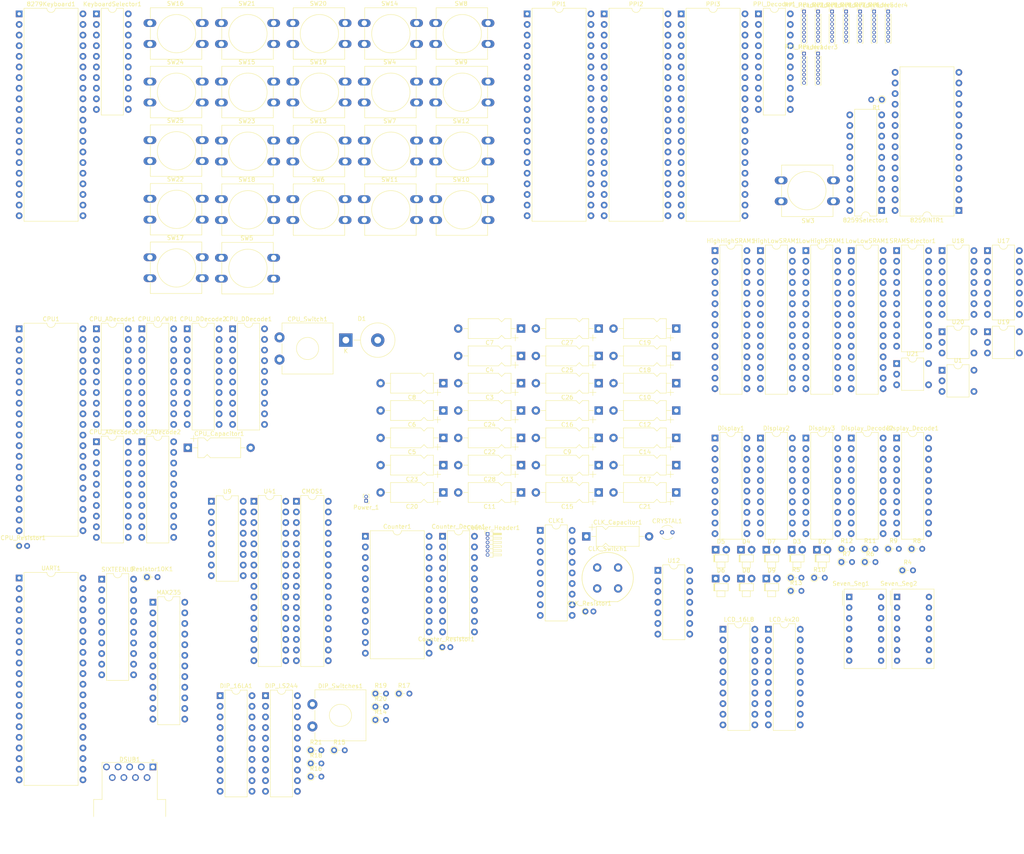
<source format=kicad_pcb>
(kicad_pcb (version 20171130) (host pcbnew "(5.1.9)-1")
  (layers (0 F.Cu signal) (31 B.Cu signal) (34 B.Paste user) (35 F.Paste user) (36 B.SilkS user) (37 F.SilkS user) (38 B.Mask user) (39 F.Mask user) (44 Edge.Cuts user))
  (net 0 "")
  (net 1 GND)
  (net 2 /RESET)
  (net 3 /8086/AD14)
  (net 4 /8086/READY)
  (net 5 /8086/AD13)
  (net 6 /8086/AD12)
  (net 7 /~INTA)
  (net 8 /8086/AD11)
  (net 9 /8086/ALE)
  (net 10 /8086/AD10)
  (net 11 /8086/~DEN)
  (net 12 /8086/AD9)
  (net 13 /8086/DT~R)
  (net 14 /8086/AD8)
  (net 15 /8086/IO)
  (net 16 /8086/AD7)
  (net 17 /8086/Write)
  (net 18 /8086/AD6)
  (net 19 /8086/AD5)
  (net 20 /8086/AD4)
  (net 21 /8086/Read)
  (net 22 /8086/AD3)
  (net 23 /8086/AD2)
  (net 24 /~BHE~S7)
  (net 25 /8086/AD1)
  (net 26 /A19)
  (net 27 /8086/AD0)
  (net 28 /A18)
  (net 29 /A17)
  (net 30 /INTR)
  (net 31 /A16)
  (net 32 /CLK)
  (net 33 /8086/AD15)
  (net 34 VCC)
  (net 35 /PCLK)
  (net 36 +5V)
  (net 37 /8255/P4)
  (net 38 /8255/P10)
  (net 39 /8255/P5)
  (net 40 /8255/P9)
  (net 41 /8255/P6)
  (net 42 /8255/P8)
  (net 43 /8255/P7)
  (net 44 /8255/P19)
  (net 45 /~WR)
  (net 46 /8255/P18)
  (net 47 /8255/P17)
  (net 48 /D0)
  (net 49 /8255/P16)
  (net 50 /D1)
  (net 51 /8255/P20)
  (net 52 /D2)
  (net 53 /8255/P21)
  (net 54 /D3)
  (net 55 /8255/P22)
  (net 56 /D4)
  (net 57 /8255/P23)
  (net 58 /D5)
  (net 59 /A1)
  (net 60 /D6)
  (net 61 /A2)
  (net 62 /D7)
  (net 63 /8255/P15)
  (net 64 /~RD)
  (net 65 /8255/P14)
  (net 66 /8255/P0)
  (net 67 /8255/P13)
  (net 68 /8255/P1)
  (net 69 /8255/P12)
  (net 70 /8255/P2)
  (net 71 /8255/P11)
  (net 72 /8255/P3)
  (net 73 /8259/IR0)
  (net 74 /CNTR2)
  (net 75 /IRQ)
  (net 76 /16550_INTR)
  (net 77 /8279/Col2)
  (net 78 /8279/Col3)
  (net 79 /8279/Col4)
  (net 80 /8279/CS)
  (net 81 /8279/Row0)
  (net 82 /8279/Row1)
  (net 83 /8279/Row2)
  (net 84 /8279/Row3)
  (net 85 /8279/Shift)
  (net 86 /8279/CNTRL)
  (net 87 /8279/Col0)
  (net 88 /8279/Col1)
  (net 89 /A0)
  (net 90 /16550/SIN)
  (net 91 /16550/SOUT)
  (net 92 /M~IO)
  (net 93 /16550/~CTS)
  (net 94 "Net-(R4-Pad2)")
  (net 95 "Net-(R5-Pad2)")
  (net 96 "Net-(8259INTR1-Pad1)")
  (net 97 "Net-(8259INTR1-Pad15)")
  (net 98 "Net-(8259INTR1-Pad16)")
  (net 99 "Net-(8259INTR1-Pad22)")
  (net 100 "Net-(8259INTR1-Pad23)")
  (net 101 "Net-(8259INTR1-Pad24)")
  (net 102 "Net-(8259INTR1-Pad25)")
  (net 103 "Net-(8259INTR1-Pad12)")
  (net 104 "Net-(8259INTR1-Pad13)")
  (net 105 /A11)
  (net 106 /A3)
  (net 107 "Net-(8259Selector1-Pad12)")
  (net 108 /A4)
  (net 109 /A5)
  (net 110 /A12)
  (net 111 /A6)
  (net 112 /A13)
  (net 113 /A7)
  (net 114 /A14)
  (net 115 /A8)
  (net 116 /A15)
  (net 117 /A9)
  (net 118 "Net-(8259Selector1-Pad18)")
  (net 119 /A10)
  (net 120 "Net-(8279Keyboard1-Pad23)")
  (net 121 "Net-(8279Keyboard1-Pad24)")
  (net 122 "Net-(8279Keyboard1-Pad25)")
  (net 123 "Net-(8279Keyboard1-Pad6)")
  (net 124 "Net-(8279Keyboard1-Pad26)")
  (net 125 "Net-(8279Keyboard1-Pad7)")
  (net 126 "Net-(8279Keyboard1-Pad27)")
  (net 127 "Net-(8279Keyboard1-Pad8)")
  (net 128 "Net-(8279Keyboard1-Pad28)")
  (net 129 "Net-(8279Keyboard1-Pad29)")
  (net 130 "Net-(8279Keyboard1-Pad30)")
  (net 131 "Net-(8279Keyboard1-Pad31)")
  (net 132 "Net-(C10-Pad1)")
  (net 133 "Net-(CLK1-Pad11)")
  (net 134 "Net-(CLK1-Pad3)")
  (net 135 "Net-(CLK1-Pad12)")
  (net 136 "Net-(CLK1-Pad4)")
  (net 137 "Net-(CLK1-Pad14)")
  (net 138 "Net-(CLK1-Pad6)")
  (net 139 "Net-(CLK1-Pad15)")
  (net 140 "Net-(CLK1-Pad7)")
  (net 141 "Net-(CLK1-Pad16)")
  (net 142 "Net-(CLK1-Pad17)")
  (net 143 "/CMOS Flash/CMOSHierarchal1/CS")
  (net 144 "Net-(Counter1-Pad14)")
  (net 145 "Net-(Counter1-Pad16)")
  (net 146 "Net-(Counter1-Pad17)")
  (net 147 "Net-(Counter1-Pad18)")
  (net 148 "Net-(Counter1-Pad9)")
  (net 149 "Net-(Counter1-Pad21)")
  (net 150 "Net-(Counter1-Pad10)")
  (net 151 "Net-(Counter1-Pad11)")
  (net 152 "Net-(Counter_Decode1-Pad12)")
  (net 153 /8086/S3)
  (net 154 /8086/S4)
  (net 155 "Net-(CPU1-Pad17)")
  (net 156 /8086/S5)
  (net 157 /8086/S6)
  (net 158 "Net-(CPU1-Pad31)")
  (net 159 "Net-(CPU1-Pad30)")
  (net 160 "Net-(CPU1-Pad23)")
  (net 161 "Net-(CPU_ADecode3-Pad12)")
  (net 162 "Net-(CPU_ADecode3-Pad13)")
  (net 163 "Net-(CPU_ADecode3-Pad14)")
  (net 164 "Net-(CPU_ADecode3-Pad15)")
  (net 165 "Net-(CPU_ADecode3-Pad16)")
  (net 166 "Net-(CPU_ADecode3-Pad17)")
  (net 167 "Net-(CPU_ADecode3-Pad18)")
  (net 168 "Net-(CPU_ADecode3-Pad19)")
  (net 169 /D15)
  (net 170 /D14)
  (net 171 /D13)
  (net 172 /D12)
  (net 173 /D11)
  (net 174 /D10)
  (net 175 /D9)
  (net 176 /D8)
  (net 177 "Net-(CPU_IO/WR1-Pad9)")
  (net 178 "Net-(CPU_IO/WR1-Pad8)")
  (net 179 "Net-(CPU_IO/WR1-Pad17)")
  (net 180 "Net-(CPU_IO/WR1-Pad7)")
  (net 181 "Net-(CPU_IO/WR1-Pad15)")
  (net 182 "Net-(CPU_IO/WR1-Pad5)")
  (net 183 "Net-(CPU_IO/WR1-Pad13)")
  (net 184 "Net-(CPU_IO/WR1-Pad3)")
  (net 185 "Net-(CPU_IO/WR1-Pad12)")
  (net 186 "Net-(CPU_IO/WR1-Pad11)")
  (net 187 "Net-(D2-Pad2)")
  (net 188 "Net-(D2-Pad1)")
  (net 189 "Net-(D3-Pad1)")
  (net 190 "Net-(D3-Pad2)")
  (net 191 "Net-(D4-Pad1)")
  (net 192 "Net-(D4-Pad2)")
  (net 193 "Net-(D5-Pad2)")
  (net 194 "Net-(D5-Pad1)")
  (net 195 "Net-(D6-Pad1)")
  (net 196 "Net-(D6-Pad2)")
  (net 197 "Net-(D7-Pad1)")
  (net 198 "Net-(D7-Pad2)")
  (net 199 "Net-(D8-Pad2)")
  (net 200 "Net-(D8-Pad1)")
  (net 201 "Net-(D9-Pad2)")
  (net 202 "Net-(D9-Pad1)")
  (net 203 "Net-(DIP_16LA1-Pad12)")
  (net 204 "Net-(DIP_16LA1-Pad13)")
  (net 205 "Net-(DIP_16LA1-Pad19)")
  (net 206 "Net-(DIP_LS244-Pad8)")
  (net 207 "Net-(DIP_LS244-Pad17)")
  (net 208 "Net-(DIP_LS244-Pad6)")
  (net 209 "Net-(DIP_LS244-Pad15)")
  (net 210 "Net-(DIP_LS244-Pad4)")
  (net 211 "Net-(DIP_LS244-Pad13)")
  (net 212 "Net-(DIP_LS244-Pad2)")
  (net 213 "Net-(DIP_LS244-Pad11)")
  (net 214 "Net-(Display1-Pad19)")
  (net 215 "Net-(Display1-Pad9)")
  (net 216 "Net-(Display1-Pad16)")
  (net 217 "Net-(Display1-Pad6)")
  (net 218 "Net-(Display1-Pad15)")
  (net 219 "Net-(Display1-Pad5)")
  (net 220 "Net-(Display1-Pad12)")
  (net 221 "Net-(Display1-Pad2)")
  (net 222 "Net-(Display1-Pad11)")
  (net 223 "Net-(Display2-Pad11)")
  (net 224 "Net-(Display2-Pad2)")
  (net 225 "Net-(Display2-Pad12)")
  (net 226 "Net-(Display2-Pad5)")
  (net 227 "Net-(Display2-Pad15)")
  (net 228 "Net-(Display2-Pad6)")
  (net 229 "Net-(Display2-Pad16)")
  (net 230 "Net-(Display2-Pad9)")
  (net 231 "Net-(Display2-Pad19)")
  (net 232 "Net-(Display3-Pad11)")
  (net 233 "Net-(Display_Decode1-Pad18)")
  (net 234 "Net-(Display_Decode1-Pad17)")
  (net 235 "Net-(Display_Decode1-Pad16)")
  (net 236 "Net-(Display_Decode1-Pad15)")
  (net 237 "Net-(Display_Decode1-Pad14)")
  (net 238 "Net-(Display_Decode1-Pad13)")
  (net 239 "Net-(Display_Decode1-Pad12)")
  (net 240 "Net-(Display_Decode1-Pad1)")
  (net 241 "Net-(Display_Decode2-Pad1)")
  (net 242 "Net-(Display_Decode2-Pad12)")
  (net 243 "Net-(Display_Decode2-Pad13)")
  (net 244 "Net-(Display_Decode2-Pad14)")
  (net 245 "Net-(Display_Decode2-Pad15)")
  (net 246 "Net-(Display_Decode2-Pad16)")
  (net 247 "Net-(Display_Decode2-Pad17)")
  (net 248 /16550/DCD9)
  (net 249 /16550/DSR9)
  (net 250 /16550/RXD)
  (net 251 /16550/RTS9)
  (net 252 /16550/TXD)
  (net 253 /16550/CTS)
  (net 254 /16550/RI9)
  (net 255 /SRAM/CE11)
  (net 256 /SRAM/CE01)
  (net 257 "Net-(KeyboardSelector1-Pad12)")
  (net 258 "Net-(KeyboardSelector1-Pad18)")
  (net 259 "Net-(LCD_16L8-Pad19)")
  (net 260 "Net-(LCD_16L8-Pad12)")
  (net 261 +3V3)
  (net 262 /SRAM/CE10)
  (net 263 /SRAM/CE00)
  (net 264 "Net-(MAX235-Pad1)")
  (net 265 /16550/RI)
  (net 266 /16550/RTS)
  (net 267 /16550/DTR9)
  (net 268 "Net-(MAX235-Pad16)")
  (net 269 /16550/DTR)
  (net 270 "Net-(MAX235-Pad19)")
  (net 271 /16550/DCD)
  (net 272 "Net-(MAX235-Pad22)")
  (net 273 /16550/DSR)
  (net 274 "Net-(PPI1-Pad6)")
  (net 275 /8255/P28)
  (net 276 /8255/P34)
  (net 277 /8255/P29)
  (net 278 /8255/P33)
  (net 279 /8255/P30)
  (net 280 /8255/P32)
  (net 281 /8255/P31)
  (net 282 /8255/P43)
  (net 283 /8255/P42)
  (net 284 /8255/P41)
  (net 285 /8255/P40)
  (net 286 /8255/P44)
  (net 287 /8255/P45)
  (net 288 /8255/P46)
  (net 289 /8255/P47)
  (net 290 "Net-(PPI2-Pad6)")
  (net 291 /8255/P39)
  (net 292 /8255/P38)
  (net 293 /8255/P24)
  (net 294 /8255/P37)
  (net 295 /8255/P25)
  (net 296 /8255/P36)
  (net 297 /8255/P26)
  (net 298 /8255/P35)
  (net 299 /8255/P27)
  (net 300 /8255/P51)
  (net 301 /8255/P59)
  (net 302 /8255/P50)
  (net 303 /8255/P60)
  (net 304 /8255/P49)
  (net 305 /8255/P61)
  (net 306 /8255/P48)
  (net 307 /8255/P62)
  (net 308 /8255/P63)
  (net 309 "Net-(PPI3-Pad6)")
  (net 310 /8255/P71)
  (net 311 /8255/P70)
  (net 312 /8255/P69)
  (net 313 /8255/P68)
  (net 314 /8255/P64)
  (net 315 /8255/P65)
  (net 316 /8255/P66)
  (net 317 /8255/P67)
  (net 318 /8255/P55)
  (net 319 /8255/P56)
  (net 320 /8255/P54)
  (net 321 /8255/P57)
  (net 322 /8255/P53)
  (net 323 /8255/P58)
  (net 324 /8255/P52)
  (net 325 "Net-(Resistor10K1-Pad2)")
  (net 326 "Net-(Seven_Seg1-Pad12)")
  (net 327 "Net-(Seven_Seg1-Pad6)")
  (net 328 "Net-(Seven_Seg1-Pad5)")
  (net 329 "Net-(Seven_Seg1-Pad4)")
  (net 330 "Net-(Seven_Seg1-Pad3)")
  (net 331 "Net-(Seven_Seg2-Pad3)")
  (net 332 "Net-(Seven_Seg2-Pad4)")
  (net 333 "Net-(Seven_Seg2-Pad5)")
  (net 334 "Net-(Seven_Seg2-Pad6)")
  (net 335 "Net-(Seven_Seg2-Pad12)")
  (net 336 "Net-(SIXTEENL8-Pad12)")
  (net 337 "Net-(SIXTEENL8-Pad13)")
  (net 338 "Net-(SIXTEENL8-Pad19)")
  (net 339 "Net-(SRAMSelector1-Pad19)")
  (net 340 "Net-(SRAMSelector1-Pad18)")
  (net 341 "Net-(SRAMSelector1-Pad15)")
  (net 342 "Net-(SRAMSelector1-Pad14)")
  (net 343 "Net-(SRAMSelector1-Pad13)")
  (net 344 "Net-(SRAMSelector1-Pad12)")
  (net 345 "Net-(U1-Pad2)")
  (net 346 "Net-(U1-Pad1)")
  (net 347 "/CMOS Flash/CMOSHierarchal/CS")
  (net 348 "Net-(UART1-Pad17)")
  (net 349 "Net-(UART1-Pad15)")
  (net 350 "Net-(UART1-Pad34)")
  (net 351 "Net-(UART1-Pad31)")
  (net 352 "Net-(UART1-Pad29)")
  (net 353 "Net-(UART1-Pad24)")
  (net 354 "Net-(UART1-Pad23)")
  (module Button_Switch_THT:SW_PUSH-12mm (layer F.Cu) (at 67.165001 76.385001)
    (fp_text reference SW5 (at 6.08 -4.66) (layer F.SilkS))
    (fp_text value SW_Push)
    (pad 2 thru_hole oval (at 0 5) (size 3.048 1.85) (drill 1.3) (layers *.Cu *.Mask))
    (pad 1 thru_hole oval (at 0 0) (size 3.048 1.85) (drill 1.3) (layers *.Cu *.Mask))
    (pad 2 thru_hole oval (at 12.5 5) (size 3.048 1.85) (drill 1.3) (layers *.Cu *.Mask))
    (pad 1 thru_hole oval (at 12.5 0) (size 3.048 1.85) (drill 1.3) (layers *.Cu *.Mask))
  )
  (module Button_Switch_THT:SW_PUSH-12mm (layer F.Cu) (at 101.305001 34.285001)
    (fp_text reference SW4 (at 6.08 -4.66) (layer F.SilkS))
    (fp_text value SW_Push)
    (pad 1 thru_hole oval (at 12.5 0) (size 3.048 1.85) (drill 1.3) (layers *.Cu *.Mask))
    (pad 2 thru_hole oval (at 12.5 5) (size 3.048 1.85) (drill 1.3) (layers *.Cu *.Mask))
    (pad 1 thru_hole oval (at 0 0) (size 3.048 1.85) (drill 1.3) (layers *.Cu *.Mask))
    (pad 2 thru_hole oval (at 0 5) (size 3.048 1.85) (drill 1.3) (layers *.Cu *.Mask))
  )
  (module Button_Switch_THT:SW_PUSH-12mm (layer F.Cu) (at 101.305001 62.385001)
    (fp_text reference SW11 (at 6.08 -4.66) (layer F.SilkS))
    (fp_text value SW_Push)
    (pad 2 thru_hole oval (at 0 5) (size 3.048 1.85) (drill 1.3) (layers *.Cu *.Mask))
    (pad 1 thru_hole oval (at 0 0) (size 3.048 1.85) (drill 1.3) (layers *.Cu *.Mask))
    (pad 2 thru_hole oval (at 12.5 5) (size 3.048 1.85) (drill 1.3) (layers *.Cu *.Mask))
    (pad 1 thru_hole oval (at 12.5 0) (size 3.048 1.85) (drill 1.3) (layers *.Cu *.Mask))
  )
  (module Button_Switch_THT:SW_PUSH-12mm (layer F.Cu) (at 118.375001 34.285001)
    (fp_text reference SW9 (at 6.08 -4.66) (layer F.SilkS))
    (fp_text value SW_Push)
    (pad 1 thru_hole oval (at 12.5 0) (size 3.048 1.85) (drill 1.3) (layers *.Cu *.Mask))
    (pad 2 thru_hole oval (at 12.5 5) (size 3.048 1.85) (drill 1.3) (layers *.Cu *.Mask))
    (pad 1 thru_hole oval (at 0 0) (size 3.048 1.85) (drill 1.3) (layers *.Cu *.Mask))
    (pad 2 thru_hole oval (at 0 5) (size 3.048 1.85) (drill 1.3) (layers *.Cu *.Mask))
  )
  (module Button_Switch_THT:SW_PUSH-12mm (layer F.Cu) (at 118.375001 20.285001)
    (fp_text reference SW8 (at 6.08 -4.66) (layer F.SilkS))
    (fp_text value SW_Push)
    (pad 1 thru_hole oval (at 12.5 0) (size 3.048 1.85) (drill 1.3) (layers *.Cu *.Mask))
    (pad 2 thru_hole oval (at 12.5 5) (size 3.048 1.85) (drill 1.3) (layers *.Cu *.Mask))
    (pad 1 thru_hole oval (at 0 0) (size 3.048 1.85) (drill 1.3) (layers *.Cu *.Mask))
    (pad 2 thru_hole oval (at 0 5) (size 3.048 1.85) (drill 1.3) (layers *.Cu *.Mask))
  )
  (module Button_Switch_THT:SW_PUSH-12mm (layer F.Cu) (at 118.375001 48.385001)
    (fp_text reference SW12 (at 6.08 -4.66) (layer F.SilkS))
    (fp_text value SW_Push)
    (pad 2 thru_hole oval (at 0 5) (size 3.048 1.85) (drill 1.3) (layers *.Cu *.Mask))
    (pad 1 thru_hole oval (at 0 0) (size 3.048 1.85) (drill 1.3) (layers *.Cu *.Mask))
    (pad 2 thru_hole oval (at 12.5 5) (size 3.048 1.85) (drill 1.3) (layers *.Cu *.Mask))
    (pad 1 thru_hole oval (at 12.5 0) (size 3.048 1.85) (drill 1.3) (layers *.Cu *.Mask))
  )
  (module Button_Switch_THT:SW_PUSH-12mm (layer F.Cu) (at 101.305001 48.385001)
    (fp_text reference SW7 (at 6.08 -4.66) (layer F.SilkS))
    (fp_text value SW_Push)
    (pad 1 thru_hole oval (at 12.5 0) (size 3.048 1.85) (drill 1.3) (layers *.Cu *.Mask))
    (pad 2 thru_hole oval (at 12.5 5) (size 3.048 1.85) (drill 1.3) (layers *.Cu *.Mask))
    (pad 1 thru_hole oval (at 0 0) (size 3.048 1.85) (drill 1.3) (layers *.Cu *.Mask))
    (pad 2 thru_hole oval (at 0 5) (size 3.048 1.85) (drill 1.3) (layers *.Cu *.Mask))
  )
  (module Button_Switch_THT:SW_PUSH-12mm (layer F.Cu) (at 84.235001 62.385001)
    (fp_text reference SW6 (at 6.08 -4.66) (layer F.SilkS))
    (fp_text value SW_Push)
    (pad 2 thru_hole oval (at 0 5) (size 3.048 1.85) (drill 1.3) (layers *.Cu *.Mask))
    (pad 1 thru_hole oval (at 0 0) (size 3.048 1.85) (drill 1.3) (layers *.Cu *.Mask))
    (pad 2 thru_hole oval (at 12.5 5) (size 3.048 1.85) (drill 1.3) (layers *.Cu *.Mask))
    (pad 1 thru_hole oval (at 12.5 0) (size 3.048 1.85) (drill 1.3) (layers *.Cu *.Mask))
  )
  (module Button_Switch_THT:SW_PUSH-12mm (layer F.Cu) (at 101.305001 20.285001)
    (fp_text reference SW14 (at 6.08 -4.66) (layer F.SilkS))
    (fp_text value SW_Push)
    (pad 1 thru_hole oval (at 12.5 0) (size 3.048 1.85) (drill 1.3) (layers *.Cu *.Mask))
    (pad 2 thru_hole oval (at 12.5 5) (size 3.048 1.85) (drill 1.3) (layers *.Cu *.Mask))
    (pad 1 thru_hole oval (at 0 0) (size 3.048 1.85) (drill 1.3) (layers *.Cu *.Mask))
    (pad 2 thru_hole oval (at 0 5) (size 3.048 1.85) (drill 1.3) (layers *.Cu *.Mask))
  )
  (module Button_Switch_THT:SW_PUSH-12mm (layer F.Cu) (at 67.165001 48.385001)
    (fp_text reference SW23 (at 6.08 -4.66) (layer F.SilkS))
    (fp_text value SW_Push)
    (pad 2 thru_hole oval (at 0 5) (size 3.048 1.85) (drill 1.3) (layers *.Cu *.Mask))
    (pad 1 thru_hole oval (at 0 0) (size 3.048 1.85) (drill 1.3) (layers *.Cu *.Mask))
    (pad 2 thru_hole oval (at 12.5 5) (size 3.048 1.85) (drill 1.3) (layers *.Cu *.Mask))
    (pad 1 thru_hole oval (at 12.5 0) (size 3.048 1.85) (drill 1.3) (layers *.Cu *.Mask))
  )
  (module Button_Switch_THT:SW_PUSH-12mm (layer F.Cu) (at 50.095001 62.285001)
    (fp_text reference SW22 (at 6.08 -4.66) (layer F.SilkS))
    (fp_text value SW_Push)
    (pad 2 thru_hole oval (at 0 5) (size 3.048 1.85) (drill 1.3) (layers *.Cu *.Mask))
    (pad 1 thru_hole oval (at 0 0) (size 3.048 1.85) (drill 1.3) (layers *.Cu *.Mask))
    (pad 2 thru_hole oval (at 12.5 5) (size 3.048 1.85) (drill 1.3) (layers *.Cu *.Mask))
    (pad 1 thru_hole oval (at 12.5 0) (size 3.048 1.85) (drill 1.3) (layers *.Cu *.Mask))
  )
  (module Button_Switch_THT:SW_PUSH-12mm (layer F.Cu) (at 84.235001 20.285001)
    (fp_text reference SW20 (at 6.08 -4.66) (layer F.SilkS))
    (fp_text value SW_Push)
    (pad 2 thru_hole oval (at 0 5) (size 3.048 1.85) (drill 1.3) (layers *.Cu *.Mask))
    (pad 1 thru_hole oval (at 0 0) (size 3.048 1.85) (drill 1.3) (layers *.Cu *.Mask))
    (pad 2 thru_hole oval (at 12.5 5) (size 3.048 1.85) (drill 1.3) (layers *.Cu *.Mask))
    (pad 1 thru_hole oval (at 12.5 0) (size 3.048 1.85) (drill 1.3) (layers *.Cu *.Mask))
  )
  (module Button_Switch_THT:SW_PUSH-12mm (layer F.Cu) (at 118.375001 62.385001)
    (fp_text reference SW10 (at 6.08 -4.66) (layer F.SilkS))
    (fp_text value SW_Push)
    (pad 1 thru_hole oval (at 12.5 0) (size 3.048 1.85) (drill 1.3) (layers *.Cu *.Mask))
    (pad 2 thru_hole oval (at 12.5 5) (size 3.048 1.85) (drill 1.3) (layers *.Cu *.Mask))
    (pad 1 thru_hole oval (at 0 0) (size 3.048 1.85) (drill 1.3) (layers *.Cu *.Mask))
    (pad 2 thru_hole oval (at 0 5) (size 3.048 1.85) (drill 1.3) (layers *.Cu *.Mask))
  )
  (module Button_Switch_THT:SW_PUSH-12mm (layer F.Cu) (at 84.235001 48.385001)
    (fp_text reference SW13 (at 6.08 -4.66) (layer F.SilkS))
    (fp_text value SW_Push)
    (pad 2 thru_hole oval (at 0 5) (size 3.048 1.85) (drill 1.3) (layers *.Cu *.Mask))
    (pad 1 thru_hole oval (at 0 0) (size 3.048 1.85) (drill 1.3) (layers *.Cu *.Mask))
    (pad 2 thru_hole oval (at 12.5 5) (size 3.048 1.85) (drill 1.3) (layers *.Cu *.Mask))
    (pad 1 thru_hole oval (at 12.5 0) (size 3.048 1.85) (drill 1.3) (layers *.Cu *.Mask))
  )
  (module Button_Switch_THT:SW_PUSH-12mm (layer F.Cu) (at 67.165001 20.285001)
    (fp_text reference SW21 (at 6.08 -4.66) (layer F.SilkS))
    (fp_text value SW_Push)
    (pad 1 thru_hole oval (at 12.5 0) (size 3.048 1.85) (drill 1.3) (layers *.Cu *.Mask))
    (pad 2 thru_hole oval (at 12.5 5) (size 3.048 1.85) (drill 1.3) (layers *.Cu *.Mask))
    (pad 1 thru_hole oval (at 0 0) (size 3.048 1.85) (drill 1.3) (layers *.Cu *.Mask))
    (pad 2 thru_hole oval (at 0 5) (size 3.048 1.85) (drill 1.3) (layers *.Cu *.Mask))
  )
  (module Button_Switch_THT:SW_PUSH-12mm (layer F.Cu) (at 84.235001 34.285001)
    (fp_text reference SW19 (at 6.08 -4.66) (layer F.SilkS))
    (fp_text value SW_Push)
    (pad 2 thru_hole oval (at 0 5) (size 3.048 1.85) (drill 1.3) (layers *.Cu *.Mask))
    (pad 1 thru_hole oval (at 0 0) (size 3.048 1.85) (drill 1.3) (layers *.Cu *.Mask))
    (pad 2 thru_hole oval (at 12.5 5) (size 3.048 1.85) (drill 1.3) (layers *.Cu *.Mask))
    (pad 1 thru_hole oval (at 12.5 0) (size 3.048 1.85) (drill 1.3) (layers *.Cu *.Mask))
  )
  (module Button_Switch_THT:SW_PUSH-12mm (layer F.Cu) (at 67.165001 62.385001)
    (fp_text reference SW18 (at 6.08 -4.66) (layer F.SilkS))
    (fp_text value SW_Push)
    (pad 2 thru_hole oval (at 0 5) (size 3.048 1.85) (drill 1.3) (layers *.Cu *.Mask))
    (pad 1 thru_hole oval (at 0 0) (size 3.048 1.85) (drill 1.3) (layers *.Cu *.Mask))
    (pad 2 thru_hole oval (at 12.5 5) (size 3.048 1.85) (drill 1.3) (layers *.Cu *.Mask))
    (pad 1 thru_hole oval (at 12.5 0) (size 3.048 1.85) (drill 1.3) (layers *.Cu *.Mask))
  )
  (module Button_Switch_THT:SW_PUSH-12mm (layer F.Cu) (at 50.095001 76.285001)
    (fp_text reference SW17 (at 6.08 -4.66) (layer F.SilkS))
    (fp_text value SW_Push)
    (pad 1 thru_hole oval (at 12.5 0) (size 3.048 1.85) (drill 1.3) (layers *.Cu *.Mask))
    (pad 2 thru_hole oval (at 12.5 5) (size 3.048 1.85) (drill 1.3) (layers *.Cu *.Mask))
    (pad 1 thru_hole oval (at 0 0) (size 3.048 1.85) (drill 1.3) (layers *.Cu *.Mask))
    (pad 2 thru_hole oval (at 0 5) (size 3.048 1.85) (drill 1.3) (layers *.Cu *.Mask))
  )
  (module Button_Switch_THT:SW_PUSH-12mm (layer F.Cu) (at 50.095001 20.285001)
    (fp_text reference SW16 (at 6.08 -4.66) (layer F.SilkS))
    (fp_text value SW_Push)
    (pad 1 thru_hole oval (at 12.5 0) (size 3.048 1.85) (drill 1.3) (layers *.Cu *.Mask))
    (pad 2 thru_hole oval (at 12.5 5) (size 3.048 1.85) (drill 1.3) (layers *.Cu *.Mask))
    (pad 1 thru_hole oval (at 0 0) (size 3.048 1.85) (drill 1.3) (layers *.Cu *.Mask))
    (pad 2 thru_hole oval (at 0 5) (size 3.048 1.85) (drill 1.3) (layers *.Cu *.Mask))
  )
  (module Button_Switch_THT:SW_PUSH-12mm (layer F.Cu) (at 67.165001 34.285001)
    (fp_text reference SW15 (at 6.08 -4.66) (layer F.SilkS))
    (fp_text value SW_Push)
    (pad 1 thru_hole oval (at 12.5 0) (size 3.048 1.85) (drill 1.3) (layers *.Cu *.Mask))
    (pad 2 thru_hole oval (at 12.5 5) (size 3.048 1.85) (drill 1.3) (layers *.Cu *.Mask))
    (pad 1 thru_hole oval (at 0 0) (size 3.048 1.85) (drill 1.3) (layers *.Cu *.Mask))
    (pad 2 thru_hole oval (at 0 5) (size 3.048 1.85) (drill 1.3) (layers *.Cu *.Mask))
  )
  (module Package_DIP:DIP-32_W7.62mm (layer F.Cu) (at 74.93 134.62)
    (fp_text reference U41 (at 3.81 -2.39) (layer F.SilkS))
    (fp_text value 28F010)
    (pad 32 thru_hole oval (at 7.62 0) (size 1.6 1.6) (drill 0.8) (layers *.Cu *.Mask))
    (pad 16 thru_hole oval (at 0 38.1) (size 1.6 1.6) (drill 0.8) (layers *.Cu *.Mask))
    (pad 31 thru_hole oval (at 7.62 2.54) (size 1.6 1.6) (drill 0.8) (layers *.Cu *.Mask))
    (pad 15 thru_hole oval (at 0 35.56) (size 1.6 1.6) (drill 0.8) (layers *.Cu *.Mask))
    (pad 30 thru_hole oval (at 7.62 5.08) (size 1.6 1.6) (drill 0.8) (layers *.Cu *.Mask))
    (pad 14 thru_hole oval (at 0 33.02) (size 1.6 1.6) (drill 0.8) (layers *.Cu *.Mask))
    (pad 29 thru_hole oval (at 7.62 7.62) (size 1.6 1.6) (drill 0.8) (layers *.Cu *.Mask))
    (pad 13 thru_hole oval (at 0 30.48) (size 1.6 1.6) (drill 0.8) (layers *.Cu *.Mask))
    (pad 28 thru_hole oval (at 7.62 10.16) (size 1.6 1.6) (drill 0.8) (layers *.Cu *.Mask))
    (pad 12 thru_hole oval (at 0 27.94) (size 1.6 1.6) (drill 0.8) (layers *.Cu *.Mask))
    (pad 27 thru_hole oval (at 7.62 12.7) (size 1.6 1.6) (drill 0.8) (layers *.Cu *.Mask))
    (pad 11 thru_hole oval (at 0 25.4) (size 1.6 1.6) (drill 0.8) (layers *.Cu *.Mask))
    (pad 26 thru_hole oval (at 7.62 15.24) (size 1.6 1.6) (drill 0.8) (layers *.Cu *.Mask))
    (pad 10 thru_hole oval (at 0 22.86) (size 1.6 1.6) (drill 0.8) (layers *.Cu *.Mask))
    (pad 25 thru_hole oval (at 7.62 17.78) (size 1.6 1.6) (drill 0.8) (layers *.Cu *.Mask))
    (pad 9 thru_hole oval (at 0 20.32) (size 1.6 1.6) (drill 0.8) (layers *.Cu *.Mask))
    (pad 24 thru_hole oval (at 7.62 20.32) (size 1.6 1.6) (drill 0.8) (layers *.Cu *.Mask))
    (pad 8 thru_hole oval (at 0 17.78) (size 1.6 1.6) (drill 0.8) (layers *.Cu *.Mask))
    (pad 23 thru_hole oval (at 7.62 22.86) (size 1.6 1.6) (drill 0.8) (layers *.Cu *.Mask))
    (pad 7 thru_hole oval (at 0 15.24) (size 1.6 1.6) (drill 0.8) (layers *.Cu *.Mask))
    (pad 22 thru_hole oval (at 7.62 25.4) (size 1.6 1.6) (drill 0.8) (layers *.Cu *.Mask))
    (pad 6 thru_hole oval (at 0 12.7) (size 1.6 1.6) (drill 0.8) (layers *.Cu *.Mask))
    (pad 21 thru_hole oval (at 7.62 27.94) (size 1.6 1.6) (drill 0.8) (layers *.Cu *.Mask))
    (pad 5 thru_hole oval (at 0 10.16) (size 1.6 1.6) (drill 0.8) (layers *.Cu *.Mask))
    (pad 20 thru_hole oval (at 7.62 30.48) (size 1.6 1.6) (drill 0.8) (layers *.Cu *.Mask))
    (pad 4 thru_hole oval (at 0 7.62) (size 1.6 1.6) (drill 0.8) (layers *.Cu *.Mask))
    (pad 19 thru_hole oval (at 7.62 33.02) (size 1.6 1.6) (drill 0.8) (layers *.Cu *.Mask))
    (pad 3 thru_hole oval (at 0 5.08) (size 1.6 1.6) (drill 0.8) (layers *.Cu *.Mask))
    (pad 18 thru_hole oval (at 7.62 35.56) (size 1.6 1.6) (drill 0.8) (layers *.Cu *.Mask))
    (pad 2 thru_hole oval (at 0 2.54) (size 1.6 1.6) (drill 0.8) (layers *.Cu *.Mask))
    (pad 17 thru_hole oval (at 7.62 38.1) (size 1.6 1.6) (drill 0.8) (layers *.Cu *.Mask))
    (pad 1 thru_hole rect (at 0 0) (size 1.6 1.6) (drill 0.8) (layers *.Cu *.Mask))
  )
  (module Package_DIP:DIP-16_W7.62mm (layer F.Cu) (at 64.77 134.62)
    (fp_text reference U9 (at 3.81 -2.33) (layer F.SilkS))
    (fp_text value 74LS138)
    (pad 16 thru_hole oval (at 7.62 0) (size 1.6 1.6) (drill 0.8) (layers *.Cu *.Mask))
    (pad 8 thru_hole oval (at 0 17.78) (size 1.6 1.6) (drill 0.8) (layers *.Cu *.Mask))
    (pad 15 thru_hole oval (at 7.62 2.54) (size 1.6 1.6) (drill 0.8) (layers *.Cu *.Mask))
    (pad 7 thru_hole oval (at 0 15.24) (size 1.6 1.6) (drill 0.8) (layers *.Cu *.Mask))
    (pad 14 thru_hole oval (at 7.62 5.08) (size 1.6 1.6) (drill 0.8) (layers *.Cu *.Mask))
    (pad 6 thru_hole oval (at 0 12.7) (size 1.6 1.6) (drill 0.8) (layers *.Cu *.Mask))
    (pad 13 thru_hole oval (at 7.62 7.62) (size 1.6 1.6) (drill 0.8) (layers *.Cu *.Mask))
    (pad 5 thru_hole oval (at 0 10.16) (size 1.6 1.6) (drill 0.8) (layers *.Cu *.Mask))
    (pad 12 thru_hole oval (at 7.62 10.16) (size 1.6 1.6) (drill 0.8) (layers *.Cu *.Mask))
    (pad 4 thru_hole oval (at 0 7.62) (size 1.6 1.6) (drill 0.8) (layers *.Cu *.Mask))
    (pad 11 thru_hole oval (at 7.62 12.7) (size 1.6 1.6) (drill 0.8) (layers *.Cu *.Mask))
    (pad 3 thru_hole oval (at 0 5.08) (size 1.6 1.6) (drill 0.8) (layers *.Cu *.Mask))
    (pad 10 thru_hole oval (at 7.62 15.24) (size 1.6 1.6) (drill 0.8) (layers *.Cu *.Mask))
    (pad 2 thru_hole oval (at 0 2.54) (size 1.6 1.6) (drill 0.8) (layers *.Cu *.Mask))
    (pad 9 thru_hole oval (at 7.62 17.78) (size 1.6 1.6) (drill 0.8) (layers *.Cu *.Mask))
    (pad 1 thru_hole rect (at 0 0) (size 1.6 1.6) (drill 0.8) (layers *.Cu *.Mask))
  )
  (module Button_Switch_THT:SW_PUSH-12mm (layer F.Cu) (at 50.095001 48.285001)
    (fp_text reference SW25 (at 6.08 -4.66) (layer F.SilkS))
    (fp_text value SW_Push)
    (pad 2 thru_hole oval (at 0 5) (size 3.048 1.85) (drill 1.3) (layers *.Cu *.Mask))
    (pad 1 thru_hole oval (at 0 0) (size 3.048 1.85) (drill 1.3) (layers *.Cu *.Mask))
    (pad 2 thru_hole oval (at 12.5 5) (size 3.048 1.85) (drill 1.3) (layers *.Cu *.Mask))
    (pad 1 thru_hole oval (at 12.5 0) (size 3.048 1.85) (drill 1.3) (layers *.Cu *.Mask))
  )
  (module Button_Switch_THT:SW_PUSH-12mm (layer F.Cu) (at 50.095001 34.285001)
    (fp_text reference SW24 (at 6.08 -4.66) (layer F.SilkS))
    (fp_text value SW_Push)
    (pad 2 thru_hole oval (at 0 5) (size 3.048 1.85) (drill 1.3) (layers *.Cu *.Mask))
    (pad 1 thru_hole oval (at 0 0) (size 3.048 1.85) (drill 1.3) (layers *.Cu *.Mask))
    (pad 2 thru_hole oval (at 12.5 5) (size 3.048 1.85) (drill 1.3) (layers *.Cu *.Mask))
    (pad 1 thru_hole oval (at 12.5 0) (size 3.048 1.85) (drill 1.3) (layers *.Cu *.Mask))
  )
  (module Package_DIP:DIP-32_W7.62mm (layer F.Cu) (at 85.09 134.62)
    (fp_text reference CMOS1 (at 3.81 -2.39) (layer F.SilkS))
    (fp_text value 28F010)
    (pad 1 thru_hole rect (at 0 0) (size 1.6 1.6) (drill 0.8) (layers *.Cu *.Mask))
    (pad 17 thru_hole oval (at 7.62 38.1) (size 1.6 1.6) (drill 0.8) (layers *.Cu *.Mask))
    (pad 2 thru_hole oval (at 0 2.54) (size 1.6 1.6) (drill 0.8) (layers *.Cu *.Mask))
    (pad 18 thru_hole oval (at 7.62 35.56) (size 1.6 1.6) (drill 0.8) (layers *.Cu *.Mask))
    (pad 3 thru_hole oval (at 0 5.08) (size 1.6 1.6) (drill 0.8) (layers *.Cu *.Mask))
    (pad 19 thru_hole oval (at 7.62 33.02) (size 1.6 1.6) (drill 0.8) (layers *.Cu *.Mask))
    (pad 4 thru_hole oval (at 0 7.62) (size 1.6 1.6) (drill 0.8) (layers *.Cu *.Mask))
    (pad 20 thru_hole oval (at 7.62 30.48) (size 1.6 1.6) (drill 0.8) (layers *.Cu *.Mask))
    (pad 5 thru_hole oval (at 0 10.16) (size 1.6 1.6) (drill 0.8) (layers *.Cu *.Mask))
    (pad 21 thru_hole oval (at 7.62 27.94) (size 1.6 1.6) (drill 0.8) (layers *.Cu *.Mask))
    (pad 6 thru_hole oval (at 0 12.7) (size 1.6 1.6) (drill 0.8) (layers *.Cu *.Mask))
    (pad 22 thru_hole oval (at 7.62 25.4) (size 1.6 1.6) (drill 0.8) (layers *.Cu *.Mask))
    (pad 7 thru_hole oval (at 0 15.24) (size 1.6 1.6) (drill 0.8) (layers *.Cu *.Mask))
    (pad 23 thru_hole oval (at 7.62 22.86) (size 1.6 1.6) (drill 0.8) (layers *.Cu *.Mask))
    (pad 8 thru_hole oval (at 0 17.78) (size 1.6 1.6) (drill 0.8) (layers *.Cu *.Mask))
    (pad 24 thru_hole oval (at 7.62 20.32) (size 1.6 1.6) (drill 0.8) (layers *.Cu *.Mask))
    (pad 9 thru_hole oval (at 0 20.32) (size 1.6 1.6) (drill 0.8) (layers *.Cu *.Mask))
    (pad 25 thru_hole oval (at 7.62 17.78) (size 1.6 1.6) (drill 0.8) (layers *.Cu *.Mask))
    (pad 10 thru_hole oval (at 0 22.86) (size 1.6 1.6) (drill 0.8) (layers *.Cu *.Mask))
    (pad 26 thru_hole oval (at 7.62 15.24) (size 1.6 1.6) (drill 0.8) (layers *.Cu *.Mask))
    (pad 11 thru_hole oval (at 0 25.4) (size 1.6 1.6) (drill 0.8) (layers *.Cu *.Mask))
    (pad 27 thru_hole oval (at 7.62 12.7) (size 1.6 1.6) (drill 0.8) (layers *.Cu *.Mask))
    (pad 12 thru_hole oval (at 0 27.94) (size 1.6 1.6) (drill 0.8) (layers *.Cu *.Mask))
    (pad 28 thru_hole oval (at 7.62 10.16) (size 1.6 1.6) (drill 0.8) (layers *.Cu *.Mask))
    (pad 13 thru_hole oval (at 0 30.48) (size 1.6 1.6) (drill 0.8) (layers *.Cu *.Mask))
    (pad 29 thru_hole oval (at 7.62 7.62) (size 1.6 1.6) (drill 0.8) (layers *.Cu *.Mask))
    (pad 14 thru_hole oval (at 0 33.02) (size 1.6 1.6) (drill 0.8) (layers *.Cu *.Mask))
    (pad 30 thru_hole oval (at 7.62 5.08) (size 1.6 1.6) (drill 0.8) (layers *.Cu *.Mask))
    (pad 15 thru_hole oval (at 0 35.56) (size 1.6 1.6) (drill 0.8) (layers *.Cu *.Mask))
    (pad 31 thru_hole oval (at 7.62 2.54) (size 1.6 1.6) (drill 0.8) (layers *.Cu *.Mask))
    (pad 16 thru_hole oval (at 0 38.1) (size 1.6 1.6) (drill 0.8) (layers *.Cu *.Mask))
    (pad 32 thru_hole oval (at 7.62 0) (size 1.6 1.6) (drill 0.8) (layers *.Cu *.Mask))
  )
  (module Package_DIP:DIP-28_W15.24mm (layer F.Cu) (at 243.374999 65.094999 180)
    (fp_text reference 8259INTR1 (at 7.62 -2.33) (layer F.SilkS))
    (fp_text value 8259)
    (pad 1 thru_hole rect (at 0 0 180) (size 1.6 1.6) (drill 0.8) (layers *.Cu *.Mask) (net 96 "Net-(8259INTR1-Pad1)"))
    (pad 15 thru_hole oval (at 15.24 33.02 180) (size 1.6 1.6) (drill 0.8) (layers *.Cu *.Mask) (net 97 "Net-(8259INTR1-Pad15)"))
    (pad 2 thru_hole oval (at 0 2.54 180) (size 1.6 1.6) (drill 0.8) (layers *.Cu *.Mask) (net 45 /~WR))
    (pad 16 thru_hole oval (at 15.24 30.48 180) (size 1.6 1.6) (drill 0.8) (layers *.Cu *.Mask) (net 98 "Net-(8259INTR1-Pad16)"))
    (pad 3 thru_hole oval (at 0 5.08 180) (size 1.6 1.6) (drill 0.8) (layers *.Cu *.Mask) (net 64 /~RD))
    (pad 17 thru_hole oval (at 15.24 27.94 180) (size 1.6 1.6) (drill 0.8) (layers *.Cu *.Mask) (net 30 /INTR))
    (pad 4 thru_hole oval (at 0 7.62 180) (size 1.6 1.6) (drill 0.8) (layers *.Cu *.Mask) (net 62 /D7))
    (pad 18 thru_hole oval (at 15.24 25.4 180) (size 1.6 1.6) (drill 0.8) (layers *.Cu *.Mask) (net 73 /8259/IR0))
    (pad 5 thru_hole oval (at 0 10.16 180) (size 1.6 1.6) (drill 0.8) (layers *.Cu *.Mask) (net 60 /D6))
    (pad 19 thru_hole oval (at 15.24 22.86 180) (size 1.6 1.6) (drill 0.8) (layers *.Cu *.Mask) (net 74 /CNTR2))
    (pad 6 thru_hole oval (at 0 12.7 180) (size 1.6 1.6) (drill 0.8) (layers *.Cu *.Mask) (net 58 /D5))
    (pad 20 thru_hole oval (at 15.24 20.32 180) (size 1.6 1.6) (drill 0.8) (layers *.Cu *.Mask) (net 75 /IRQ))
    (pad 7 thru_hole oval (at 0 15.24 180) (size 1.6 1.6) (drill 0.8) (layers *.Cu *.Mask) (net 56 /D4))
    (pad 21 thru_hole oval (at 15.24 17.78 180) (size 1.6 1.6) (drill 0.8) (layers *.Cu *.Mask) (net 76 /16550_INTR))
    (pad 8 thru_hole oval (at 0 17.78 180) (size 1.6 1.6) (drill 0.8) (layers *.Cu *.Mask) (net 54 /D3))
    (pad 22 thru_hole oval (at 15.24 15.24 180) (size 1.6 1.6) (drill 0.8) (layers *.Cu *.Mask) (net 99 "Net-(8259INTR1-Pad22)"))
    (pad 9 thru_hole oval (at 0 20.32 180) (size 1.6 1.6) (drill 0.8) (layers *.Cu *.Mask) (net 52 /D2))
    (pad 23 thru_hole oval (at 15.24 12.7 180) (size 1.6 1.6) (drill 0.8) (layers *.Cu *.Mask) (net 100 "Net-(8259INTR1-Pad23)"))
    (pad 10 thru_hole oval (at 0 22.86 180) (size 1.6 1.6) (drill 0.8) (layers *.Cu *.Mask) (net 50 /D1))
    (pad 24 thru_hole oval (at 15.24 10.16 180) (size 1.6 1.6) (drill 0.8) (layers *.Cu *.Mask) (net 101 "Net-(8259INTR1-Pad24)"))
    (pad 11 thru_hole oval (at 0 25.4 180) (size 1.6 1.6) (drill 0.8) (layers *.Cu *.Mask) (net 48 /D0))
    (pad 25 thru_hole oval (at 15.24 7.62 180) (size 1.6 1.6) (drill 0.8) (layers *.Cu *.Mask) (net 102 "Net-(8259INTR1-Pad25)"))
    (pad 12 thru_hole oval (at 0 27.94 180) (size 1.6 1.6) (drill 0.8) (layers *.Cu *.Mask) (net 103 "Net-(8259INTR1-Pad12)"))
    (pad 26 thru_hole oval (at 15.24 5.08 180) (size 1.6 1.6) (drill 0.8) (layers *.Cu *.Mask) (net 7 /~INTA))
    (pad 13 thru_hole oval (at 0 30.48 180) (size 1.6 1.6) (drill 0.8) (layers *.Cu *.Mask) (net 104 "Net-(8259INTR1-Pad13)"))
    (pad 27 thru_hole oval (at 15.24 2.54 180) (size 1.6 1.6) (drill 0.8) (layers *.Cu *.Mask) (net 59 /A1))
    (pad 14 thru_hole oval (at 0 33.02 180) (size 1.6 1.6) (drill 0.8) (layers *.Cu *.Mask) (net 1 GND))
    (pad 28 thru_hole oval (at 15.24 0 180) (size 1.6 1.6) (drill 0.8) (layers *.Cu *.Mask) (net 34 VCC))
  )
  (module Package_DIP:DIP-20_W7.62mm (layer F.Cu) (at 224.924999 65.094999 180)
    (fp_text reference 8259Selector1 (at 3.81 -2.33) (layer F.SilkS))
    (fp_text value PAL16L8)
    (pad 20 thru_hole oval (at 7.62 0 180) (size 1.6 1.6) (drill 0.8) (layers *.Cu *.Mask) (net 34 VCC))
    (pad 10 thru_hole oval (at 0 22.86 180) (size 1.6 1.6) (drill 0.8) (layers *.Cu *.Mask) (net 1 GND))
    (pad 19 thru_hole oval (at 7.62 2.54 180) (size 1.6 1.6) (drill 0.8) (layers *.Cu *.Mask) (net 96 "Net-(8259INTR1-Pad1)"))
    (pad 9 thru_hole oval (at 0 20.32 180) (size 1.6 1.6) (drill 0.8) (layers *.Cu *.Mask) (net 119 /A10))
    (pad 18 thru_hole oval (at 7.62 5.08 180) (size 1.6 1.6) (drill 0.8) (layers *.Cu *.Mask) (net 118 "Net-(8259Selector1-Pad18)"))
    (pad 8 thru_hole oval (at 0 17.78 180) (size 1.6 1.6) (drill 0.8) (layers *.Cu *.Mask) (net 117 /A9))
    (pad 17 thru_hole oval (at 7.62 7.62 180) (size 1.6 1.6) (drill 0.8) (layers *.Cu *.Mask) (net 116 /A15))
    (pad 7 thru_hole oval (at 0 15.24 180) (size 1.6 1.6) (drill 0.8) (layers *.Cu *.Mask) (net 115 /A8))
    (pad 16 thru_hole oval (at 7.62 10.16 180) (size 1.6 1.6) (drill 0.8) (layers *.Cu *.Mask) (net 114 /A14))
    (pad 6 thru_hole oval (at 0 12.7 180) (size 1.6 1.6) (drill 0.8) (layers *.Cu *.Mask) (net 113 /A7))
    (pad 15 thru_hole oval (at 7.62 12.7 180) (size 1.6 1.6) (drill 0.8) (layers *.Cu *.Mask) (net 112 /A13))
    (pad 5 thru_hole oval (at 0 10.16 180) (size 1.6 1.6) (drill 0.8) (layers *.Cu *.Mask) (net 111 /A6))
    (pad 14 thru_hole oval (at 7.62 15.24 180) (size 1.6 1.6) (drill 0.8) (layers *.Cu *.Mask) (net 110 /A12))
    (pad 4 thru_hole oval (at 0 7.62 180) (size 1.6 1.6) (drill 0.8) (layers *.Cu *.Mask) (net 109 /A5))
    (pad 13 thru_hole oval (at 7.62 17.78 180) (size 1.6 1.6) (drill 0.8) (layers *.Cu *.Mask) (net 92 /M~IO))
    (pad 3 thru_hole oval (at 0 5.08 180) (size 1.6 1.6) (drill 0.8) (layers *.Cu *.Mask) (net 108 /A4))
    (pad 12 thru_hole oval (at 7.62 20.32 180) (size 1.6 1.6) (drill 0.8) (layers *.Cu *.Mask) (net 107 "Net-(8259Selector1-Pad12)"))
    (pad 2 thru_hole oval (at 0 2.54 180) (size 1.6 1.6) (drill 0.8) (layers *.Cu *.Mask) (net 106 /A3))
    (pad 11 thru_hole oval (at 7.62 22.86 180) (size 1.6 1.6) (drill 0.8) (layers *.Cu *.Mask) (net 105 /A11))
    (pad 1 thru_hole rect (at 0 0 180) (size 1.6 1.6) (drill 0.8) (layers *.Cu *.Mask) (net 61 /A2))
  )
  (module Package_DIP:DIP-40_W15.24mm (layer F.Cu) (at 18.855001 18.085001)
    (fp_text reference 8279Keyboard1 (at 7.62 -2.33) (layer F.SilkS))
    (fp_text value pkd8279)
    (pad 40 thru_hole oval (at 15.24 0) (size 1.6 1.6) (drill 0.8) (layers *.Cu *.Mask) (net 36 +5V))
    (pad 20 thru_hole oval (at 0 48.26) (size 1.6 1.6) (drill 0.8) (layers *.Cu *.Mask) (net 1 GND))
    (pad 39 thru_hole oval (at 15.24 2.54) (size 1.6 1.6) (drill 0.8) (layers *.Cu *.Mask) (net 88 /8279/Col1))
    (pad 19 thru_hole oval (at 0 45.72) (size 1.6 1.6) (drill 0.8) (layers *.Cu *.Mask) (net 62 /D7))
    (pad 38 thru_hole oval (at 15.24 5.08) (size 1.6 1.6) (drill 0.8) (layers *.Cu *.Mask) (net 87 /8279/Col0))
    (pad 18 thru_hole oval (at 0 43.18) (size 1.6 1.6) (drill 0.8) (layers *.Cu *.Mask) (net 60 /D6))
    (pad 37 thru_hole oval (at 15.24 7.62) (size 1.6 1.6) (drill 0.8) (layers *.Cu *.Mask) (net 86 /8279/CNTRL))
    (pad 17 thru_hole oval (at 0 40.64) (size 1.6 1.6) (drill 0.8) (layers *.Cu *.Mask) (net 58 /D5))
    (pad 36 thru_hole oval (at 15.24 10.16) (size 1.6 1.6) (drill 0.8) (layers *.Cu *.Mask) (net 85 /8279/Shift))
    (pad 16 thru_hole oval (at 0 38.1) (size 1.6 1.6) (drill 0.8) (layers *.Cu *.Mask) (net 56 /D4))
    (pad 35 thru_hole oval (at 15.24 12.7) (size 1.6 1.6) (drill 0.8) (layers *.Cu *.Mask) (net 84 /8279/Row3))
    (pad 15 thru_hole oval (at 0 35.56) (size 1.6 1.6) (drill 0.8) (layers *.Cu *.Mask) (net 54 /D3))
    (pad 34 thru_hole oval (at 15.24 15.24) (size 1.6 1.6) (drill 0.8) (layers *.Cu *.Mask) (net 83 /8279/Row2))
    (pad 14 thru_hole oval (at 0 33.02) (size 1.6 1.6) (drill 0.8) (layers *.Cu *.Mask) (net 52 /D2))
    (pad 33 thru_hole oval (at 15.24 17.78) (size 1.6 1.6) (drill 0.8) (layers *.Cu *.Mask) (net 82 /8279/Row1))
    (pad 13 thru_hole oval (at 0 30.48) (size 1.6 1.6) (drill 0.8) (layers *.Cu *.Mask) (net 50 /D1))
    (pad 32 thru_hole oval (at 15.24 20.32) (size 1.6 1.6) (drill 0.8) (layers *.Cu *.Mask) (net 81 /8279/Row0))
    (pad 12 thru_hole oval (at 0 27.94) (size 1.6 1.6) (drill 0.8) (layers *.Cu *.Mask) (net 48 /D0))
    (pad 31 thru_hole oval (at 15.24 22.86) (size 1.6 1.6) (drill 0.8) (layers *.Cu *.Mask) (net 131 "Net-(8279Keyboard1-Pad31)"))
    (pad 11 thru_hole oval (at 0 25.4) (size 1.6 1.6) (drill 0.8) (layers *.Cu *.Mask) (net 45 /~WR))
    (pad 30 thru_hole oval (at 15.24 25.4) (size 1.6 1.6) (drill 0.8) (layers *.Cu *.Mask) (net 130 "Net-(8279Keyboard1-Pad30)"))
    (pad 10 thru_hole oval (at 0 22.86) (size 1.6 1.6) (drill 0.8) (layers *.Cu *.Mask) (net 64 /~RD))
    (pad 29 thru_hole oval (at 15.24 27.94) (size 1.6 1.6) (drill 0.8) (layers *.Cu *.Mask) (net 129 "Net-(8279Keyboard1-Pad29)"))
    (pad 9 thru_hole oval (at 0 20.32) (size 1.6 1.6) (drill 0.8) (layers *.Cu *.Mask) (net 2 /RESET))
    (pad 28 thru_hole oval (at 15.24 30.48) (size 1.6 1.6) (drill 0.8) (layers *.Cu *.Mask) (net 128 "Net-(8279Keyboard1-Pad28)"))
    (pad 8 thru_hole oval (at 0 17.78) (size 1.6 1.6) (drill 0.8) (layers *.Cu *.Mask) (net 127 "Net-(8279Keyboard1-Pad8)"))
    (pad 27 thru_hole oval (at 15.24 33.02) (size 1.6 1.6) (drill 0.8) (layers *.Cu *.Mask) (net 126 "Net-(8279Keyboard1-Pad27)"))
    (pad 7 thru_hole oval (at 0 15.24) (size 1.6 1.6) (drill 0.8) (layers *.Cu *.Mask) (net 125 "Net-(8279Keyboard1-Pad7)"))
    (pad 26 thru_hole oval (at 15.24 35.56) (size 1.6 1.6) (drill 0.8) (layers *.Cu *.Mask) (net 124 "Net-(8279Keyboard1-Pad26)"))
    (pad 6 thru_hole oval (at 0 12.7) (size 1.6 1.6) (drill 0.8) (layers *.Cu *.Mask) (net 123 "Net-(8279Keyboard1-Pad6)"))
    (pad 25 thru_hole oval (at 15.24 38.1) (size 1.6 1.6) (drill 0.8) (layers *.Cu *.Mask) (net 122 "Net-(8279Keyboard1-Pad25)"))
    (pad 5 thru_hole oval (at 0 10.16) (size 1.6 1.6) (drill 0.8) (layers *.Cu *.Mask) (net 79 /8279/Col4))
    (pad 24 thru_hole oval (at 15.24 40.64) (size 1.6 1.6) (drill 0.8) (layers *.Cu *.Mask) (net 121 "Net-(8279Keyboard1-Pad24)"))
    (pad 4 thru_hole oval (at 0 7.62) (size 1.6 1.6) (drill 0.8) (layers *.Cu *.Mask) (net 75 /IRQ))
    (pad 23 thru_hole oval (at 15.24 43.18) (size 1.6 1.6) (drill 0.8) (layers *.Cu *.Mask) (net 120 "Net-(8279Keyboard1-Pad23)"))
    (pad 3 thru_hole oval (at 0 5.08) (size 1.6 1.6) (drill 0.8) (layers *.Cu *.Mask) (net 35 /PCLK))
    (pad 22 thru_hole oval (at 15.24 45.72) (size 1.6 1.6) (drill 0.8) (layers *.Cu *.Mask) (net 80 /8279/CS))
    (pad 2 thru_hole oval (at 0 2.54) (size 1.6 1.6) (drill 0.8) (layers *.Cu *.Mask) (net 78 /8279/Col3))
    (pad 21 thru_hole oval (at 15.24 48.26) (size 1.6 1.6) (drill 0.8) (layers *.Cu *.Mask) (net 59 /A1))
    (pad 1 thru_hole rect (at 0 0) (size 1.6 1.6) (drill 0.8) (layers *.Cu *.Mask) (net 77 /8279/Col2))
  )
  (module Capacitor_THT:CP_Axial_L10.0mm_D4.5mm_P15.00mm_Horizontal (layer F.Cu) (at 138.754999 106.389999 180)
    (fp_text reference C3 (at 7.5 -3.37) (layer F.SilkS))
    (fp_text value CP1_Small)
    (pad 2 thru_hole oval (at 15 0 180) (size 2 2) (drill 1) (layers *.Cu *.Mask) (net 34 VCC))
    (pad 1 thru_hole rect (at 0 0 180) (size 2 2) (drill 1) (layers *.Cu *.Mask) (net 132 "Net-(C10-Pad1)"))
  )
  (module Capacitor_THT:CP_Axial_L10.0mm_D4.5mm_P15.00mm_Horizontal (layer F.Cu) (at 138.754999 99.859999 180)
    (fp_text reference C4 (at 7.5 -3.37) (layer F.SilkS))
    (fp_text value CP1_Small)
    (pad 2 thru_hole oval (at 15 0 180) (size 2 2) (drill 1) (layers *.Cu *.Mask) (net 34 VCC))
    (pad 1 thru_hole rect (at 0 0 180) (size 2 2) (drill 1) (layers *.Cu *.Mask) (net 132 "Net-(C10-Pad1)"))
  )
  (module Capacitor_THT:CP_Axial_L10.0mm_D4.5mm_P15.00mm_Horizontal (layer F.Cu) (at 120.204999 119.449999 180)
    (fp_text reference C5 (at 7.5 -3.37) (layer F.SilkS))
    (fp_text value CP1_Small)
    (pad 1 thru_hole rect (at 0 0 180) (size 2 2) (drill 1) (layers *.Cu *.Mask) (net 132 "Net-(C10-Pad1)"))
    (pad 2 thru_hole oval (at 15 0 180) (size 2 2) (drill 1) (layers *.Cu *.Mask) (net 34 VCC))
  )
  (module Capacitor_THT:CP_Axial_L10.0mm_D4.5mm_P15.00mm_Horizontal (layer F.Cu) (at 120.204999 112.919999 180)
    (fp_text reference C6 (at 7.5 -3.37) (layer F.SilkS))
    (fp_text value CP1_Small)
    (pad 1 thru_hole rect (at 0 0 180) (size 2 2) (drill 1) (layers *.Cu *.Mask) (net 132 "Net-(C10-Pad1)"))
    (pad 2 thru_hole oval (at 15 0 180) (size 2 2) (drill 1) (layers *.Cu *.Mask) (net 34 VCC))
  )
  (module Capacitor_THT:CP_Axial_L10.0mm_D4.5mm_P15.00mm_Horizontal (layer F.Cu) (at 138.754999 93.329999 180)
    (fp_text reference C7 (at 7.5 -3.37) (layer F.SilkS))
    (fp_text value CP1_Small)
    (pad 1 thru_hole rect (at 0 0 180) (size 2 2) (drill 1) (layers *.Cu *.Mask) (net 132 "Net-(C10-Pad1)"))
    (pad 2 thru_hole oval (at 15 0 180) (size 2 2) (drill 1) (layers *.Cu *.Mask) (net 34 VCC))
  )
  (module Capacitor_THT:CP_Axial_L10.0mm_D4.5mm_P15.00mm_Horizontal (layer F.Cu) (at 120.204999 106.389999 180)
    (fp_text reference C8 (at 7.5 -3.37) (layer F.SilkS))
    (fp_text value CP1_Small)
    (pad 2 thru_hole oval (at 15 0 180) (size 2 2) (drill 1) (layers *.Cu *.Mask) (net 34 VCC))
    (pad 1 thru_hole rect (at 0 0 180) (size 2 2) (drill 1) (layers *.Cu *.Mask) (net 132 "Net-(C10-Pad1)"))
  )
  (module Capacitor_THT:CP_Axial_L10.0mm_D4.5mm_P15.00mm_Horizontal (layer F.Cu) (at 157.304999 119.449999 180)
    (fp_text reference C9 (at 7.5 -3.37) (layer F.SilkS))
    (fp_text value CP1_Small)
    (pad 2 thru_hole oval (at 15 0 180) (size 2 2) (drill 1) (layers *.Cu *.Mask) (net 34 VCC))
    (pad 1 thru_hole rect (at 0 0 180) (size 2 2) (drill 1) (layers *.Cu *.Mask) (net 132 "Net-(C10-Pad1)"))
  )
  (module Capacitor_THT:CP_Axial_L10.0mm_D4.5mm_P15.00mm_Horizontal (layer F.Cu) (at 175.854999 106.389999 180)
    (fp_text reference C10 (at 7.5 -3.37) (layer F.SilkS))
    (fp_text value CP1_Small)
    (pad 1 thru_hole rect (at 0 0 180) (size 2 2) (drill 1) (layers *.Cu *.Mask) (net 132 "Net-(C10-Pad1)"))
    (pad 2 thru_hole oval (at 15 0 180) (size 2 2) (drill 1) (layers *.Cu *.Mask) (net 34 VCC))
  )
  (module Capacitor_THT:CP_Axial_L10.0mm_D4.5mm_P15.00mm_Horizontal (layer F.Cu) (at 138.754999 132.509999 180)
    (fp_text reference C11 (at 7.5 -3.37) (layer F.SilkS))
    (fp_text value CP1_Small)
    (pad 1 thru_hole rect (at 0 0 180) (size 2 2) (drill 1) (layers *.Cu *.Mask) (net 132 "Net-(C10-Pad1)"))
    (pad 2 thru_hole oval (at 15 0 180) (size 2 2) (drill 1) (layers *.Cu *.Mask) (net 34 VCC))
  )
  (module Capacitor_THT:CP_Axial_L10.0mm_D4.5mm_P15.00mm_Horizontal (layer F.Cu) (at 175.854999 112.919999 180)
    (fp_text reference C12 (at 7.5 -3.37) (layer F.SilkS))
    (fp_text value CP1_Small)
    (pad 1 thru_hole rect (at 0 0 180) (size 2 2) (drill 1) (layers *.Cu *.Mask) (net 132 "Net-(C10-Pad1)"))
    (pad 2 thru_hole oval (at 15 0 180) (size 2 2) (drill 1) (layers *.Cu *.Mask) (net 34 VCC))
  )
  (module Capacitor_THT:CP_Axial_L10.0mm_D4.5mm_P15.00mm_Horizontal (layer F.Cu) (at 157.304999 125.979999 180)
    (fp_text reference C13 (at 7.5 -3.37) (layer F.SilkS))
    (fp_text value CP1_Small)
    (pad 2 thru_hole oval (at 15 0 180) (size 2 2) (drill 1) (layers *.Cu *.Mask) (net 34 VCC))
    (pad 1 thru_hole rect (at 0 0 180) (size 2 2) (drill 1) (layers *.Cu *.Mask) (net 132 "Net-(C10-Pad1)"))
  )
  (module Capacitor_THT:CP_Axial_L10.0mm_D4.5mm_P15.00mm_Horizontal (layer F.Cu) (at 175.854999 119.449999 180)
    (fp_text reference C14 (at 7.5 -3.37) (layer F.SilkS))
    (fp_text value CP1_Small)
    (pad 2 thru_hole oval (at 15 0 180) (size 2 2) (drill 1) (layers *.Cu *.Mask) (net 34 VCC))
    (pad 1 thru_hole rect (at 0 0 180) (size 2 2) (drill 1) (layers *.Cu *.Mask) (net 132 "Net-(C10-Pad1)"))
  )
  (module Capacitor_THT:CP_Axial_L10.0mm_D4.5mm_P15.00mm_Horizontal (layer F.Cu) (at 157.304999 132.509999 180)
    (fp_text reference C15 (at 7.5 -3.37) (layer F.SilkS))
    (fp_text value CP1_Small)
    (pad 1 thru_hole rect (at 0 0 180) (size 2 2) (drill 1) (layers *.Cu *.Mask) (net 132 "Net-(C10-Pad1)"))
    (pad 2 thru_hole oval (at 15 0 180) (size 2 2) (drill 1) (layers *.Cu *.Mask) (net 34 VCC))
  )
  (module Capacitor_THT:CP_Axial_L10.0mm_D4.5mm_P15.00mm_Horizontal (layer F.Cu) (at 157.304999 112.919999 180)
    (fp_text reference C16 (at 7.5 -3.37) (layer F.SilkS))
    (fp_text value CP1_Small)
    (pad 1 thru_hole rect (at 0 0 180) (size 2 2) (drill 1) (layers *.Cu *.Mask) (net 132 "Net-(C10-Pad1)"))
    (pad 2 thru_hole oval (at 15 0 180) (size 2 2) (drill 1) (layers *.Cu *.Mask) (net 34 VCC))
  )
  (module Capacitor_THT:CP_Axial_L10.0mm_D4.5mm_P15.00mm_Horizontal (layer F.Cu) (at 175.854999 125.979999 180)
    (fp_text reference C17 (at 7.5 -3.37) (layer F.SilkS))
    (fp_text value CP1_Small)
    (pad 2 thru_hole oval (at 15 0 180) (size 2 2) (drill 1) (layers *.Cu *.Mask) (net 34 VCC))
    (pad 1 thru_hole rect (at 0 0 180) (size 2 2) (drill 1) (layers *.Cu *.Mask) (net 132 "Net-(C10-Pad1)"))
  )
  (module Capacitor_THT:CP_Axial_L10.0mm_D4.5mm_P15.00mm_Horizontal (layer F.Cu) (at 175.854999 99.859999 180)
    (fp_text reference C18 (at 7.5 -3.37) (layer F.SilkS))
    (fp_text value CP1_Small)
    (pad 2 thru_hole oval (at 15 0 180) (size 2 2) (drill 1) (layers *.Cu *.Mask) (net 34 VCC))
    (pad 1 thru_hole rect (at 0 0 180) (size 2 2) (drill 1) (layers *.Cu *.Mask) (net 132 "Net-(C10-Pad1)"))
  )
  (module Capacitor_THT:CP_Axial_L10.0mm_D4.5mm_P15.00mm_Horizontal (layer F.Cu) (at 175.854999 93.329999 180)
    (fp_text reference C19 (at 7.5 -3.37) (layer F.SilkS))
    (fp_text value CP1_Small)
    (pad 1 thru_hole rect (at 0 0 180) (size 2 2) (drill 1) (layers *.Cu *.Mask) (net 132 "Net-(C10-Pad1)"))
    (pad 2 thru_hole oval (at 15 0 180) (size 2 2) (drill 1) (layers *.Cu *.Mask) (net 34 VCC))
  )
  (module Capacitor_THT:CP_Axial_L10.0mm_D4.5mm_P15.00mm_Horizontal (layer F.Cu) (at 120.204999 132.509999 180)
    (fp_text reference C20 (at 7.5 -3.37) (layer F.SilkS))
    (fp_text value CP1_Small)
    (pad 2 thru_hole oval (at 15 0 180) (size 2 2) (drill 1) (layers *.Cu *.Mask) (net 34 VCC))
    (pad 1 thru_hole rect (at 0 0 180) (size 2 2) (drill 1) (layers *.Cu *.Mask) (net 132 "Net-(C10-Pad1)"))
  )
  (module Capacitor_THT:CP_Axial_L10.0mm_D4.5mm_P15.00mm_Horizontal (layer F.Cu) (at 175.854999 132.509999 180)
    (fp_text reference C21 (at 7.5 -3.37) (layer F.SilkS))
    (fp_text value CP1_Small)
    (pad 2 thru_hole oval (at 15 0 180) (size 2 2) (drill 1) (layers *.Cu *.Mask) (net 34 VCC))
    (pad 1 thru_hole rect (at 0 0 180) (size 2 2) (drill 1) (layers *.Cu *.Mask) (net 132 "Net-(C10-Pad1)"))
  )
  (module Capacitor_THT:CP_Axial_L10.0mm_D4.5mm_P15.00mm_Horizontal (layer F.Cu) (at 138.754999 119.449999 180)
    (fp_text reference C22 (at 7.5 -3.37) (layer F.SilkS))
    (fp_text value CP1_Small)
    (pad 1 thru_hole rect (at 0 0 180) (size 2 2) (drill 1) (layers *.Cu *.Mask) (net 132 "Net-(C10-Pad1)"))
    (pad 2 thru_hole oval (at 15 0 180) (size 2 2) (drill 1) (layers *.Cu *.Mask) (net 34 VCC))
  )
  (module Capacitor_THT:CP_Axial_L10.0mm_D4.5mm_P15.00mm_Horizontal (layer F.Cu) (at 120.204999 125.979999 180)
    (fp_text reference C23 (at 7.5 -3.37) (layer F.SilkS))
    (fp_text value CP1_Small)
    (pad 1 thru_hole rect (at 0 0 180) (size 2 2) (drill 1) (layers *.Cu *.Mask) (net 132 "Net-(C10-Pad1)"))
    (pad 2 thru_hole oval (at 15 0 180) (size 2 2) (drill 1) (layers *.Cu *.Mask) (net 34 VCC))
  )
  (module Capacitor_THT:CP_Axial_L10.0mm_D4.5mm_P15.00mm_Horizontal (layer F.Cu) (at 138.754999 112.919999 180)
    (fp_text reference C24 (at 7.5 -3.37) (layer F.SilkS))
    (fp_text value CP1_Small)
    (pad 1 thru_hole rect (at 0 0 180) (size 2 2) (drill 1) (layers *.Cu *.Mask) (net 132 "Net-(C10-Pad1)"))
    (pad 2 thru_hole oval (at 15 0 180) (size 2 2) (drill 1) (layers *.Cu *.Mask) (net 34 VCC))
  )
  (module Capacitor_THT:CP_Axial_L10.0mm_D4.5mm_P15.00mm_Horizontal (layer F.Cu) (at 157.304999 99.859999 180)
    (fp_text reference C25 (at 7.5 -3.37) (layer F.SilkS))
    (fp_text value CP1_Small)
    (pad 2 thru_hole oval (at 15 0 180) (size 2 2) (drill 1) (layers *.Cu *.Mask) (net 34 VCC))
    (pad 1 thru_hole rect (at 0 0 180) (size 2 2) (drill 1) (layers *.Cu *.Mask) (net 132 "Net-(C10-Pad1)"))
  )
  (module Capacitor_THT:CP_Axial_L10.0mm_D4.5mm_P15.00mm_Horizontal (layer F.Cu) (at 157.304999 106.389999 180)
    (fp_text reference C26 (at 7.5 -3.37) (layer F.SilkS))
    (fp_text value CP1_Small)
    (pad 2 thru_hole oval (at 15 0 180) (size 2 2) (drill 1) (layers *.Cu *.Mask) (net 34 VCC))
    (pad 1 thru_hole rect (at 0 0 180) (size 2 2) (drill 1) (layers *.Cu *.Mask) (net 132 "Net-(C10-Pad1)"))
  )
  (module Capacitor_THT:CP_Axial_L10.0mm_D4.5mm_P15.00mm_Horizontal (layer F.Cu) (at 157.304999 93.329999 180)
    (fp_text reference C27 (at 7.5 -3.37) (layer F.SilkS))
    (fp_text value CP1_Small)
    (pad 1 thru_hole rect (at 0 0 180) (size 2 2) (drill 1) (layers *.Cu *.Mask) (net 132 "Net-(C10-Pad1)"))
    (pad 2 thru_hole oval (at 15 0 180) (size 2 2) (drill 1) (layers *.Cu *.Mask) (net 34 VCC))
  )
  (module Capacitor_THT:CP_Axial_L10.0mm_D4.5mm_P15.00mm_Horizontal (layer F.Cu) (at 138.754999 125.979999 180)
    (fp_text reference C28 (at 7.5 -3.37) (layer F.SilkS))
    (fp_text value CP1_Small)
    (pad 1 thru_hole rect (at 0 0 180) (size 2 2) (drill 1) (layers *.Cu *.Mask) (net 132 "Net-(C10-Pad1)"))
    (pad 2 thru_hole oval (at 15 0 180) (size 2 2) (drill 1) (layers *.Cu *.Mask) (net 34 VCC))
  )
  (module Package_DIP:DIP-18_W7.62mm (layer F.Cu) (at 143.355001 141.575001)
    (fp_text reference CLK1 (at 3.81 -2.33) (layer F.SilkS))
    (fp_text value 8284)
    (pad 1 thru_hole rect (at 0 0) (size 1.6 1.6) (drill 0.8) (layers *.Cu *.Mask) (net 1 GND))
    (pad 10 thru_hole oval (at 7.62 20.32) (size 1.6 1.6) (drill 0.8) (layers *.Cu *.Mask) (net 2 /RESET))
    (pad 2 thru_hole oval (at 0 2.54) (size 1.6 1.6) (drill 0.8) (layers *.Cu *.Mask) (net 35 /PCLK))
    (pad 11 thru_hole oval (at 7.62 17.78) (size 1.6 1.6) (drill 0.8) (layers *.Cu *.Mask) (net 133 "Net-(CLK1-Pad11)"))
    (pad 3 thru_hole oval (at 0 5.08) (size 1.6 1.6) (drill 0.8) (layers *.Cu *.Mask) (net 134 "Net-(CLK1-Pad3)"))
    (pad 12 thru_hole oval (at 7.62 15.24) (size 1.6 1.6) (drill 0.8) (layers *.Cu *.Mask) (net 135 "Net-(CLK1-Pad12)"))
    (pad 4 thru_hole oval (at 0 7.62) (size 1.6 1.6) (drill 0.8) (layers *.Cu *.Mask) (net 136 "Net-(CLK1-Pad4)"))
    (pad 13 thru_hole oval (at 7.62 12.7) (size 1.6 1.6) (drill 0.8) (layers *.Cu *.Mask) (net 1 GND))
    (pad 5 thru_hole oval (at 0 10.16) (size 1.6 1.6) (drill 0.8) (layers *.Cu *.Mask) (net 4 /8086/READY))
    (pad 14 thru_hole oval (at 7.62 10.16) (size 1.6 1.6) (drill 0.8) (layers *.Cu *.Mask) (net 137 "Net-(CLK1-Pad14)"))
    (pad 6 thru_hole oval (at 0 12.7) (size 1.6 1.6) (drill 0.8) (layers *.Cu *.Mask) (net 138 "Net-(CLK1-Pad6)"))
    (pad 15 thru_hole oval (at 7.62 7.62) (size 1.6 1.6) (drill 0.8) (layers *.Cu *.Mask) (net 139 "Net-(CLK1-Pad15)"))
    (pad 7 thru_hole oval (at 0 15.24) (size 1.6 1.6) (drill 0.8) (layers *.Cu *.Mask) (net 140 "Net-(CLK1-Pad7)"))
    (pad 16 thru_hole oval (at 7.62 5.08) (size 1.6 1.6) (drill 0.8) (layers *.Cu *.Mask) (net 141 "Net-(CLK1-Pad16)"))
    (pad 8 thru_hole oval (at 0 17.78) (size 1.6 1.6) (drill 0.8) (layers *.Cu *.Mask) (net 32 /CLK))
    (pad 17 thru_hole oval (at 7.62 2.54) (size 1.6 1.6) (drill 0.8) (layers *.Cu *.Mask) (net 142 "Net-(CLK1-Pad17)"))
    (pad 9 thru_hole oval (at 0 20.32) (size 1.6 1.6) (drill 0.8) (layers *.Cu *.Mask) (net 1 GND))
    (pad 18 thru_hole oval (at 7.62 0) (size 1.6 1.6) (drill 0.8) (layers *.Cu *.Mask) (net 34 VCC))
  )
  (module Capacitor_THT:CP_Axial_L10.0mm_D4.5mm_P15.00mm_Horizontal (layer F.Cu) (at 154.355001 143.010001)
    (fp_text reference CLK_Capacitor1 (at 7.5 -3.37) (layer F.SilkS))
    (fp_text value 10uF)
    (pad 2 thru_hole oval (at 15 0) (size 2 2) (drill 1) (layers *.Cu *.Mask) (net 1 GND))
    (pad 1 thru_hole rect (at 0 0) (size 2 2) (drill 1) (layers *.Cu *.Mask) (net 133 "Net-(CLK1-Pad11)"))
  )
  (module Resistor_THT:R_Axial_DIN0204_L3.6mm_D1.6mm_P1.90mm_Vertical (layer F.Cu) (at 154.155001 160.945001)
    (fp_text reference CLK_Resistor1 (at 0.95 -1.92) (layer F.SilkS))
    (fp_text value 10k)
    (pad 1 thru_hole circle (at 0 0) (size 1.4 1.4) (drill 0.7) (layers *.Cu *.Mask) (net 34 VCC))
    (pad 2 thru_hole oval (at 1.9 0) (size 1.4 1.4) (drill 0.7) (layers *.Cu *.Mask) (net 133 "Net-(CLK1-Pad11)"))
  )
  (module Button_Switch_THT:Push_E-Switch_KS01Q01 (layer F.Cu) (at 156.957516 150.457516)
    (fp_text reference CLK_Switch1 (at 2.5 -4.5) (layer F.SilkS))
    (fp_text value SW_DPST_x2)
    (pad 1 thru_hole circle (at 0 0) (size 2 2) (drill 1.1) (layers *.Cu *.Mask) (net 133 "Net-(CLK1-Pad11)"))
    (pad 2 thru_hole circle (at 5 0) (size 2 2) (drill 1.1) (layers *.Cu *.Mask) (net 1 GND))
    (pad 4 thru_hole circle (at 5 5) (size 2 2) (drill 1.1) (layers *.Cu *.Mask))
    (pad 3 thru_hole circle (at 0 5) (size 2 2) (drill 1.1) (layers *.Cu *.Mask))
  )
  (module Package_DIP:DIP-24_W15.24mm (layer F.Cu) (at 101.565001 142.985001)
    (fp_text reference Counter1 (at 7.62 -2.33) (layer F.SilkS))
    (fp_text value 8254)
    (pad 1 thru_hole rect (at 0 0) (size 1.6 1.6) (drill 0.8) (layers *.Cu *.Mask) (net 62 /D7))
    (pad 13 thru_hole oval (at 15.24 27.94) (size 1.6 1.6) (drill 0.8) (layers *.Cu *.Mask) (net 74 /CNTR2))
    (pad 2 thru_hole oval (at 0 2.54) (size 1.6 1.6) (drill 0.8) (layers *.Cu *.Mask) (net 60 /D6))
    (pad 14 thru_hole oval (at 15.24 25.4) (size 1.6 1.6) (drill 0.8) (layers *.Cu *.Mask) (net 144 "Net-(Counter1-Pad14)"))
    (pad 3 thru_hole oval (at 0 5.08) (size 1.6 1.6) (drill 0.8) (layers *.Cu *.Mask) (net 58 /D5))
    (pad 15 thru_hole oval (at 15.24 22.86) (size 1.6 1.6) (drill 0.8) (layers *.Cu *.Mask) (net 32 /CLK))
    (pad 4 thru_hole oval (at 0 7.62) (size 1.6 1.6) (drill 0.8) (layers *.Cu *.Mask) (net 56 /D4))
    (pad 16 thru_hole oval (at 15.24 20.32) (size 1.6 1.6) (drill 0.8) (layers *.Cu *.Mask) (net 145 "Net-(Counter1-Pad16)"))
    (pad 5 thru_hole oval (at 0 10.16) (size 1.6 1.6) (drill 0.8) (layers *.Cu *.Mask) (net 54 /D3))
    (pad 17 thru_hole oval (at 15.24 17.78) (size 1.6 1.6) (drill 0.8) (layers *.Cu *.Mask) (net 146 "Net-(Counter1-Pad17)"))
    (pad 6 thru_hole oval (at 0 12.7) (size 1.6 1.6) (drill 0.8) (layers *.Cu *.Mask) (net 52 /D2))
    (pad 18 thru_hole oval (at 15.24 15.24) (size 1.6 1.6) (drill 0.8) (layers *.Cu *.Mask) (net 147 "Net-(Counter1-Pad18)"))
    (pad 7 thru_hole oval (at 0 15.24) (size 1.6 1.6) (drill 0.8) (layers *.Cu *.Mask) (net 50 /D1))
    (pad 19 thru_hole oval (at 15.24 12.7) (size 1.6 1.6) (drill 0.8) (layers *.Cu *.Mask) (net 59 /A1))
    (pad 8 thru_hole oval (at 0 17.78) (size 1.6 1.6) (drill 0.8) (layers *.Cu *.Mask) (net 48 /D0))
    (pad 20 thru_hole oval (at 15.24 10.16) (size 1.6 1.6) (drill 0.8) (layers *.Cu *.Mask) (net 61 /A2))
    (pad 9 thru_hole oval (at 0 20.32) (size 1.6 1.6) (drill 0.8) (layers *.Cu *.Mask) (net 148 "Net-(Counter1-Pad9)"))
    (pad 21 thru_hole oval (at 15.24 7.62) (size 1.6 1.6) (drill 0.8) (layers *.Cu *.Mask) (net 149 "Net-(Counter1-Pad21)"))
    (pad 10 thru_hole oval (at 0 22.86) (size 1.6 1.6) (drill 0.8) (layers *.Cu *.Mask) (net 150 "Net-(Counter1-Pad10)"))
    (pad 22 thru_hole oval (at 15.24 5.08) (size 1.6 1.6) (drill 0.8) (layers *.Cu *.Mask) (net 64 /~RD))
    (pad 11 thru_hole oval (at 0 25.4) (size 1.6 1.6) (drill 0.8) (layers *.Cu *.Mask) (net 151 "Net-(Counter1-Pad11)"))
    (pad 23 thru_hole oval (at 15.24 2.54) (size 1.6 1.6) (drill 0.8) (layers *.Cu *.Mask) (net 45 /~WR))
    (pad 12 thru_hole oval (at 0 27.94) (size 1.6 1.6) (drill 0.8) (layers *.Cu *.Mask) (net 1 GND))
    (pad 24 thru_hole oval (at 15.24 0) (size 1.6 1.6) (drill 0.8) (layers *.Cu *.Mask) (net 34 VCC))
  )
  (module Package_DIP:DIP-20_W7.62mm (layer F.Cu) (at 120.015001 142.985001)
    (fp_text reference Counter_Decode1 (at 3.81 -2.33) (layer F.SilkS))
    (fp_text value PAL16L8)
    (pad 1 thru_hole rect (at 0 0) (size 1.6 1.6) (drill 0.8) (layers *.Cu *.Mask) (net 92 /M~IO))
    (pad 11 thru_hole oval (at 7.62 22.86) (size 1.6 1.6) (drill 0.8) (layers *.Cu *.Mask) (net 119 /A10))
    (pad 2 thru_hole oval (at 0 2.54) (size 1.6 1.6) (drill 0.8) (layers *.Cu *.Mask) (net 89 /A0))
    (pad 12 thru_hole oval (at 7.62 20.32) (size 1.6 1.6) (drill 0.8) (layers *.Cu *.Mask) (net 152 "Net-(Counter_Decode1-Pad12)"))
    (pad 3 thru_hole oval (at 0 5.08) (size 1.6 1.6) (drill 0.8) (layers *.Cu *.Mask) (net 106 /A3))
    (pad 13 thru_hole oval (at 7.62 17.78) (size 1.6 1.6) (drill 0.8) (layers *.Cu *.Mask) (net 105 /A11))
    (pad 4 thru_hole oval (at 0 7.62) (size 1.6 1.6) (drill 0.8) (layers *.Cu *.Mask) (net 108 /A4))
    (pad 14 thru_hole oval (at 7.62 15.24) (size 1.6 1.6) (drill 0.8) (layers *.Cu *.Mask) (net 110 /A12))
    (pad 5 thru_hole oval (at 0 10.16) (size 1.6 1.6) (drill 0.8) (layers *.Cu *.Mask) (net 109 /A5))
    (pad 15 thru_hole oval (at 7.62 12.7) (size 1.6 1.6) (drill 0.8) (layers *.Cu *.Mask) (net 112 /A13))
    (pad 6 thru_hole oval (at 0 12.7) (size 1.6 1.6) (drill 0.8) (layers *.Cu *.Mask) (net 111 /A6))
    (pad 16 thru_hole oval (at 7.62 10.16) (size 1.6 1.6) (drill 0.8) (layers *.Cu *.Mask) (net 114 /A14))
    (pad 7 thru_hole oval (at 0 15.24) (size 1.6 1.6) (drill 0.8) (layers *.Cu *.Mask) (net 113 /A7))
    (pad 17 thru_hole oval (at 7.62 7.62) (size 1.6 1.6) (drill 0.8) (layers *.Cu *.Mask) (net 116 /A15))
    (pad 8 thru_hole oval (at 0 17.78) (size 1.6 1.6) (drill 0.8) (layers *.Cu *.Mask) (net 115 /A8))
    (pad 18 thru_hole oval (at 7.62 5.08) (size 1.6 1.6) (drill 0.8) (layers *.Cu *.Mask) (net 149 "Net-(Counter1-Pad21)"))
    (pad 9 thru_hole oval (at 0 20.32) (size 1.6 1.6) (drill 0.8) (layers *.Cu *.Mask) (net 117 /A9))
    (pad 19 thru_hole oval (at 7.62 2.54) (size 1.6 1.6) (drill 0.8) (layers *.Cu *.Mask) (net 149 "Net-(Counter1-Pad21)"))
    (pad 10 thru_hole oval (at 0 22.86) (size 1.6 1.6) (drill 0.8) (layers *.Cu *.Mask) (net 1 GND))
    (pad 20 thru_hole oval (at 7.62 0) (size 1.6 1.6) (drill 0.8) (layers *.Cu *.Mask) (net 34 VCC))
  )
  (module Connector_PinHeader_1.00mm:PinHeader_1x06_P1.00mm_Horizontal (layer F.Cu) (at 130.765001 142.435001)
    (fp_text reference Counter_Header1 (at 1.375 -1.5) (layer F.SilkS))
    (fp_text value Conn_01x06_Female)
    (pad 1 thru_hole rect (at 0 0) (size 0.85 0.85) (drill 0.5) (layers *.Cu *.Mask) (net 148 "Net-(Counter1-Pad9)"))
    (pad 2 thru_hole oval (at 0 1) (size 0.85 0.85) (drill 0.5) (layers *.Cu *.Mask) (net 151 "Net-(Counter1-Pad11)"))
    (pad 3 thru_hole oval (at 0 2) (size 0.85 0.85) (drill 0.5) (layers *.Cu *.Mask) (net 150 "Net-(Counter1-Pad10)"))
    (pad 4 thru_hole oval (at 0 3) (size 0.85 0.85) (drill 0.5) (layers *.Cu *.Mask) (net 147 "Net-(Counter1-Pad18)"))
    (pad 5 thru_hole oval (at 0 4) (size 0.85 0.85) (drill 0.5) (layers *.Cu *.Mask) (net 145 "Net-(Counter1-Pad16)"))
    (pad 6 thru_hole oval (at 0 5) (size 0.85 0.85) (drill 0.5) (layers *.Cu *.Mask) (net 146 "Net-(Counter1-Pad17)"))
  )
  (module Resistor_THT:R_Axial_DIN0204_L3.6mm_D1.6mm_P1.90mm_Vertical (layer F.Cu) (at 119.965001 169.485001)
    (fp_text reference Counter_Resistor1 (at 0.95 -1.92) (layer F.SilkS))
    (fp_text value 10000)
    (pad 2 thru_hole oval (at 1.9 0) (size 1.4 1.4) (drill 0.7) (layers *.Cu *.Mask) (net 144 "Net-(Counter1-Pad14)"))
    (pad 1 thru_hole circle (at 0 0) (size 1.4 1.4) (drill 0.7) (layers *.Cu *.Mask) (net 36 +5V))
  )
  (module Package_DIP:DIP-40_W15.24mm (layer F.Cu) (at 18.855001 93.385001)
    (fp_text reference CPU1 (at 7.62 -2.33) (layer F.SilkS))
    (fp_text value 8086_Min_Mode)
    (pad 40 thru_hole oval (at 15.24 0) (size 1.6 1.6) (drill 0.8) (layers *.Cu *.Mask) (net 34 VCC))
    (pad 20 thru_hole oval (at 0 48.26) (size 1.6 1.6) (drill 0.8) (layers *.Cu *.Mask) (net 1 GND))
    (pad 39 thru_hole oval (at 15.24 2.54) (size 1.6 1.6) (drill 0.8) (layers *.Cu *.Mask) (net 33 /8086/AD15))
    (pad 19 thru_hole oval (at 0 45.72) (size 1.6 1.6) (drill 0.8) (layers *.Cu *.Mask) (net 32 /CLK))
    (pad 38 thru_hole oval (at 15.24 5.08) (size 1.6 1.6) (drill 0.8) (layers *.Cu *.Mask) (net 153 /8086/S3))
    (pad 18 thru_hole oval (at 0 43.18) (size 1.6 1.6) (drill 0.8) (layers *.Cu *.Mask) (net 30 /INTR))
    (pad 37 thru_hole oval (at 15.24 7.62) (size 1.6 1.6) (drill 0.8) (layers *.Cu *.Mask) (net 154 /8086/S4))
    (pad 17 thru_hole oval (at 0 40.64) (size 1.6 1.6) (drill 0.8) (layers *.Cu *.Mask) (net 155 "Net-(CPU1-Pad17)"))
    (pad 36 thru_hole oval (at 15.24 10.16) (size 1.6 1.6) (drill 0.8) (layers *.Cu *.Mask) (net 156 /8086/S5))
    (pad 16 thru_hole oval (at 0 38.1) (size 1.6 1.6) (drill 0.8) (layers *.Cu *.Mask) (net 27 /8086/AD0))
    (pad 35 thru_hole oval (at 15.24 12.7) (size 1.6 1.6) (drill 0.8) (layers *.Cu *.Mask) (net 157 /8086/S6))
    (pad 15 thru_hole oval (at 0 35.56) (size 1.6 1.6) (drill 0.8) (layers *.Cu *.Mask) (net 25 /8086/AD1))
    (pad 34 thru_hole oval (at 15.24 15.24) (size 1.6 1.6) (drill 0.8) (layers *.Cu *.Mask) (net 24 /~BHE~S7))
    (pad 14 thru_hole oval (at 0 33.02) (size 1.6 1.6) (drill 0.8) (layers *.Cu *.Mask) (net 23 /8086/AD2))
    (pad 33 thru_hole oval (at 15.24 17.78) (size 1.6 1.6) (drill 0.8) (layers *.Cu *.Mask) (net 34 VCC))
    (pad 13 thru_hole oval (at 0 30.48) (size 1.6 1.6) (drill 0.8) (layers *.Cu *.Mask) (net 22 /8086/AD3))
    (pad 32 thru_hole oval (at 15.24 20.32) (size 1.6 1.6) (drill 0.8) (layers *.Cu *.Mask) (net 21 /8086/Read))
    (pad 12 thru_hole oval (at 0 27.94) (size 1.6 1.6) (drill 0.8) (layers *.Cu *.Mask) (net 20 /8086/AD4))
    (pad 31 thru_hole oval (at 15.24 22.86) (size 1.6 1.6) (drill 0.8) (layers *.Cu *.Mask) (net 158 "Net-(CPU1-Pad31)"))
    (pad 11 thru_hole oval (at 0 25.4) (size 1.6 1.6) (drill 0.8) (layers *.Cu *.Mask) (net 19 /8086/AD5))
    (pad 30 thru_hole oval (at 15.24 25.4) (size 1.6 1.6) (drill 0.8) (layers *.Cu *.Mask) (net 159 "Net-(CPU1-Pad30)"))
    (pad 10 thru_hole oval (at 0 22.86) (size 1.6 1.6) (drill 0.8) (layers *.Cu *.Mask) (net 18 /8086/AD6))
    (pad 29 thru_hole oval (at 15.24 27.94) (size 1.6 1.6) (drill 0.8) (layers *.Cu *.Mask) (net 17 /8086/Write))
    (pad 9 thru_hole oval (at 0 20.32) (size 1.6 1.6) (drill 0.8) (layers *.Cu *.Mask) (net 16 /8086/AD7))
    (pad 28 thru_hole oval (at 15.24 30.48) (size 1.6 1.6) (drill 0.8) (layers *.Cu *.Mask) (net 15 /8086/IO))
    (pad 8 thru_hole oval (at 0 17.78) (size 1.6 1.6) (drill 0.8) (layers *.Cu *.Mask) (net 14 /8086/AD8))
    (pad 27 thru_hole oval (at 15.24 33.02) (size 1.6 1.6) (drill 0.8) (layers *.Cu *.Mask) (net 13 /8086/DT~R))
    (pad 7 thru_hole oval (at 0 15.24) (size 1.6 1.6) (drill 0.8) (layers *.Cu *.Mask) (net 12 /8086/AD9))
    (pad 26 thru_hole oval (at 15.24 35.56) (size 1.6 1.6) (drill 0.8) (layers *.Cu *.Mask) (net 11 /8086/~DEN))
    (pad 6 thru_hole oval (at 0 12.7) (size 1.6 1.6) (drill 0.8) (layers *.Cu *.Mask) (net 10 /8086/AD10))
    (pad 25 thru_hole oval (at 15.24 38.1) (size 1.6 1.6) (drill 0.8) (layers *.Cu *.Mask) (net 9 /8086/ALE))
    (pad 5 thru_hole oval (at 0 10.16) (size 1.6 1.6) (drill 0.8) (layers *.Cu *.Mask) (net 8 /8086/AD11))
    (pad 24 thru_hole oval (at 15.24 40.64) (size 1.6 1.6) (drill 0.8) (layers *.Cu *.Mask) (net 7 /~INTA))
    (pad 4 thru_hole oval (at 0 7.62) (size 1.6 1.6) (drill 0.8) (layers *.Cu *.Mask) (net 6 /8086/AD12))
    (pad 23 thru_hole oval (at 15.24 43.18) (size 1.6 1.6) (drill 0.8) (layers *.Cu *.Mask) (net 160 "Net-(CPU1-Pad23)"))
    (pad 3 thru_hole oval (at 0 5.08) (size 1.6 1.6) (drill 0.8) (layers *.Cu *.Mask) (net 5 /8086/AD13))
    (pad 22 thru_hole oval (at 15.24 45.72) (size 1.6 1.6) (drill 0.8) (layers *.Cu *.Mask) (net 4 /8086/READY))
    (pad 2 thru_hole oval (at 0 2.54) (size 1.6 1.6) (drill 0.8) (layers *.Cu *.Mask) (net 3 /8086/AD14))
    (pad 21 thru_hole oval (at 15.24 48.26) (size 1.6 1.6) (drill 0.8) (layers *.Cu *.Mask) (net 2 /RESET))
    (pad 1 thru_hole rect (at 0 0) (size 1.6 1.6) (drill 0.8) (layers *.Cu *.Mask) (net 1 GND))
  )
  (module Package_DIP:DIP-20_W7.62mm (layer F.Cu) (at 37.305001 93.385001)
    (fp_text reference CPU_ADecode1 (at 3.81 -2.33) (layer F.SilkS))
    (fp_text value 74LS373)
    (pad 20 thru_hole oval (at 7.62 0) (size 1.6 1.6) (drill 0.8) (layers *.Cu *.Mask) (net 34 VCC))
    (pad 10 thru_hole oval (at 0 22.86) (size 1.6 1.6) (drill 0.8) (layers *.Cu *.Mask) (net 1 GND))
    (pad 19 thru_hole oval (at 7.62 2.54) (size 1.6 1.6) (drill 0.8) (layers *.Cu *.Mask) (net 113 /A7))
    (pad 9 thru_hole oval (at 0 20.32) (size 1.6 1.6) (drill 0.8) (layers *.Cu *.Mask) (net 106 /A3))
    (pad 18 thru_hole oval (at 7.62 5.08) (size 1.6 1.6) (drill 0.8) (layers *.Cu *.Mask) (net 16 /8086/AD7))
    (pad 8 thru_hole oval (at 0 17.78) (size 1.6 1.6) (drill 0.8) (layers *.Cu *.Mask) (net 22 /8086/AD3))
    (pad 17 thru_hole oval (at 7.62 7.62) (size 1.6 1.6) (drill 0.8) (layers *.Cu *.Mask) (net 18 /8086/AD6))
    (pad 7 thru_hole oval (at 0 15.24) (size 1.6 1.6) (drill 0.8) (layers *.Cu *.Mask) (net 23 /8086/AD2))
    (pad 16 thru_hole oval (at 7.62 10.16) (size 1.6 1.6) (drill 0.8) (layers *.Cu *.Mask) (net 111 /A6))
    (pad 6 thru_hole oval (at 0 12.7) (size 1.6 1.6) (drill 0.8) (layers *.Cu *.Mask) (net 61 /A2))
    (pad 15 thru_hole oval (at 7.62 12.7) (size 1.6 1.6) (drill 0.8) (layers *.Cu *.Mask) (net 109 /A5))
    (pad 5 thru_hole oval (at 0 10.16) (size 1.6 1.6) (drill 0.8) (layers *.Cu *.Mask) (net 59 /A1))
    (pad 14 thru_hole oval (at 7.62 15.24) (size 1.6 1.6) (drill 0.8) (layers *.Cu *.Mask) (net 19 /8086/AD5))
    (pad 4 thru_hole oval (at 0 7.62) (size 1.6 1.6) (drill 0.8) (layers *.Cu *.Mask) (net 25 /8086/AD1))
    (pad 13 thru_hole oval (at 7.62 17.78) (size 1.6 1.6) (drill 0.8) (layers *.Cu *.Mask) (net 20 /8086/AD4))
    (pad 3 thru_hole oval (at 0 5.08) (size 1.6 1.6) (drill 0.8) (layers *.Cu *.Mask) (net 27 /8086/AD0))
    (pad 12 thru_hole oval (at 7.62 20.32) (size 1.6 1.6) (drill 0.8) (layers *.Cu *.Mask) (net 108 /A4))
    (pad 2 thru_hole oval (at 0 2.54) (size 1.6 1.6) (drill 0.8) (layers *.Cu *.Mask) (net 89 /A0))
    (pad 11 thru_hole oval (at 7.62 22.86) (size 1.6 1.6) (drill 0.8) (layers *.Cu *.Mask) (net 9 /8086/ALE))
    (pad 1 thru_hole rect (at 0 0) (size 1.6 1.6) (drill 0.8) (layers *.Cu *.Mask) (net 1 GND))
  )
  (module Package_DIP:DIP-20_W7.62mm (layer F.Cu) (at 48.155001 120.385001)
    (fp_text reference CPU_ADecode2 (at 3.81 -2.33) (layer F.SilkS))
    (fp_text value 74LS373)
    (pad 1 thru_hole rect (at 0 0) (size 1.6 1.6) (drill 0.8) (layers *.Cu *.Mask) (net 1 GND))
    (pad 11 thru_hole oval (at 7.62 22.86) (size 1.6 1.6) (drill 0.8) (layers *.Cu *.Mask) (net 9 /8086/ALE))
    (pad 2 thru_hole oval (at 0 2.54) (size 1.6 1.6) (drill 0.8) (layers *.Cu *.Mask) (net 115 /A8))
    (pad 12 thru_hole oval (at 7.62 20.32) (size 1.6 1.6) (drill 0.8) (layers *.Cu *.Mask) (net 110 /A12))
    (pad 3 thru_hole oval (at 0 5.08) (size 1.6 1.6) (drill 0.8) (layers *.Cu *.Mask) (net 14 /8086/AD8))
    (pad 13 thru_hole oval (at 7.62 17.78) (size 1.6 1.6) (drill 0.8) (layers *.Cu *.Mask) (net 6 /8086/AD12))
    (pad 4 thru_hole oval (at 0 7.62) (size 1.6 1.6) (drill 0.8) (layers *.Cu *.Mask) (net 12 /8086/AD9))
    (pad 14 thru_hole oval (at 7.62 15.24) (size 1.6 1.6) (drill 0.8) (layers *.Cu *.Mask) (net 5 /8086/AD13))
    (pad 5 thru_hole oval (at 0 10.16) (size 1.6 1.6) (drill 0.8) (layers *.Cu *.Mask) (net 117 /A9))
    (pad 15 thru_hole oval (at 7.62 12.7) (size 1.6 1.6) (drill 0.8) (layers *.Cu *.Mask) (net 112 /A13))
    (pad 6 thru_hole oval (at 0 12.7) (size 1.6 1.6) (drill 0.8) (layers *.Cu *.Mask) (net 119 /A10))
    (pad 16 thru_hole oval (at 7.62 10.16) (size 1.6 1.6) (drill 0.8) (layers *.Cu *.Mask) (net 114 /A14))
    (pad 7 thru_hole oval (at 0 15.24) (size 1.6 1.6) (drill 0.8) (layers *.Cu *.Mask) (net 10 /8086/AD10))
    (pad 17 thru_hole oval (at 7.62 7.62) (size 1.6 1.6) (drill 0.8) (layers *.Cu *.Mask) (net 3 /8086/AD14))
    (pad 8 thru_hole oval (at 0 17.78) (size 1.6 1.6) (drill 0.8) (layers *.Cu *.Mask) (net 8 /8086/AD11))
    (pad 18 thru_hole oval (at 7.62 5.08) (size 1.6 1.6) (drill 0.8) (layers *.Cu *.Mask) (net 33 /8086/AD15))
    (pad 9 thru_hole oval (at 0 20.32) (size 1.6 1.6) (drill 0.8) (layers *.Cu *.Mask) (net 105 /A11))
    (pad 19 thru_hole oval (at 7.62 2.54) (size 1.6 1.6) (drill 0.8) (layers *.Cu *.Mask) (net 116 /A15))
    (pad 10 thru_hole oval (at 0 22.86) (size 1.6 1.6) (drill 0.8) (layers *.Cu *.Mask) (net 1 GND))
    (pad 20 thru_hole oval (at 7.62 0) (size 1.6 1.6) (drill 0.8) (layers *.Cu *.Mask) (net 34 VCC))
  )
  (module Package_DIP:DIP-20_W7.62mm (layer F.Cu) (at 37.305001 120.385001)
    (fp_text reference CPU_ADecode3 (at 3.81 -2.33) (layer F.SilkS))
    (fp_text value 74LS373)
    (pad 20 thru_hole oval (at 7.62 0) (size 1.6 1.6) (drill 0.8) (layers *.Cu *.Mask) (net 34 VCC))
    (pad 10 thru_hole oval (at 0 22.86) (size 1.6 1.6) (drill 0.8) (layers *.Cu *.Mask) (net 1 GND))
    (pad 19 thru_hole oval (at 7.62 2.54) (size 1.6 1.6) (drill 0.8) (layers *.Cu *.Mask) (net 168 "Net-(CPU_ADecode3-Pad19)"))
    (pad 9 thru_hole oval (at 0 20.32) (size 1.6 1.6) (drill 0.8) (layers *.Cu *.Mask) (net 26 /A19))
    (pad 18 thru_hole oval (at 7.62 5.08) (size 1.6 1.6) (drill 0.8) (layers *.Cu *.Mask) (net 167 "Net-(CPU_ADecode3-Pad18)"))
    (pad 8 thru_hole oval (at 0 17.78) (size 1.6 1.6) (drill 0.8) (layers *.Cu *.Mask) (net 157 /8086/S6))
    (pad 17 thru_hole oval (at 7.62 7.62) (size 1.6 1.6) (drill 0.8) (layers *.Cu *.Mask) (net 166 "Net-(CPU_ADecode3-Pad17)"))
    (pad 7 thru_hole oval (at 0 15.24) (size 1.6 1.6) (drill 0.8) (layers *.Cu *.Mask) (net 156 /8086/S5))
    (pad 16 thru_hole oval (at 7.62 10.16) (size 1.6 1.6) (drill 0.8) (layers *.Cu *.Mask) (net 165 "Net-(CPU_ADecode3-Pad16)"))
    (pad 6 thru_hole oval (at 0 12.7) (size 1.6 1.6) (drill 0.8) (layers *.Cu *.Mask) (net 28 /A18))
    (pad 15 thru_hole oval (at 7.62 12.7) (size 1.6 1.6) (drill 0.8) (layers *.Cu *.Mask) (net 164 "Net-(CPU_ADecode3-Pad15)"))
    (pad 5 thru_hole oval (at 0 10.16) (size 1.6 1.6) (drill 0.8) (layers *.Cu *.Mask) (net 29 /A17))
    (pad 14 thru_hole oval (at 7.62 15.24) (size 1.6 1.6) (drill 0.8) (layers *.Cu *.Mask) (net 163 "Net-(CPU_ADecode3-Pad14)"))
    (pad 4 thru_hole oval (at 0 7.62) (size 1.6 1.6) (drill 0.8) (layers *.Cu *.Mask) (net 154 /8086/S4))
    (pad 13 thru_hole oval (at 7.62 17.78) (size 1.6 1.6) (drill 0.8) (layers *.Cu *.Mask) (net 162 "Net-(CPU_ADecode3-Pad13)"))
    (pad 3 thru_hole oval (at 0 5.08) (size 1.6 1.6) (drill 0.8) (layers *.Cu *.Mask) (net 153 /8086/S3))
    (pad 12 thru_hole oval (at 7.62 20.32) (size 1.6 1.6) (drill 0.8) (layers *.Cu *.Mask) (net 161 "Net-(CPU_ADecode3-Pad12)"))
    (pad 2 thru_hole oval (at 0 2.54) (size 1.6 1.6) (drill 0.8) (layers *.Cu *.Mask) (net 31 /A16))
    (pad 11 thru_hole oval (at 7.62 22.86) (size 1.6 1.6) (drill 0.8) (layers *.Cu *.Mask) (net 9 /8086/ALE))
    (pad 1 thru_hole rect (at 0 0) (size 1.6 1.6) (drill 0.8) (layers *.Cu *.Mask) (net 1 GND))
  )
  (module Capacitor_THT:CP_Axial_L10.0mm_D4.5mm_P15.00mm_Horizontal (layer F.Cu) (at 59.155001 121.820001)
    (fp_text reference CPU_Capacitor1 (at 7.5 -3.37) (layer F.SilkS))
    (fp_text value CP1_Small)
    (pad 2 thru_hole oval (at 15 0) (size 2 2) (drill 1) (layers *.Cu *.Mask) (net 1 GND))
    (pad 1 thru_hole rect (at 0 0) (size 2 2) (drill 1) (layers *.Cu *.Mask) (net 34 VCC))
  )
  (module Package_DIP:DIP-20_W7.62mm (layer F.Cu) (at 69.855001 93.385001)
    (fp_text reference CPU_DDecode1 (at 3.81 -2.33) (layer F.SilkS))
    (fp_text value 74LS245)
    (pad 1 thru_hole rect (at 0 0) (size 1.6 1.6) (drill 0.8) (layers *.Cu *.Mask) (net 13 /8086/DT~R))
    (pad 11 thru_hole oval (at 7.62 22.86) (size 1.6 1.6) (drill 0.8) (layers *.Cu *.Mask) (net 62 /D7))
    (pad 2 thru_hole oval (at 0 2.54) (size 1.6 1.6) (drill 0.8) (layers *.Cu *.Mask) (net 27 /8086/AD0))
    (pad 12 thru_hole oval (at 7.62 20.32) (size 1.6 1.6) (drill 0.8) (layers *.Cu *.Mask) (net 60 /D6))
    (pad 3 thru_hole oval (at 0 5.08) (size 1.6 1.6) (drill 0.8) (layers *.Cu *.Mask) (net 25 /8086/AD1))
    (pad 13 thru_hole oval (at 7.62 17.78) (size 1.6 1.6) (drill 0.8) (layers *.Cu *.Mask) (net 58 /D5))
    (pad 4 thru_hole oval (at 0 7.62) (size 1.6 1.6) (drill 0.8) (layers *.Cu *.Mask) (net 23 /8086/AD2))
    (pad 14 thru_hole oval (at 7.62 15.24) (size 1.6 1.6) (drill 0.8) (layers *.Cu *.Mask) (net 56 /D4))
    (pad 5 thru_hole oval (at 0 10.16) (size 1.6 1.6) (drill 0.8) (layers *.Cu *.Mask) (net 22 /8086/AD3))
    (pad 15 thru_hole oval (at 7.62 12.7) (size 1.6 1.6) (drill 0.8) (layers *.Cu *.Mask) (net 54 /D3))
    (pad 6 thru_hole oval (at 0 12.7) (size 1.6 1.6) (drill 0.8) (layers *.Cu *.Mask) (net 20 /8086/AD4))
    (pad 16 thru_hole oval (at 7.62 10.16) (size 1.6 1.6) (drill 0.8) (layers *.Cu *.Mask) (net 52 /D2))
    (pad 7 thru_hole oval (at 0 15.24) (size 1.6 1.6) (drill 0.8) (layers *.Cu *.Mask) (net 19 /8086/AD5))
    (pad 17 thru_hole oval (at 7.62 7.62) (size 1.6 1.6) (drill 0.8) (layers *.Cu *.Mask) (net 50 /D1))
    (pad 8 thru_hole oval (at 0 17.78) (size 1.6 1.6) (drill 0.8) (layers *.Cu *.Mask) (net 18 /8086/AD6))
    (pad 18 thru_hole oval (at 7.62 5.08) (size 1.6 1.6) (drill 0.8) (layers *.Cu *.Mask) (net 48 /D0))
    (pad 9 thru_hole oval (at 0 20.32) (size 1.6 1.6) (drill 0.8) (layers *.Cu *.Mask) (net 16 /8086/AD7))
    (pad 19 thru_hole oval (at 7.62 2.54) (size 1.6 1.6) (drill 0.8) (layers *.Cu *.Mask) (net 11 /8086/~DEN))
    (pad 10 thru_hole oval (at 0 22.86) (size 1.6 1.6) (drill 0.8) (layers *.Cu *.Mask) (net 1 GND))
    (pad 20 thru_hole oval (at 7.62 0) (size 1.6 1.6) (drill 0.8) (layers *.Cu *.Mask) (net 34 VCC))
  )
  (module Package_DIP:DIP-20_W7.62mm (layer F.Cu) (at 59.005001 93.385001)
    (fp_text reference CPU_DDecode2 (at 3.81 -2.33) (layer F.SilkS))
    (fp_text value 74LS245)
    (pad 20 thru_hole oval (at 7.62 0) (size 1.6 1.6) (drill 0.8) (layers *.Cu *.Mask) (net 34 VCC))
    (pad 10 thru_hole oval (at 0 22.86) (size 1.6 1.6) (drill 0.8) (layers *.Cu *.Mask) (net 1 GND))
    (pad 19 thru_hole oval (at 7.62 2.54) (size 1.6 1.6) (drill 0.8) (layers *.Cu *.Mask) (net 11 /8086/~DEN))
    (pad 9 thru_hole oval (at 0 20.32) (size 1.6 1.6) (drill 0.8) (layers *.Cu *.Mask) (net 33 /8086/AD15))
    (pad 18 thru_hole oval (at 7.62 5.08) (size 1.6 1.6) (drill 0.8) (layers *.Cu *.Mask) (net 176 /D8))
    (pad 8 thru_hole oval (at 0 17.78) (size 1.6 1.6) (drill 0.8) (layers *.Cu *.Mask) (net 3 /8086/AD14))
    (pad 17 thru_hole oval (at 7.62 7.62) (size 1.6 1.6) (drill 0.8) (layers *.Cu *.Mask) (net 175 /D9))
    (pad 7 thru_hole oval (at 0 15.24) (size 1.6 1.6) (drill 0.8) (layers *.Cu *.Mask) (net 5 /8086/AD13))
    (pad 16 thru_hole oval (at 7.62 10.16) (size 1.6 1.6) (drill 0.8) (layers *.Cu *.Mask) (net 174 /D10))
    (pad 6 thru_hole oval (at 0 12.7) (size 1.6 1.6) (drill 0.8) (layers *.Cu *.Mask) (net 6 /8086/AD12))
    (pad 15 thru_hole oval (at 7.62 12.7) (size 1.6 1.6) (drill 0.8) (layers *.Cu *.Mask) (net 173 /D11))
    (pad 5 thru_hole oval (at 0 10.16) (size 1.6 1.6) (drill 0.8) (layers *.Cu *.Mask) (net 8 /8086/AD11))
    (pad 14 thru_hole oval (at 7.62 15.24) (size 1.6 1.6) (drill 0.8) (layers *.Cu *.Mask) (net 172 /D12))
    (pad 4 thru_hole oval (at 0 7.62) (size 1.6 1.6) (drill 0.8) (layers *.Cu *.Mask) (net 10 /8086/AD10))
    (pad 13 thru_hole oval (at 7.62 17.78) (size 1.6 1.6) (drill 0.8) (layers *.Cu *.Mask) (net 171 /D13))
    (pad 3 thru_hole oval (at 0 5.08) (size 1.6 1.6) (drill 0.8) (layers *.Cu *.Mask) (net 12 /8086/AD9))
    (pad 12 thru_hole oval (at 7.62 20.32) (size 1.6 1.6) (drill 0.8) (layers *.Cu *.Mask) (net 170 /D14))
    (pad 2 thru_hole oval (at 0 2.54) (size 1.6 1.6) (drill 0.8) (layers *.Cu *.Mask) (net 14 /8086/AD8))
    (pad 11 thru_hole oval (at 7.62 22.86) (size 1.6 1.6) (drill 0.8) (layers *.Cu *.Mask) (net 169 /D15))
    (pad 1 thru_hole rect (at 0 0) (size 1.6 1.6) (drill 0.8) (layers *.Cu *.Mask) (net 13 /8086/DT~R))
  )
  (module Package_DIP:DIP-20_W7.62mm (layer F.Cu) (at 48.155001 93.385001)
    (fp_text reference CPU_IO/WR1 (at 3.81 -2.33) (layer F.SilkS))
    (fp_text value 74LS244)
    (pad 1 thru_hole rect (at 0 0) (size 1.6 1.6) (drill 0.8) (layers *.Cu *.Mask) (net 1 GND))
    (pad 11 thru_hole oval (at 7.62 22.86) (size 1.6 1.6) (drill 0.8) (layers *.Cu *.Mask) (net 186 "Net-(CPU_IO/WR1-Pad11)"))
    (pad 2 thru_hole oval (at 0 2.54) (size 1.6 1.6) (drill 0.8) (layers *.Cu *.Mask) (net 15 /8086/IO))
    (pad 12 thru_hole oval (at 7.62 20.32) (size 1.6 1.6) (drill 0.8) (layers *.Cu *.Mask) (net 185 "Net-(CPU_IO/WR1-Pad12)"))
    (pad 3 thru_hole oval (at 0 5.08) (size 1.6 1.6) (drill 0.8) (layers *.Cu *.Mask) (net 184 "Net-(CPU_IO/WR1-Pad3)"))
    (pad 13 thru_hole oval (at 7.62 17.78) (size 1.6 1.6) (drill 0.8) (layers *.Cu *.Mask) (net 183 "Net-(CPU_IO/WR1-Pad13)"))
    (pad 4 thru_hole oval (at 0 7.62) (size 1.6 1.6) (drill 0.8) (layers *.Cu *.Mask) (net 17 /8086/Write))
    (pad 14 thru_hole oval (at 7.62 15.24) (size 1.6 1.6) (drill 0.8) (layers *.Cu *.Mask) (net 64 /~RD))
    (pad 5 thru_hole oval (at 0 10.16) (size 1.6 1.6) (drill 0.8) (layers *.Cu *.Mask) (net 182 "Net-(CPU_IO/WR1-Pad5)"))
    (pad 15 thru_hole oval (at 7.62 12.7) (size 1.6 1.6) (drill 0.8) (layers *.Cu *.Mask) (net 181 "Net-(CPU_IO/WR1-Pad15)"))
    (pad 6 thru_hole oval (at 0 12.7) (size 1.6 1.6) (drill 0.8) (layers *.Cu *.Mask) (net 21 /8086/Read))
    (pad 16 thru_hole oval (at 7.62 10.16) (size 1.6 1.6) (drill 0.8) (layers *.Cu *.Mask) (net 45 /~WR))
    (pad 7 thru_hole oval (at 0 15.24) (size 1.6 1.6) (drill 0.8) (layers *.Cu *.Mask) (net 180 "Net-(CPU_IO/WR1-Pad7)"))
    (pad 17 thru_hole oval (at 7.62 7.62) (size 1.6 1.6) (drill 0.8) (layers *.Cu *.Mask) (net 179 "Net-(CPU_IO/WR1-Pad17)"))
    (pad 8 thru_hole oval (at 0 17.78) (size 1.6 1.6) (drill 0.8) (layers *.Cu *.Mask) (net 178 "Net-(CPU_IO/WR1-Pad8)"))
    (pad 18 thru_hole oval (at 7.62 5.08) (size 1.6 1.6) (drill 0.8) (layers *.Cu *.Mask) (net 92 /M~IO))
    (pad 9 thru_hole oval (at 0 20.32) (size 1.6 1.6) (drill 0.8) (layers *.Cu *.Mask) (net 177 "Net-(CPU_IO/WR1-Pad9)"))
    (pad 19 thru_hole oval (at 7.62 2.54) (size 1.6 1.6) (drill 0.8) (layers *.Cu *.Mask) (net 1 GND))
    (pad 10 thru_hole oval (at 0 22.86) (size 1.6 1.6) (drill 0.8) (layers *.Cu *.Mask) (net 1 GND))
    (pad 20 thru_hole oval (at 7.62 0) (size 1.6 1.6) (drill 0.8) (layers *.Cu *.Mask) (net 34 VCC))
  )
  (module Resistor_THT:R_Axial_DIN0204_L3.6mm_D1.6mm_P1.90mm_Vertical (layer F.Cu) (at 18.855001 145.285001)
    (fp_text reference CPU_Resistor1 (at 0.95 -1.92) (layer F.SilkS))
    (fp_text value R_US)
    (pad 1 thru_hole circle (at 0 0) (size 1.4 1.4) (drill 0.7) (layers *.Cu *.Mask) (net 155 "Net-(CPU1-Pad17)"))
    (pad 2 thru_hole oval (at 1.9 0) (size 1.4 1.4) (drill 0.7) (layers *.Cu *.Mask) (net 34 VCC))
  )
  (module Button_Switch_THT:SW_CW_GPTS203211B (layer F.Cu) (at 81.055001 95.435001)
    (fp_text reference CPU_Switch1 (at 6.7 -4.35) (layer F.SilkS))
    (fp_text value SW_Push)
    (pad 2 thru_hole circle (at 0 5.3) (size 2.4 2.4) (drill 1.2) (layers *.Cu *.Mask) (net 34 VCC))
    (pad 1 thru_hole circle (at 0 0) (size 2.4 2.4) (drill 1.2) (layers *.Cu *.Mask) (net 1 GND))
  )
  (module Crystal:Crystal_AT310_D3.0mm_L10.0mm_Vertical (layer F.Cu) (at 172.405001 142.045001)
    (fp_text reference CRYSTAL1 (at 1.27 -2.7) (layer F.SilkS))
    (fp_text value Crystal)
    (pad 1 thru_hole circle (at 0 0) (size 1 1) (drill 0.5) (layers *.Cu *.Mask) (net 141 "Net-(CLK1-Pad16)"))
    (pad 2 thru_hole circle (at 2.54 0) (size 1 1) (drill 0.5) (layers *.Cu *.Mask) (net 142 "Net-(CLK1-Pad17)"))
  )
  (module Diode_THT:D_5KPW_P7.62mm_Vertical_KathodeUp (layer F.Cu) (at 96.905001 96.085001)
    (fp_text reference D1 (at 3.81 -5.12) (layer F.SilkS))
    (fp_text value CPU_Diode)
    (fp_text user K (at 0 2.6) (layer F.SilkS))
    (pad 1 thru_hole rect (at 0 0) (size 3.2 3.2) (drill 1.6) (layers *.Cu *.Mask) (net 155 "Net-(CPU1-Pad17)"))
    (pad 2 thru_hole oval (at 7.62 0) (size 3.2 3.2) (drill 1.6) (layers *.Cu *.Mask) (net 34 VCC))
  )
  (module LED_THT:LED_D1.8mm_W1.8mm_H2.4mm_Horizontal_O1.27mm_Z4.9mm (layer F.Cu) (at 209.455001 146.185001)
    (fp_text reference D2 (at 1.27 -1.96) (layer F.SilkS))
    (fp_text value LED)
    (pad 2 thru_hole circle (at 2.54 0) (size 1.8 1.8) (drill 0.9) (layers *.Cu *.Mask) (net 187 "Net-(D2-Pad2)"))
    (pad 1 thru_hole rect (at 0 0) (size 1.8 1.8) (drill 0.9) (layers *.Cu *.Mask) (net 188 "Net-(D2-Pad1)"))
  )
  (module LED_THT:LED_D1.8mm_W1.8mm_H2.4mm_Horizontal_O1.27mm_Z4.9mm (layer F.Cu) (at 203.405001 146.185001)
    (fp_text reference D3 (at 1.27 -1.96) (layer F.SilkS))
    (fp_text value LED)
    (pad 2 thru_hole circle (at 2.54 0) (size 1.8 1.8) (drill 0.9) (layers *.Cu *.Mask) (net 190 "Net-(D3-Pad2)"))
    (pad 1 thru_hole rect (at 0 0) (size 1.8 1.8) (drill 0.9) (layers *.Cu *.Mask) (net 189 "Net-(D3-Pad1)"))
  )
  (module LED_THT:LED_D1.8mm_W1.8mm_H2.4mm_Horizontal_O1.27mm_Z4.9mm (layer F.Cu) (at 191.305001 146.185001)
    (fp_text reference D4 (at 1.27 -1.96) (layer F.SilkS))
    (fp_text value LED)
    (pad 1 thru_hole rect (at 0 0) (size 1.8 1.8) (drill 0.9) (layers *.Cu *.Mask) (net 191 "Net-(D4-Pad1)"))
    (pad 2 thru_hole circle (at 2.54 0) (size 1.8 1.8) (drill 0.9) (layers *.Cu *.Mask) (net 192 "Net-(D4-Pad2)"))
  )
  (module LED_THT:LED_D1.8mm_W1.8mm_H2.4mm_Horizontal_O1.27mm_Z4.9mm (layer F.Cu) (at 185.255001 146.185001)
    (fp_text reference D5 (at 1.27 -1.96) (layer F.SilkS))
    (fp_text value LED)
    (pad 1 thru_hole rect (at 0 0) (size 1.8 1.8) (drill 0.9) (layers *.Cu *.Mask) (net 194 "Net-(D5-Pad1)"))
    (pad 2 thru_hole circle (at 2.54 0) (size 1.8 1.8) (drill 0.9) (layers *.Cu *.Mask) (net 193 "Net-(D5-Pad2)"))
  )
  (module LED_THT:LED_D1.8mm_W1.8mm_H2.4mm_Horizontal_O1.27mm_Z4.9mm (layer F.Cu) (at 185.255001 153.085001)
    (fp_text reference D6 (at 1.27 -1.96) (layer F.SilkS))
    (fp_text value LED)
    (pad 1 thru_hole rect (at 0 0) (size 1.8 1.8) (drill 0.9) (layers *.Cu *.Mask) (net 195 "Net-(D6-Pad1)"))
    (pad 2 thru_hole circle (at 2.54 0) (size 1.8 1.8) (drill 0.9) (layers *.Cu *.Mask) (net 196 "Net-(D6-Pad2)"))
  )
  (module LED_THT:LED_D1.8mm_W1.8mm_H2.4mm_Horizontal_O1.27mm_Z4.9mm (layer F.Cu) (at 197.355001 146.185001)
    (fp_text reference D7 (at 1.27 -1.96) (layer F.SilkS))
    (fp_text value LED)
    (pad 1 thru_hole rect (at 0 0) (size 1.8 1.8) (drill 0.9) (layers *.Cu *.Mask) (net 197 "Net-(D7-Pad1)"))
    (pad 2 thru_hole circle (at 2.54 0) (size 1.8 1.8) (drill 0.9) (layers *.Cu *.Mask) (net 198 "Net-(D7-Pad2)"))
  )
  (module LED_THT:LED_D1.8mm_W1.8mm_H2.4mm_Horizontal_O1.27mm_Z4.9mm (layer F.Cu) (at 191.305001 153.085001)
    (fp_text reference D8 (at 1.27 -1.96) (layer F.SilkS))
    (fp_text value LED)
    (pad 2 thru_hole circle (at 2.54 0) (size 1.8 1.8) (drill 0.9) (layers *.Cu *.Mask) (net 199 "Net-(D8-Pad2)"))
    (pad 1 thru_hole rect (at 0 0) (size 1.8 1.8) (drill 0.9) (layers *.Cu *.Mask) (net 200 "Net-(D8-Pad1)"))
  )
  (module LED_THT:LED_D1.8mm_W1.8mm_H2.4mm_Horizontal_O1.27mm_Z4.9mm (layer F.Cu) (at 197.355001 153.085001)
    (fp_text reference D9 (at 1.27 -1.96) (layer F.SilkS))
    (fp_text value LED)
    (pad 2 thru_hole circle (at 2.54 0) (size 1.8 1.8) (drill 0.9) (layers *.Cu *.Mask) (net 201 "Net-(D9-Pad2)"))
    (pad 1 thru_hole rect (at 0 0) (size 1.8 1.8) (drill 0.9) (layers *.Cu *.Mask) (net 202 "Net-(D9-Pad1)"))
  )
  (module Package_DIP:DIP-20_W7.62mm (layer F.Cu) (at 66.865001 181.085001)
    (fp_text reference DIP_16LA1 (at 3.81 -2.33) (layer F.SilkS))
    (fp_text value PAL16L8)
    (pad 20 thru_hole oval (at 7.62 0) (size 1.6 1.6) (drill 0.8) (layers *.Cu *.Mask) (net 34 VCC))
    (pad 10 thru_hole oval (at 0 22.86) (size 1.6 1.6) (drill 0.8) (layers *.Cu *.Mask) (net 1 GND))
    (pad 19 thru_hole oval (at 7.62 2.54) (size 1.6 1.6) (drill 0.8) (layers *.Cu *.Mask) (net 205 "Net-(DIP_16LA1-Pad19)"))
    (pad 9 thru_hole oval (at 0 20.32) (size 1.6 1.6) (drill 0.8) (layers *.Cu *.Mask) (net 115 /A8))
    (pad 18 thru_hole oval (at 7.62 5.08) (size 1.6 1.6) (drill 0.8) (layers *.Cu *.Mask) (net 105 /A11))
    (pad 8 thru_hole oval (at 0 17.78) (size 1.6 1.6) (drill 0.8) (layers *.Cu *.Mask) (net 113 /A7))
    (pad 17 thru_hole oval (at 7.62 7.62) (size 1.6 1.6) (drill 0.8) (layers *.Cu *.Mask) (net 110 /A12))
    (pad 7 thru_hole oval (at 0 15.24) (size 1.6 1.6) (drill 0.8) (layers *.Cu *.Mask) (net 111 /A6))
    (pad 16 thru_hole oval (at 7.62 10.16) (size 1.6 1.6) (drill 0.8) (layers *.Cu *.Mask) (net 112 /A13))
    (pad 6 thru_hole oval (at 0 12.7) (size 1.6 1.6) (drill 0.8) (layers *.Cu *.Mask) (net 109 /A5))
    (pad 15 thru_hole oval (at 7.62 12.7) (size 1.6 1.6) (drill 0.8) (layers *.Cu *.Mask) (net 114 /A14))
    (pad 5 thru_hole oval (at 0 10.16) (size 1.6 1.6) (drill 0.8) (layers *.Cu *.Mask) (net 108 /A4))
    (pad 14 thru_hole oval (at 7.62 15.24) (size 1.6 1.6) (drill 0.8) (layers *.Cu *.Mask) (net 116 /A15))
    (pad 4 thru_hole oval (at 0 7.62) (size 1.6 1.6) (drill 0.8) (layers *.Cu *.Mask) (net 106 /A3))
    (pad 13 thru_hole oval (at 7.62 17.78) (size 1.6 1.6) (drill 0.8) (layers *.Cu *.Mask) (net 204 "Net-(DIP_16LA1-Pad13)"))
    (pad 3 thru_hole oval (at 0 5.08) (size 1.6 1.6) (drill 0.8) (layers *.Cu *.Mask) (net 61 /A2))
    (pad 12 thru_hole oval (at 7.62 20.32) (size 1.6 1.6) (drill 0.8) (layers *.Cu *.Mask) (net 203 "Net-(DIP_16LA1-Pad12)"))
    (pad 2 thru_hole oval (at 0 2.54) (size 1.6 1.6) (drill 0.8) (layers *.Cu *.Mask) (net 59 /A1))
    (pad 11 thru_hole oval (at 7.62 22.86) (size 1.6 1.6) (drill 0.8) (layers *.Cu *.Mask) (net 117 /A9))
    (pad 1 thru_hole rect (at 0 0) (size 1.6 1.6) (drill 0.8) (layers *.Cu *.Mask) (net 89 /A0))
  )
  (module Package_DIP:DIP-20_W7.62mm (layer F.Cu) (at 77.715001 181.085001)
    (fp_text reference DIP_LS244 (at 3.81 -2.33) (layer F.SilkS))
    (fp_text value 74LS244)
    (pad 1 thru_hole rect (at 0 0) (size 1.6 1.6) (drill 0.8) (layers *.Cu *.Mask) (net 1 GND))
    (pad 11 thru_hole oval (at 7.62 22.86) (size 1.6 1.6) (drill 0.8) (layers *.Cu *.Mask) (net 213 "Net-(DIP_LS244-Pad11)"))
    (pad 2 thru_hole oval (at 0 2.54) (size 1.6 1.6) (drill 0.8) (layers *.Cu *.Mask) (net 212 "Net-(DIP_LS244-Pad2)"))
    (pad 12 thru_hole oval (at 7.62 20.32) (size 1.6 1.6) (drill 0.8) (layers *.Cu *.Mask) (net 54 /D3))
    (pad 3 thru_hole oval (at 0 5.08) (size 1.6 1.6) (drill 0.8) (layers *.Cu *.Mask) (net 62 /D7))
    (pad 13 thru_hole oval (at 7.62 17.78) (size 1.6 1.6) (drill 0.8) (layers *.Cu *.Mask) (net 211 "Net-(DIP_LS244-Pad13)"))
    (pad 4 thru_hole oval (at 0 7.62) (size 1.6 1.6) (drill 0.8) (layers *.Cu *.Mask) (net 210 "Net-(DIP_LS244-Pad4)"))
    (pad 14 thru_hole oval (at 7.62 15.24) (size 1.6 1.6) (drill 0.8) (layers *.Cu *.Mask) (net 52 /D2))
    (pad 5 thru_hole oval (at 0 10.16) (size 1.6 1.6) (drill 0.8) (layers *.Cu *.Mask) (net 60 /D6))
    (pad 15 thru_hole oval (at 7.62 12.7) (size 1.6 1.6) (drill 0.8) (layers *.Cu *.Mask) (net 209 "Net-(DIP_LS244-Pad15)"))
    (pad 6 thru_hole oval (at 0 12.7) (size 1.6 1.6) (drill 0.8) (layers *.Cu *.Mask) (net 208 "Net-(DIP_LS244-Pad6)"))
    (pad 16 thru_hole oval (at 7.62 10.16) (size 1.6 1.6) (drill 0.8) (layers *.Cu *.Mask) (net 50 /D1))
    (pad 7 thru_hole oval (at 0 15.24) (size 1.6 1.6) (drill 0.8) (layers *.Cu *.Mask) (net 58 /D5))
    (pad 17 thru_hole oval (at 7.62 7.62) (size 1.6 1.6) (drill 0.8) (layers *.Cu *.Mask) (net 207 "Net-(DIP_LS244-Pad17)"))
    (pad 8 thru_hole oval (at 0 17.78) (size 1.6 1.6) (drill 0.8) (layers *.Cu *.Mask) (net 206 "Net-(DIP_LS244-Pad8)"))
    (pad 18 thru_hole oval (at 7.62 5.08) (size 1.6 1.6) (drill 0.8) (layers *.Cu *.Mask) (net 48 /D0))
    (pad 9 thru_hole oval (at 0 20.32) (size 1.6 1.6) (drill 0.8) (layers *.Cu *.Mask) (net 56 /D4))
    (pad 19 thru_hole oval (at 7.62 2.54) (size 1.6 1.6) (drill 0.8) (layers *.Cu *.Mask) (net 205 "Net-(DIP_16LA1-Pad19)"))
    (pad 10 thru_hole oval (at 0 22.86) (size 1.6 1.6) (drill 0.8) (layers *.Cu *.Mask) (net 1 GND))
    (pad 20 thru_hole oval (at 7.62 0) (size 1.6 1.6) (drill 0.8) (layers *.Cu *.Mask) (net 34 VCC))
  )
  (module Button_Switch_THT:SW_CW_GPTS203211B (layer F.Cu) (at 88.915001 183.135001)
    (fp_text reference DIP_Switches1 (at 6.7 -4.35) (layer F.SilkS))
    (fp_text value SW_DIP_x08)
    (pad 1 thru_hole circle (at 0 0) (size 2.4 2.4) (drill 1.2) (layers *.Cu *.Mask) (net 207 "Net-(DIP_LS244-Pad17)"))
    (pad 2 thru_hole circle (at 0 5.3) (size 2.4 2.4) (drill 1.2) (layers *.Cu *.Mask) (net 209 "Net-(DIP_LS244-Pad15)"))
  )
  (module Package_DIP:DIP-20_W7.62mm (layer F.Cu) (at 185.105001 119.485001)
    (fp_text reference Display1 (at 3.81 -2.33) (layer F.SilkS))
    (fp_text value 74LS374)
    (pad 1 thru_hole rect (at 0 0) (size 1.6 1.6) (drill 0.8) (layers *.Cu *.Mask) (net 1 GND))
    (pad 11 thru_hole oval (at 7.62 22.86) (size 1.6 1.6) (drill 0.8) (layers *.Cu *.Mask) (net 222 "Net-(Display1-Pad11)"))
    (pad 2 thru_hole oval (at 0 2.54) (size 1.6 1.6) (drill 0.8) (layers *.Cu *.Mask) (net 221 "Net-(Display1-Pad2)"))
    (pad 12 thru_hole oval (at 7.62 20.32) (size 1.6 1.6) (drill 0.8) (layers *.Cu *.Mask) (net 220 "Net-(Display1-Pad12)"))
    (pad 3 thru_hole oval (at 0 5.08) (size 1.6 1.6) (drill 0.8) (layers *.Cu *.Mask) (net 169 /D15))
    (pad 13 thru_hole oval (at 7.62 17.78) (size 1.6 1.6) (drill 0.8) (layers *.Cu *.Mask) (net 173 /D11))
    (pad 4 thru_hole oval (at 0 7.62) (size 1.6 1.6) (drill 0.8) (layers *.Cu *.Mask) (net 170 /D14))
    (pad 14 thru_hole oval (at 7.62 15.24) (size 1.6 1.6) (drill 0.8) (layers *.Cu *.Mask) (net 174 /D10))
    (pad 5 thru_hole oval (at 0 10.16) (size 1.6 1.6) (drill 0.8) (layers *.Cu *.Mask) (net 219 "Net-(Display1-Pad5)"))
    (pad 15 thru_hole oval (at 7.62 12.7) (size 1.6 1.6) (drill 0.8) (layers *.Cu *.Mask) (net 218 "Net-(Display1-Pad15)"))
    (pad 6 thru_hole oval (at 0 12.7) (size 1.6 1.6) (drill 0.8) (layers *.Cu *.Mask) (net 217 "Net-(Display1-Pad6)"))
    (pad 16 thru_hole oval (at 7.62 10.16) (size 1.6 1.6) (drill 0.8) (layers *.Cu *.Mask) (net 216 "Net-(Display1-Pad16)"))
    (pad 7 thru_hole oval (at 0 15.24) (size 1.6 1.6) (drill 0.8) (layers *.Cu *.Mask) (net 171 /D13))
    (pad 17 thru_hole oval (at 7.62 7.62) (size 1.6 1.6) (drill 0.8) (layers *.Cu *.Mask) (net 175 /D9))
    (pad 8 thru_hole oval (at 0 17.78) (size 1.6 1.6) (drill 0.8) (layers *.Cu *.Mask) (net 172 /D12))
    (pad 18 thru_hole oval (at 7.62 5.08) (size 1.6 1.6) (drill 0.8) (layers *.Cu *.Mask) (net 176 /D8))
    (pad 9 thru_hole oval (at 0 20.32) (size 1.6 1.6) (drill 0.8) (layers *.Cu *.Mask) (net 215 "Net-(Display1-Pad9)"))
    (pad 19 thru_hole oval (at 7.62 2.54) (size 1.6 1.6) (drill 0.8) (layers *.Cu *.Mask) (net 214 "Net-(Display1-Pad19)"))
    (pad 10 thru_hole oval (at 0 22.86) (size 1.6 1.6) (drill 0.8) (layers *.Cu *.Mask) (net 1 GND))
    (pad 20 thru_hole oval (at 7.62 0) (size 1.6 1.6) (drill 0.8) (layers *.Cu *.Mask) (net 34 VCC))
  )
  (module Package_DIP:DIP-20_W7.62mm (layer F.Cu) (at 195.955001 119.485001)
    (fp_text reference Display2 (at 3.81 -2.33) (layer F.SilkS))
    (fp_text value 74LS374)
    (pad 20 thru_hole oval (at 7.62 0) (size 1.6 1.6) (drill 0.8) (layers *.Cu *.Mask) (net 34 VCC))
    (pad 10 thru_hole oval (at 0 22.86) (size 1.6 1.6) (drill 0.8) (layers *.Cu *.Mask) (net 1 GND))
    (pad 19 thru_hole oval (at 7.62 2.54) (size 1.6 1.6) (drill 0.8) (layers *.Cu *.Mask) (net 231 "Net-(Display2-Pad19)"))
    (pad 9 thru_hole oval (at 0 20.32) (size 1.6 1.6) (drill 0.8) (layers *.Cu *.Mask) (net 230 "Net-(Display2-Pad9)"))
    (pad 18 thru_hole oval (at 7.62 5.08) (size 1.6 1.6) (drill 0.8) (layers *.Cu *.Mask) (net 48 /D0))
    (pad 8 thru_hole oval (at 0 17.78) (size 1.6 1.6) (drill 0.8) (layers *.Cu *.Mask) (net 56 /D4))
    (pad 17 thru_hole oval (at 7.62 7.62) (size 1.6 1.6) (drill 0.8) (layers *.Cu *.Mask) (net 50 /D1))
    (pad 7 thru_hole oval (at 0 15.24) (size 1.6 1.6) (drill 0.8) (layers *.Cu *.Mask) (net 58 /D5))
    (pad 16 thru_hole oval (at 7.62 10.16) (size 1.6 1.6) (drill 0.8) (layers *.Cu *.Mask) (net 229 "Net-(Display2-Pad16)"))
    (pad 6 thru_hole oval (at 0 12.7) (size 1.6 1.6) (drill 0.8) (layers *.Cu *.Mask) (net 228 "Net-(Display2-Pad6)"))
    (pad 15 thru_hole oval (at 7.62 12.7) (size 1.6 1.6) (drill 0.8) (layers *.Cu *.Mask) (net 227 "Net-(Display2-Pad15)"))
    (pad 5 thru_hole oval (at 0 10.16) (size 1.6 1.6) (drill 0.8) (layers *.Cu *.Mask) (net 226 "Net-(Display2-Pad5)"))
    (pad 14 thru_hole oval (at 7.62 15.24) (size 1.6 1.6) (drill 0.8) (layers *.Cu *.Mask) (net 52 /D2))
    (pad 4 thru_hole oval (at 0 7.62) (size 1.6 1.6) (drill 0.8) (layers *.Cu *.Mask) (net 60 /D6))
    (pad 13 thru_hole oval (at 7.62 17.78) (size 1.6 1.6) (drill 0.8) (layers *.Cu *.Mask) (net 54 /D3))
    (pad 3 thru_hole oval (at 0 5.08) (size 1.6 1.6) (drill 0.8) (layers *.Cu *.Mask) (net 62 /D7))
    (pad 12 thru_hole oval (at 7.62 20.32) (size 1.6 1.6) (drill 0.8) (layers *.Cu *.Mask) (net 225 "Net-(Display2-Pad12)"))
    (pad 2 thru_hole oval (at 0 2.54) (size 1.6 1.6) (drill 0.8) (layers *.Cu *.Mask) (net 224 "Net-(Display2-Pad2)"))
    (pad 11 thru_hole oval (at 7.62 22.86) (size 1.6 1.6) (drill 0.8) (layers *.Cu *.Mask) (net 223 "Net-(Display2-Pad11)"))
    (pad 1 thru_hole rect (at 0 0) (size 1.6 1.6) (drill 0.8) (layers *.Cu *.Mask) (net 1 GND))
  )
  (module Package_DIP:DIP-20_W7.62mm (layer F.Cu) (at 206.805001 119.485001)
    (fp_text reference Display3 (at 3.81 -2.33) (layer F.SilkS))
    (fp_text value 74LS374)
    (pad 1 thru_hole rect (at 0 0) (size 1.6 1.6) (drill 0.8) (layers *.Cu *.Mask) (net 1 GND))
    (pad 11 thru_hole oval (at 7.62 22.86) (size 1.6 1.6) (drill 0.8) (layers *.Cu *.Mask) (net 232 "Net-(Display3-Pad11)"))
    (pad 2 thru_hole oval (at 0 2.54) (size 1.6 1.6) (drill 0.8) (layers *.Cu *.Mask) (net 189 "Net-(D3-Pad1)"))
    (pad 12 thru_hole oval (at 7.62 20.32) (size 1.6 1.6) (drill 0.8) (layers *.Cu *.Mask) (net 188 "Net-(D2-Pad1)"))
    (pad 3 thru_hole oval (at 0 5.08) (size 1.6 1.6) (drill 0.8) (layers *.Cu *.Mask) (net 62 /D7))
    (pad 13 thru_hole oval (at 7.62 17.78) (size 1.6 1.6) (drill 0.8) (layers *.Cu *.Mask) (net 54 /D3))
    (pad 4 thru_hole oval (at 0 7.62) (size 1.6 1.6) (drill 0.8) (layers *.Cu *.Mask) (net 60 /D6))
    (pad 14 thru_hole oval (at 7.62 15.24) (size 1.6 1.6) (drill 0.8) (layers *.Cu *.Mask) (net 52 /D2))
    (pad 5 thru_hole oval (at 0 10.16) (size 1.6 1.6) (drill 0.8) (layers *.Cu *.Mask) (net 202 "Net-(D9-Pad1)"))
    (pad 15 thru_hole oval (at 7.62 12.7) (size 1.6 1.6) (drill 0.8) (layers *.Cu *.Mask) (net 197 "Net-(D7-Pad1)"))
    (pad 6 thru_hole oval (at 0 12.7) (size 1.6 1.6) (drill 0.8) (layers *.Cu *.Mask) (net 191 "Net-(D4-Pad1)"))
    (pad 16 thru_hole oval (at 7.62 10.16) (size 1.6 1.6) (drill 0.8) (layers *.Cu *.Mask) (net 194 "Net-(D5-Pad1)"))
    (pad 7 thru_hole oval (at 0 15.24) (size 1.6 1.6) (drill 0.8) (layers *.Cu *.Mask) (net 58 /D5))
    (pad 17 thru_hole oval (at 7.62 7.62) (size 1.6 1.6) (drill 0.8) (layers *.Cu *.Mask) (net 50 /D1))
    (pad 8 thru_hole oval (at 0 17.78) (size 1.6 1.6) (drill 0.8) (layers *.Cu *.Mask) (net 56 /D4))
    (pad 18 thru_hole oval (at 7.62 5.08) (size 1.6 1.6) (drill 0.8) (layers *.Cu *.Mask) (net 48 /D0))
    (pad 9 thru_hole oval (at 0 20.32) (size 1.6 1.6) (drill 0.8) (layers *.Cu *.Mask) (net 195 "Net-(D6-Pad1)"))
    (pad 19 thru_hole oval (at 7.62 2.54) (size 1.6 1.6) (drill 0.8) (layers *.Cu *.Mask) (net 200 "Net-(D8-Pad1)"))
    (pad 10 thru_hole oval (at 0 22.86) (size 1.6 1.6) (drill 0.8) (layers *.Cu *.Mask) (net 1 GND))
    (pad 20 thru_hole oval (at 7.62 0) (size 1.6 1.6) (drill 0.8) (layers *.Cu *.Mask) (net 34 VCC))
  )
  (module Package_DIP:DIP-20_W7.62mm (layer F.Cu) (at 228.505001 119.485001)
    (fp_text reference Display_Decode1 (at 3.81 -2.33) (layer F.SilkS))
    (fp_text value PAL16L8)
    (pad 1 thru_hole rect (at 0 0) (size 1.6 1.6) (drill 0.8) (layers *.Cu *.Mask) (net 240 "Net-(Display_Decode1-Pad1)"))
    (pad 11 thru_hole oval (at 7.62 22.86) (size 1.6 1.6) (drill 0.8) (layers *.Cu *.Mask) (net 115 /A8))
    (pad 2 thru_hole oval (at 0 2.54) (size 1.6 1.6) (drill 0.8) (layers *.Cu *.Mask) (net 45 /~WR))
    (pad 12 thru_hole oval (at 7.62 20.32) (size 1.6 1.6) (drill 0.8) (layers *.Cu *.Mask) (net 239 "Net-(Display_Decode1-Pad12)"))
    (pad 3 thru_hole oval (at 0 5.08) (size 1.6 1.6) (drill 0.8) (layers *.Cu *.Mask) (net 116 /A15))
    (pad 13 thru_hole oval (at 7.62 17.78) (size 1.6 1.6) (drill 0.8) (layers *.Cu *.Mask) (net 238 "Net-(Display_Decode1-Pad13)"))
    (pad 4 thru_hole oval (at 0 7.62) (size 1.6 1.6) (drill 0.8) (layers *.Cu *.Mask) (net 114 /A14))
    (pad 14 thru_hole oval (at 7.62 15.24) (size 1.6 1.6) (drill 0.8) (layers *.Cu *.Mask) (net 237 "Net-(Display_Decode1-Pad14)"))
    (pad 5 thru_hole oval (at 0 10.16) (size 1.6 1.6) (drill 0.8) (layers *.Cu *.Mask) (net 112 /A13))
    (pad 15 thru_hole oval (at 7.62 12.7) (size 1.6 1.6) (drill 0.8) (layers *.Cu *.Mask) (net 236 "Net-(Display_Decode1-Pad15)"))
    (pad 6 thru_hole oval (at 0 12.7) (size 1.6 1.6) (drill 0.8) (layers *.Cu *.Mask) (net 110 /A12))
    (pad 16 thru_hole oval (at 7.62 10.16) (size 1.6 1.6) (drill 0.8) (layers *.Cu *.Mask) (net 235 "Net-(Display_Decode1-Pad16)"))
    (pad 7 thru_hole oval (at 0 15.24) (size 1.6 1.6) (drill 0.8) (layers *.Cu *.Mask) (net 105 /A11))
    (pad 17 thru_hole oval (at 7.62 7.62) (size 1.6 1.6) (drill 0.8) (layers *.Cu *.Mask) (net 234 "Net-(Display_Decode1-Pad17)"))
    (pad 8 thru_hole oval (at 0 17.78) (size 1.6 1.6) (drill 0.8) (layers *.Cu *.Mask) (net 119 /A10))
    (pad 18 thru_hole oval (at 7.62 5.08) (size 1.6 1.6) (drill 0.8) (layers *.Cu *.Mask) (net 233 "Net-(Display_Decode1-Pad18)"))
    (pad 9 thru_hole oval (at 0 20.32) (size 1.6 1.6) (drill 0.8) (layers *.Cu *.Mask) (net 117 /A9))
    (pad 19 thru_hole oval (at 7.62 2.54) (size 1.6 1.6) (drill 0.8) (layers *.Cu *.Mask) (net 222 "Net-(Display1-Pad11)"))
    (pad 10 thru_hole oval (at 0 22.86) (size 1.6 1.6) (drill 0.8) (layers *.Cu *.Mask) (net 1 GND))
    (pad 20 thru_hole oval (at 7.62 0) (size 1.6 1.6) (drill 0.8) (layers *.Cu *.Mask) (net 34 VCC))
  )
  (module Package_DIP:DIP-20_W7.62mm (layer F.Cu) (at 217.655001 119.485001)
    (fp_text reference Display_Decode2 (at 3.81 -2.33) (layer F.SilkS))
    (fp_text value PAL16L8)
    (pad 20 thru_hole oval (at 7.62 0) (size 1.6 1.6) (drill 0.8) (layers *.Cu *.Mask) (net 34 VCC))
    (pad 10 thru_hole oval (at 0 22.86) (size 1.6 1.6) (drill 0.8) (layers *.Cu *.Mask) (net 1 GND))
    (pad 19 thru_hole oval (at 7.62 2.54) (size 1.6 1.6) (drill 0.8) (layers *.Cu *.Mask) (net 223 "Net-(Display2-Pad11)"))
    (pad 9 thru_hole oval (at 0 20.32) (size 1.6 1.6) (drill 0.8) (layers *.Cu *.Mask) (net 59 /A1))
    (pad 18 thru_hole oval (at 7.62 5.08) (size 1.6 1.6) (drill 0.8) (layers *.Cu *.Mask) (net 232 "Net-(Display3-Pad11)"))
    (pad 8 thru_hole oval (at 0 17.78) (size 1.6 1.6) (drill 0.8) (layers *.Cu *.Mask) (net 61 /A2))
    (pad 17 thru_hole oval (at 7.62 7.62) (size 1.6 1.6) (drill 0.8) (layers *.Cu *.Mask) (net 247 "Net-(Display_Decode2-Pad17)"))
    (pad 7 thru_hole oval (at 0 15.24) (size 1.6 1.6) (drill 0.8) (layers *.Cu *.Mask) (net 106 /A3))
    (pad 16 thru_hole oval (at 7.62 10.16) (size 1.6 1.6) (drill 0.8) (layers *.Cu *.Mask) (net 246 "Net-(Display_Decode2-Pad16)"))
    (pad 6 thru_hole oval (at 0 12.7) (size 1.6 1.6) (drill 0.8) (layers *.Cu *.Mask) (net 108 /A4))
    (pad 15 thru_hole oval (at 7.62 12.7) (size 1.6 1.6) (drill 0.8) (layers *.Cu *.Mask) (net 245 "Net-(Display_Decode2-Pad15)"))
    (pad 5 thru_hole oval (at 0 10.16) (size 1.6 1.6) (drill 0.8) (layers *.Cu *.Mask) (net 109 /A5))
    (pad 14 thru_hole oval (at 7.62 15.24) (size 1.6 1.6) (drill 0.8) (layers *.Cu *.Mask) (net 244 "Net-(Display_Decode2-Pad14)"))
    (pad 4 thru_hole oval (at 0 7.62) (size 1.6 1.6) (drill 0.8) (layers *.Cu *.Mask) (net 111 /A6))
    (pad 13 thru_hole oval (at 7.62 17.78) (size 1.6 1.6) (drill 0.8) (layers *.Cu *.Mask) (net 243 "Net-(Display_Decode2-Pad13)"))
    (pad 3 thru_hole oval (at 0 5.08) (size 1.6 1.6) (drill 0.8) (layers *.Cu *.Mask) (net 113 /A7))
    (pad 12 thru_hole oval (at 7.62 20.32) (size 1.6 1.6) (drill 0.8) (layers *.Cu *.Mask) (net 242 "Net-(Display_Decode2-Pad12)"))
    (pad 2 thru_hole oval (at 0 2.54) (size 1.6 1.6) (drill 0.8) (layers *.Cu *.Mask) (net 45 /~WR))
    (pad 11 thru_hole oval (at 7.62 22.86) (size 1.6 1.6) (drill 0.8) (layers *.Cu *.Mask) (net 89 /A0))
    (pad 1 thru_hole rect (at 0 0) (size 1.6 1.6) (drill 0.8) (layers *.Cu *.Mask) (net 241 "Net-(Display_Decode2-Pad1)"))
  )
  (module Connector_Dsub:DSUB-9_Female_Horizontal_P2.77x2.54mm_EdgePinOffset9.40mm (layer F.Cu) (at 50.8 198.12)
    (fp_text reference DSUB1 (at -5.54 -1.8) (layer F.SilkS))
    (fp_text value DSUB-9)
    (pad 1 thru_hole rect (at 0 0) (size 1.6 1.6) (drill 1) (layers *.Cu *.Mask) (net 248 /16550/DCD9))
    (pad 2 thru_hole circle (at -2.77 0) (size 1.6 1.6) (drill 1) (layers *.Cu *.Mask) (net 250 /16550/RXD))
    (pad 3 thru_hole circle (at -5.54 0) (size 1.6 1.6) (drill 1) (layers *.Cu *.Mask) (net 252 /16550/TXD))
    (pad 4 thru_hole circle (at -8.31 0) (size 1.6 1.6) (drill 1) (layers *.Cu *.Mask) (net 267 /16550/DTR9))
    (pad 5 thru_hole circle (at -11.08 0) (size 1.6 1.6) (drill 1) (layers *.Cu *.Mask) (net 1 GND))
    (pad 6 thru_hole circle (at -1.385 2.54) (size 1.6 1.6) (drill 1) (layers *.Cu *.Mask) (net 249 /16550/DSR9))
    (pad 7 thru_hole circle (at -4.155 2.54) (size 1.6 1.6) (drill 1) (layers *.Cu *.Mask) (net 251 /16550/RTS9))
    (pad 8 thru_hole circle (at -6.925 2.54) (size 1.6 1.6) (drill 1) (layers *.Cu *.Mask) (net 253 /16550/CTS))
    (pad 9 thru_hole circle (at -9.695 2.54) (size 1.6 1.6) (drill 1) (layers *.Cu *.Mask) (net 254 /16550/RI9))
  )
  (module Package_DIP:DIP-28_W7.62mm (layer F.Cu) (at 185.105001 74.685001)
    (fp_text reference HighHighSRAM1 (at 3.81 -2.33) (layer F.SilkS))
    (fp_text value CY7C199)
    (pad 28 thru_hole oval (at 7.62 0) (size 1.6 1.6) (drill 0.8) (layers *.Cu *.Mask) (net 34 VCC))
    (pad 14 thru_hole oval (at 0 33.02) (size 1.6 1.6) (drill 0.8) (layers *.Cu *.Mask) (net 1 GND))
    (pad 27 thru_hole oval (at 7.62 2.54) (size 1.6 1.6) (drill 0.8) (layers *.Cu *.Mask) (net 45 /~WR))
    (pad 13 thru_hole oval (at 0 30.48) (size 1.6 1.6) (drill 0.8) (layers *.Cu *.Mask) (net 174 /D10))
    (pad 26 thru_hole oval (at 7.62 5.08) (size 1.6 1.6) (drill 0.8) (layers *.Cu *.Mask) (net 108 /A4))
    (pad 12 thru_hole oval (at 0 27.94) (size 1.6 1.6) (drill 0.8) (layers *.Cu *.Mask) (net 175 /D9))
    (pad 25 thru_hole oval (at 7.62 7.62) (size 1.6 1.6) (drill 0.8) (layers *.Cu *.Mask) (net 106 /A3))
    (pad 11 thru_hole oval (at 0 25.4) (size 1.6 1.6) (drill 0.8) (layers *.Cu *.Mask) (net 176 /D8))
    (pad 24 thru_hole oval (at 7.62 10.16) (size 1.6 1.6) (drill 0.8) (layers *.Cu *.Mask) (net 61 /A2))
    (pad 10 thru_hole oval (at 0 22.86) (size 1.6 1.6) (drill 0.8) (layers *.Cu *.Mask) (net 114 /A14))
    (pad 23 thru_hole oval (at 7.62 12.7) (size 1.6 1.6) (drill 0.8) (layers *.Cu *.Mask) (net 59 /A1))
    (pad 9 thru_hole oval (at 0 20.32) (size 1.6 1.6) (drill 0.8) (layers *.Cu *.Mask) (net 112 /A13))
    (pad 22 thru_hole oval (at 7.62 15.24) (size 1.6 1.6) (drill 0.8) (layers *.Cu *.Mask) (net 64 /~RD))
    (pad 8 thru_hole oval (at 0 17.78) (size 1.6 1.6) (drill 0.8) (layers *.Cu *.Mask) (net 110 /A12))
    (pad 21 thru_hole oval (at 7.62 17.78) (size 1.6 1.6) (drill 0.8) (layers *.Cu *.Mask) (net 89 /A0))
    (pad 7 thru_hole oval (at 0 15.24) (size 1.6 1.6) (drill 0.8) (layers *.Cu *.Mask) (net 105 /A11))
    (pad 20 thru_hole oval (at 7.62 20.32) (size 1.6 1.6) (drill 0.8) (layers *.Cu *.Mask) (net 255 /SRAM/CE11))
    (pad 6 thru_hole oval (at 0 12.7) (size 1.6 1.6) (drill 0.8) (layers *.Cu *.Mask) (net 119 /A10))
    (pad 19 thru_hole oval (at 7.62 22.86) (size 1.6 1.6) (drill 0.8) (layers *.Cu *.Mask) (net 169 /D15))
    (pad 5 thru_hole oval (at 0 10.16) (size 1.6 1.6) (drill 0.8) (layers *.Cu *.Mask) (net 117 /A9))
    (pad 18 thru_hole oval (at 7.62 25.4) (size 1.6 1.6) (drill 0.8) (layers *.Cu *.Mask) (net 170 /D14))
    (pad 4 thru_hole oval (at 0 7.62) (size 1.6 1.6) (drill 0.8) (layers *.Cu *.Mask) (net 115 /A8))
    (pad 17 thru_hole oval (at 7.62 27.94) (size 1.6 1.6) (drill 0.8) (layers *.Cu *.Mask) (net 171 /D13))
    (pad 3 thru_hole oval (at 0 5.08) (size 1.6 1.6) (drill 0.8) (layers *.Cu *.Mask) (net 113 /A7))
    (pad 16 thru_hole oval (at 7.62 30.48) (size 1.6 1.6) (drill 0.8) (layers *.Cu *.Mask) (net 172 /D12))
    (pad 2 thru_hole oval (at 0 2.54) (size 1.6 1.6) (drill 0.8) (layers *.Cu *.Mask) (net 111 /A6))
    (pad 15 thru_hole oval (at 7.62 33.02) (size 1.6 1.6) (drill 0.8) (layers *.Cu *.Mask) (net 173 /D11))
    (pad 1 thru_hole rect (at 0 0) (size 1.6 1.6) (drill 0.8) (layers *.Cu *.Mask) (net 109 /A5))
  )
  (module Package_DIP:DIP-28_W7.62mm (layer F.Cu) (at 195.955001 74.685001)
    (fp_text reference HighLowSRAM1 (at 3.81 -2.33) (layer F.SilkS))
    (fp_text value CY7C199)
    (pad 28 thru_hole oval (at 7.62 0) (size 1.6 1.6) (drill 0.8) (layers *.Cu *.Mask) (net 34 VCC))
    (pad 14 thru_hole oval (at 0 33.02) (size 1.6 1.6) (drill 0.8) (layers *.Cu *.Mask) (net 1 GND))
    (pad 27 thru_hole oval (at 7.62 2.54) (size 1.6 1.6) (drill 0.8) (layers *.Cu *.Mask) (net 45 /~WR))
    (pad 13 thru_hole oval (at 0 30.48) (size 1.6 1.6) (drill 0.8) (layers *.Cu *.Mask) (net 174 /D10))
    (pad 26 thru_hole oval (at 7.62 5.08) (size 1.6 1.6) (drill 0.8) (layers *.Cu *.Mask) (net 108 /A4))
    (pad 12 thru_hole oval (at 0 27.94) (size 1.6 1.6) (drill 0.8) (layers *.Cu *.Mask) (net 175 /D9))
    (pad 25 thru_hole oval (at 7.62 7.62) (size 1.6 1.6) (drill 0.8) (layers *.Cu *.Mask) (net 106 /A3))
    (pad 11 thru_hole oval (at 0 25.4) (size 1.6 1.6) (drill 0.8) (layers *.Cu *.Mask) (net 176 /D8))
    (pad 24 thru_hole oval (at 7.62 10.16) (size 1.6 1.6) (drill 0.8) (layers *.Cu *.Mask) (net 61 /A2))
    (pad 10 thru_hole oval (at 0 22.86) (size 1.6 1.6) (drill 0.8) (layers *.Cu *.Mask) (net 114 /A14))
    (pad 23 thru_hole oval (at 7.62 12.7) (size 1.6 1.6) (drill 0.8) (layers *.Cu *.Mask) (net 59 /A1))
    (pad 9 thru_hole oval (at 0 20.32) (size 1.6 1.6) (drill 0.8) (layers *.Cu *.Mask) (net 112 /A13))
    (pad 22 thru_hole oval (at 7.62 15.24) (size 1.6 1.6) (drill 0.8) (layers *.Cu *.Mask) (net 64 /~RD))
    (pad 8 thru_hole oval (at 0 17.78) (size 1.6 1.6) (drill 0.8) (layers *.Cu *.Mask) (net 110 /A12))
    (pad 21 thru_hole oval (at 7.62 17.78) (size 1.6 1.6) (drill 0.8) (layers *.Cu *.Mask) (net 89 /A0))
    (pad 7 thru_hole oval (at 0 15.24) (size 1.6 1.6) (drill 0.8) (layers *.Cu *.Mask) (net 105 /A11))
    (pad 20 thru_hole oval (at 7.62 20.32) (size 1.6 1.6) (drill 0.8) (layers *.Cu *.Mask) (net 256 /SRAM/CE01))
    (pad 6 thru_hole oval (at 0 12.7) (size 1.6 1.6) (drill 0.8) (layers *.Cu *.Mask) (net 119 /A10))
    (pad 19 thru_hole oval (at 7.62 22.86) (size 1.6 1.6) (drill 0.8) (layers *.Cu *.Mask) (net 169 /D15))
    (pad 5 thru_hole oval (at 0 10.16) (size 1.6 1.6) (drill 0.8) (layers *.Cu *.Mask) (net 117 /A9))
    (pad 18 thru_hole oval (at 7.62 25.4) (size 1.6 1.6) (drill 0.8) (layers *.Cu *.Mask) (net 170 /D14))
    (pad 4 thru_hole oval (at 0 7.62) (size 1.6 1.6) (drill 0.8) (layers *.Cu *.Mask) (net 115 /A8))
    (pad 17 thru_hole oval (at 7.62 27.94) (size 1.6 1.6) (drill 0.8) (layers *.Cu *.Mask) (net 171 /D13))
    (pad 3 thru_hole oval (at 0 5.08) (size 1.6 1.6) (drill 0.8) (layers *.Cu *.Mask) (net 113 /A7))
    (pad 16 thru_hole oval (at 7.62 30.48) (size 1.6 1.6) (drill 0.8) (layers *.Cu *.Mask) (net 172 /D12))
    (pad 2 thru_hole oval (at 0 2.54) (size 1.6 1.6) (drill 0.8) (layers *.Cu *.Mask) (net 111 /A6))
    (pad 15 thru_hole oval (at 7.62 33.02) (size 1.6 1.6) (drill 0.8) (layers *.Cu *.Mask) (net 173 /D11))
    (pad 1 thru_hole rect (at 0 0) (size 1.6 1.6) (drill 0.8) (layers *.Cu *.Mask) (net 109 /A5))
  )
  (module Package_DIP:DIP-20_W7.62mm (layer F.Cu) (at 37.305001 18.085001)
    (fp_text reference KeyboardSelector1 (at 3.81 -2.33) (layer F.SilkS))
    (fp_text value PAL16L8)
    (pad 1 thru_hole rect (at 0 0) (size 1.6 1.6) (drill 0.8) (layers *.Cu *.Mask) (net 61 /A2))
    (pad 11 thru_hole oval (at 7.62 22.86) (size 1.6 1.6) (drill 0.8) (layers *.Cu *.Mask) (net 105 /A11))
    (pad 2 thru_hole oval (at 0 2.54) (size 1.6 1.6) (drill 0.8) (layers *.Cu *.Mask) (net 106 /A3))
    (pad 12 thru_hole oval (at 7.62 20.32) (size 1.6 1.6) (drill 0.8) (layers *.Cu *.Mask) (net 257 "Net-(KeyboardSelector1-Pad12)"))
    (pad 3 thru_hole oval (at 0 5.08) (size 1.6 1.6) (drill 0.8) (layers *.Cu *.Mask) (net 108 /A4))
    (pad 13 thru_hole oval (at 7.62 17.78) (size 1.6 1.6) (drill 0.8) (layers *.Cu *.Mask) (net 92 /M~IO))
    (pad 4 thru_hole oval (at 0 7.62) (size 1.6 1.6) (drill 0.8) (layers *.Cu *.Mask) (net 109 /A5))
    (pad 14 thru_hole oval (at 7.62 15.24) (size 1.6 1.6) (drill 0.8) (layers *.Cu *.Mask) (net 110 /A12))
    (pad 5 thru_hole oval (at 0 10.16) (size 1.6 1.6) (drill 0.8) (layers *.Cu *.Mask) (net 111 /A6))
    (pad 15 thru_hole oval (at 7.62 12.7) (size 1.6 1.6) (drill 0.8) (layers *.Cu *.Mask) (net 112 /A13))
    (pad 6 thru_hole oval (at 0 12.7) (size 1.6 1.6) (drill 0.8) (layers *.Cu *.Mask) (net 113 /A7))
    (pad 16 thru_hole oval (at 7.62 10.16) (size 1.6 1.6) (drill 0.8) (layers *.Cu *.Mask) (net 114 /A14))
    (pad 7 thru_hole oval (at 0 15.24) (size 1.6 1.6) (drill 0.8) (layers *.Cu *.Mask) (net 115 /A8))
    (pad 17 thru_hole oval (at 7.62 7.62) (size 1.6 1.6) (drill 0.8) (layers *.Cu *.Mask) (net 116 /A15))
    (pad 8 thru_hole oval (at 0 17.78) (size 1.6 1.6) (drill 0.8) (layers *.Cu *.Mask) (net 117 /A9))
    (pad 18 thru_hole oval (at 7.62 5.08) (size 1.6 1.6) (drill 0.8) (layers *.Cu *.Mask) (net 258 "Net-(KeyboardSelector1-Pad18)"))
    (pad 9 thru_hole oval (at 0 20.32) (size 1.6 1.6) (drill 0.8) (layers *.Cu *.Mask) (net 119 /A10))
    (pad 19 thru_hole oval (at 7.62 2.54) (size 1.6 1.6) (drill 0.8) (layers *.Cu *.Mask) (net 80 /8279/CS))
    (pad 10 thru_hole oval (at 0 22.86) (size 1.6 1.6) (drill 0.8) (layers *.Cu *.Mask) (net 1 GND))
    (pad 20 thru_hole oval (at 7.62 0) (size 1.6 1.6) (drill 0.8) (layers *.Cu *.Mask) (net 36 +5V))
  )
  (module Package_DIP:DIP-20_W7.62mm (layer F.Cu) (at 187.005001 165.205001)
    (fp_text reference LCD_16L8 (at 3.81 -2.33) (layer F.SilkS))
    (fp_text value PAL16L8)
    (pad 1 thru_hole rect (at 0 0) (size 1.6 1.6) (drill 0.8) (layers *.Cu *.Mask) (net 89 /A0))
    (pad 11 thru_hole oval (at 7.62 22.86) (size 1.6 1.6) (drill 0.8) (layers *.Cu *.Mask) (net 117 /A9))
    (pad 2 thru_hole oval (at 0 2.54) (size 1.6 1.6) (drill 0.8) (layers *.Cu *.Mask) (net 59 /A1))
    (pad 12 thru_hole oval (at 7.62 20.32) (size 1.6 1.6) (drill 0.8) (layers *.Cu *.Mask) (net 260 "Net-(LCD_16L8-Pad12)"))
    (pad 3 thru_hole oval (at 0 5.08) (size 1.6 1.6) (drill 0.8) (layers *.Cu *.Mask) (net 61 /A2))
    (pad 13 thru_hole oval (at 7.62 17.78) (size 1.6 1.6) (drill 0.8) (layers *.Cu *.Mask) (net 119 /A10))
    (pad 4 thru_hole oval (at 0 7.62) (size 1.6 1.6) (drill 0.8) (layers *.Cu *.Mask) (net 106 /A3))
    (pad 14 thru_hole oval (at 7.62 15.24) (size 1.6 1.6) (drill 0.8) (layers *.Cu *.Mask) (net 105 /A11))
    (pad 5 thru_hole oval (at 0 10.16) (size 1.6 1.6) (drill 0.8) (layers *.Cu *.Mask) (net 108 /A4))
    (pad 15 thru_hole oval (at 7.62 12.7) (size 1.6 1.6) (drill 0.8) (layers *.Cu *.Mask) (net 110 /A12))
    (pad 6 thru_hole oval (at 0 12.7) (size 1.6 1.6) (drill 0.8) (layers *.Cu *.Mask) (net 109 /A5))
    (pad 16 thru_hole oval (at 7.62 10.16) (size 1.6 1.6) (drill 0.8) (layers *.Cu *.Mask) (net 112 /A13))
    (pad 7 thru_hole oval (at 0 15.24) (size 1.6 1.6) (drill 0.8) (layers *.Cu *.Mask) (net 111 /A6))
    (pad 17 thru_hole oval (at 7.62 7.62) (size 1.6 1.6) (drill 0.8) (layers *.Cu *.Mask) (net 114 /A14))
    (pad 8 thru_hole oval (at 0 17.78) (size 1.6 1.6) (drill 0.8) (layers *.Cu *.Mask) (net 113 /A7))
    (pad 18 thru_hole oval (at 7.62 5.08) (size 1.6 1.6) (drill 0.8) (layers *.Cu *.Mask) (net 116 /A15))
    (pad 9 thru_hole oval (at 0 20.32) (size 1.6 1.6) (drill 0.8) (layers *.Cu *.Mask) (net 115 /A8))
    (pad 19 thru_hole oval (at 7.62 2.54) (size 1.6 1.6) (drill 0.8) (layers *.Cu *.Mask) (net 259 "Net-(LCD_16L8-Pad19)"))
    (pad 10 thru_hole oval (at 0 22.86) (size 1.6 1.6) (drill 0.8) (layers *.Cu *.Mask) (net 1 GND))
    (pad 20 thru_hole oval (at 7.62 0) (size 1.6 1.6) (drill 0.8) (layers *.Cu *.Mask) (net 34 VCC))
  )
  (module Package_DIP:DIP-20_W7.62mm (layer F.Cu) (at 197.855001 165.205001)
    (fp_text reference LCD_4x20 (at 3.81 -2.33) (layer F.SilkS))
    (fp_text value LCD4x20)
    (pad 20 thru_hole oval (at 7.62 0) (size 1.6 1.6) (drill 0.8) (layers *.Cu *.Mask))
    (pad 10 thru_hole oval (at 0 22.86) (size 1.6 1.6) (drill 0.8) (layers *.Cu *.Mask) (net 54 /D3))
    (pad 19 thru_hole oval (at 7.62 2.54) (size 1.6 1.6) (drill 0.8) (layers *.Cu *.Mask))
    (pad 9 thru_hole oval (at 0 20.32) (size 1.6 1.6) (drill 0.8) (layers *.Cu *.Mask) (net 52 /D2))
    (pad 18 thru_hole oval (at 7.62 5.08) (size 1.6 1.6) (drill 0.8) (layers *.Cu *.Mask))
    (pad 8 thru_hole oval (at 0 17.78) (size 1.6 1.6) (drill 0.8) (layers *.Cu *.Mask) (net 50 /D1))
    (pad 17 thru_hole oval (at 7.62 7.62) (size 1.6 1.6) (drill 0.8) (layers *.Cu *.Mask))
    (pad 7 thru_hole oval (at 0 15.24) (size 1.6 1.6) (drill 0.8) (layers *.Cu *.Mask) (net 48 /D0))
    (pad 16 thru_hole oval (at 7.62 10.16) (size 1.6 1.6) (drill 0.8) (layers *.Cu *.Mask) (net 1 GND))
    (pad 6 thru_hole oval (at 0 12.7) (size 1.6 1.6) (drill 0.8) (layers *.Cu *.Mask) (net 259 "Net-(LCD_16L8-Pad19)"))
    (pad 15 thru_hole oval (at 7.62 12.7) (size 1.6 1.6) (drill 0.8) (layers *.Cu *.Mask) (net 34 VCC))
    (pad 5 thru_hole oval (at 0 10.16) (size 1.6 1.6) (drill 0.8) (layers *.Cu *.Mask) (net 45 /~WR))
    (pad 14 thru_hole oval (at 7.62 15.24) (size 1.6 1.6) (drill 0.8) (layers *.Cu *.Mask) (net 62 /D7))
    (pad 4 thru_hole oval (at 0 7.62) (size 1.6 1.6) (drill 0.8) (layers *.Cu *.Mask) (net 92 /M~IO))
    (pad 13 thru_hole oval (at 7.62 17.78) (size 1.6 1.6) (drill 0.8) (layers *.Cu *.Mask) (net 60 /D6))
    (pad 3 thru_hole oval (at 0 5.08) (size 1.6 1.6) (drill 0.8) (layers *.Cu *.Mask) (net 1 GND))
    (pad 12 thru_hole oval (at 7.62 20.32) (size 1.6 1.6) (drill 0.8) (layers *.Cu *.Mask) (net 58 /D5))
    (pad 2 thru_hole oval (at 0 2.54) (size 1.6 1.6) (drill 0.8) (layers *.Cu *.Mask) (net 261 +3V3))
    (pad 11 thru_hole oval (at 7.62 22.86) (size 1.6 1.6) (drill 0.8) (layers *.Cu *.Mask) (net 56 /D4))
    (pad 1 thru_hole rect (at 0 0) (size 1.6 1.6) (drill 0.8) (layers *.Cu *.Mask) (net 1 GND))
  )
  (module Package_DIP:DIP-28_W7.62mm (layer F.Cu) (at 206.805001 74.685001)
    (fp_text reference LowHighSRAM1 (at 3.81 -2.33) (layer F.SilkS))
    (fp_text value CY7C199)
    (pad 1 thru_hole rect (at 0 0) (size 1.6 1.6) (drill 0.8) (layers *.Cu *.Mask) (net 109 /A5))
    (pad 15 thru_hole oval (at 7.62 33.02) (size 1.6 1.6) (drill 0.8) (layers *.Cu *.Mask) (net 54 /D3))
    (pad 2 thru_hole oval (at 0 2.54) (size 1.6 1.6) (drill 0.8) (layers *.Cu *.Mask) (net 111 /A6))
    (pad 16 thru_hole oval (at 7.62 30.48) (size 1.6 1.6) (drill 0.8) (layers *.Cu *.Mask) (net 56 /D4))
    (pad 3 thru_hole oval (at 0 5.08) (size 1.6 1.6) (drill 0.8) (layers *.Cu *.Mask) (net 113 /A7))
    (pad 17 thru_hole oval (at 7.62 27.94) (size 1.6 1.6) (drill 0.8) (layers *.Cu *.Mask) (net 58 /D5))
    (pad 4 thru_hole oval (at 0 7.62) (size 1.6 1.6) (drill 0.8) (layers *.Cu *.Mask) (net 115 /A8))
    (pad 18 thru_hole oval (at 7.62 25.4) (size 1.6 1.6) (drill 0.8) (layers *.Cu *.Mask) (net 60 /D6))
    (pad 5 thru_hole oval (at 0 10.16) (size 1.6 1.6) (drill 0.8) (layers *.Cu *.Mask) (net 117 /A9))
    (pad 19 thru_hole oval (at 7.62 22.86) (size 1.6 1.6) (drill 0.8) (layers *.Cu *.Mask) (net 62 /D7))
    (pad 6 thru_hole oval (at 0 12.7) (size 1.6 1.6) (drill 0.8) (layers *.Cu *.Mask) (net 119 /A10))
    (pad 20 thru_hole oval (at 7.62 20.32) (size 1.6 1.6) (drill 0.8) (layers *.Cu *.Mask) (net 262 /SRAM/CE10))
    (pad 7 thru_hole oval (at 0 15.24) (size 1.6 1.6) (drill 0.8) (layers *.Cu *.Mask) (net 105 /A11))
    (pad 21 thru_hole oval (at 7.62 17.78) (size 1.6 1.6) (drill 0.8) (layers *.Cu *.Mask) (net 89 /A0))
    (pad 8 thru_hole oval (at 0 17.78) (size 1.6 1.6) (drill 0.8) (layers *.Cu *.Mask) (net 110 /A12))
    (pad 22 thru_hole oval (at 7.62 15.24) (size 1.6 1.6) (drill 0.8) (layers *.Cu *.Mask) (net 64 /~RD))
    (pad 9 thru_hole oval (at 0 20.32) (size 1.6 1.6) (drill 0.8) (layers *.Cu *.Mask) (net 112 /A13))
    (pad 23 thru_hole oval (at 7.62 12.7) (size 1.6 1.6) (drill 0.8) (layers *.Cu *.Mask) (net 59 /A1))
    (pad 10 thru_hole oval (at 0 22.86) (size 1.6 1.6) (drill 0.8) (layers *.Cu *.Mask) (net 114 /A14))
    (pad 24 thru_hole oval (at 7.62 10.16) (size 1.6 1.6) (drill 0.8) (layers *.Cu *.Mask) (net 61 /A2))
    (pad 11 thru_hole oval (at 0 25.4) (size 1.6 1.6) (drill 0.8) (layers *.Cu *.Mask) (net 48 /D0))
    (pad 25 thru_hole oval (at 7.62 7.62) (size 1.6 1.6) (drill 0.8) (layers *.Cu *.Mask) (net 106 /A3))
    (pad 12 thru_hole oval (at 0 27.94) (size 1.6 1.6) (drill 0.8) (layers *.Cu *.Mask) (net 50 /D1))
    (pad 26 thru_hole oval (at 7.62 5.08) (size 1.6 1.6) (drill 0.8) (layers *.Cu *.Mask) (net 108 /A4))
    (pad 13 thru_hole oval (at 0 30.48) (size 1.6 1.6) (drill 0.8) (layers *.Cu *.Mask) (net 52 /D2))
    (pad 27 thru_hole oval (at 7.62 2.54) (size 1.6 1.6) (drill 0.8) (layers *.Cu *.Mask) (net 45 /~WR))
    (pad 14 thru_hole oval (at 0 33.02) (size 1.6 1.6) (drill 0.8) (layers *.Cu *.Mask) (net 1 GND))
    (pad 28 thru_hole oval (at 7.62 0) (size 1.6 1.6) (drill 0.8) (layers *.Cu *.Mask) (net 34 VCC))
  )
  (module Package_DIP:DIP-28_W7.62mm (layer F.Cu) (at 217.655001 74.685001)
    (fp_text reference LowLowSRAM1 (at 3.81 -2.33) (layer F.SilkS))
    (fp_text value CY7C199)
    (pad 1 thru_hole rect (at 0 0) (size 1.6 1.6) (drill 0.8) (layers *.Cu *.Mask) (net 109 /A5))
    (pad 15 thru_hole oval (at 7.62 33.02) (size 1.6 1.6) (drill 0.8) (layers *.Cu *.Mask) (net 54 /D3))
    (pad 2 thru_hole oval (at 0 2.54) (size 1.6 1.6) (drill 0.8) (layers *.Cu *.Mask) (net 111 /A6))
    (pad 16 thru_hole oval (at 7.62 30.48) (size 1.6 1.6) (drill 0.8) (layers *.Cu *.Mask) (net 56 /D4))
    (pad 3 thru_hole oval (at 0 5.08) (size 1.6 1.6) (drill 0.8) (layers *.Cu *.Mask) (net 113 /A7))
    (pad 17 thru_hole oval (at 7.62 27.94) (size 1.6 1.6) (drill 0.8) (layers *.Cu *.Mask) (net 58 /D5))
    (pad 4 thru_hole oval (at 0 7.62) (size 1.6 1.6) (drill 0.8) (layers *.Cu *.Mask) (net 115 /A8))
    (pad 18 thru_hole oval (at 7.62 25.4) (size 1.6 1.6) (drill 0.8) (layers *.Cu *.Mask) (net 60 /D6))
    (pad 5 thru_hole oval (at 0 10.16) (size 1.6 1.6) (drill 0.8) (layers *.Cu *.Mask) (net 117 /A9))
    (pad 19 thru_hole oval (at 7.62 22.86) (size 1.6 1.6) (drill 0.8) (layers *.Cu *.Mask) (net 62 /D7))
    (pad 6 thru_hole oval (at 0 12.7) (size 1.6 1.6) (drill 0.8) (layers *.Cu *.Mask) (net 119 /A10))
    (pad 20 thru_hole oval (at 7.62 20.32) (size 1.6 1.6) (drill 0.8) (layers *.Cu *.Mask) (net 263 /SRAM/CE00))
    (pad 7 thru_hole oval (at 0 15.24) (size 1.6 1.6) (drill 0.8) (layers *.Cu *.Mask) (net 105 /A11))
    (pad 21 thru_hole oval (at 7.62 17.78) (size 1.6 1.6) (drill 0.8) (layers *.Cu *.Mask) (net 89 /A0))
    (pad 8 thru_hole oval (at 0 17.78) (size 1.6 1.6) (drill 0.8) (layers *.Cu *.Mask) (net 110 /A12))
    (pad 22 thru_hole oval (at 7.62 15.24) (size 1.6 1.6) (drill 0.8) (layers *.Cu *.Mask) (net 64 /~RD))
    (pad 9 thru_hole oval (at 0 20.32) (size 1.6 1.6) (drill 0.8) (layers *.Cu *.Mask) (net 112 /A13))
    (pad 23 thru_hole oval (at 7.62 12.7) (size 1.6 1.6) (drill 0.8) (layers *.Cu *.Mask) (net 59 /A1))
    (pad 10 thru_hole oval (at 0 22.86) (size 1.6 1.6) (drill 0.8) (layers *.Cu *.Mask) (net 114 /A14))
    (pad 24 thru_hole oval (at 7.62 10.16) (size 1.6 1.6) (drill 0.8) (layers *.Cu *.Mask) (net 61 /A2))
    (pad 11 thru_hole oval (at 0 25.4) (size 1.6 1.6) (drill 0.8) (layers *.Cu *.Mask) (net 48 /D0))
    (pad 25 thru_hole oval (at 7.62 7.62) (size 1.6 1.6) (drill 0.8) (layers *.Cu *.Mask) (net 106 /A3))
    (pad 12 thru_hole oval (at 0 27.94) (size 1.6 1.6) (drill 0.8) (layers *.Cu *.Mask) (net 50 /D1))
    (pad 26 thru_hole oval (at 7.62 5.08) (size 1.6 1.6) (drill 0.8) (layers *.Cu *.Mask) (net 108 /A4))
    (pad 13 thru_hole oval (at 0 30.48) (size 1.6 1.6) (drill 0.8) (layers *.Cu *.Mask) (net 52 /D2))
    (pad 27 thru_hole oval (at 7.62 2.54) (size 1.6 1.6) (drill 0.8) (layers *.Cu *.Mask) (net 45 /~WR))
    (pad 14 thru_hole oval (at 0 33.02) (size 1.6 1.6) (drill 0.8) (layers *.Cu *.Mask) (net 1 GND))
    (pad 28 thru_hole oval (at 7.62 0) (size 1.6 1.6) (drill 0.8) (layers *.Cu *.Mask) (net 34 VCC))
  )
  (module Package_DIP:DIP-24_W7.62mm (layer F.Cu) (at 50.8 158.75)
    (fp_text reference MAX235 (at 3.81 -2.33) (layer F.SilkS))
    (fp_text value max235cpg)
    (pad 1 thru_hole rect (at 0 0) (size 1.6 1.6) (drill 0.8) (layers *.Cu *.Mask) (net 264 "Net-(MAX235-Pad1)"))
    (pad 13 thru_hole oval (at 7.62 27.94) (size 1.6 1.6) (drill 0.8) (layers *.Cu *.Mask) (net 254 /16550/RI9))
    (pad 2 thru_hole oval (at 0 2.54) (size 1.6 1.6) (drill 0.8) (layers *.Cu *.Mask) (net 251 /16550/RTS9))
    (pad 14 thru_hole oval (at 7.62 25.4) (size 1.6 1.6) (drill 0.8) (layers *.Cu *.Mask) (net 265 /16550/RI))
    (pad 3 thru_hole oval (at 0 5.08) (size 1.6 1.6) (drill 0.8) (layers *.Cu *.Mask) (net 252 /16550/TXD))
    (pad 15 thru_hole oval (at 7.62 22.86) (size 1.6 1.6) (drill 0.8) (layers *.Cu *.Mask) (net 266 /16550/RTS))
    (pad 4 thru_hole oval (at 0 7.62) (size 1.6 1.6) (drill 0.8) (layers *.Cu *.Mask) (net 267 /16550/DTR9))
    (pad 16 thru_hole oval (at 7.62 20.32) (size 1.6 1.6) (drill 0.8) (layers *.Cu *.Mask) (net 268 "Net-(MAX235-Pad16)"))
    (pad 5 thru_hole oval (at 0 10.16) (size 1.6 1.6) (drill 0.8) (layers *.Cu *.Mask) (net 250 /16550/RXD))
    (pad 17 thru_hole oval (at 7.62 17.78) (size 1.6 1.6) (drill 0.8) (layers *.Cu *.Mask) (net 93 /16550/~CTS))
    (pad 6 thru_hole oval (at 0 12.7) (size 1.6 1.6) (drill 0.8) (layers *.Cu *.Mask) (net 90 /16550/SIN))
    (pad 18 thru_hole oval (at 7.62 15.24) (size 1.6 1.6) (drill 0.8) (layers *.Cu *.Mask) (net 253 /16550/CTS))
    (pad 7 thru_hole oval (at 0 15.24) (size 1.6 1.6) (drill 0.8) (layers *.Cu *.Mask) (net 269 /16550/DTR))
    (pad 19 thru_hole oval (at 7.62 12.7) (size 1.6 1.6) (drill 0.8) (layers *.Cu *.Mask) (net 270 "Net-(MAX235-Pad19)"))
    (pad 8 thru_hole oval (at 0 17.78) (size 1.6 1.6) (drill 0.8) (layers *.Cu *.Mask) (net 91 /16550/SOUT))
    (pad 20 thru_hole oval (at 7.62 10.16) (size 1.6 1.6) (drill 0.8) (layers *.Cu *.Mask) (net 1 GND))
    (pad 9 thru_hole oval (at 0 20.32) (size 1.6 1.6) (drill 0.8) (layers *.Cu *.Mask) (net 271 /16550/DCD))
    (pad 21 thru_hole oval (at 7.62 7.62) (size 1.6 1.6) (drill 0.8) (layers *.Cu *.Mask) (net 1 GND))
    (pad 10 thru_hole oval (at 0 22.86) (size 1.6 1.6) (drill 0.8) (layers *.Cu *.Mask) (net 248 /16550/DCD9))
    (pad 22 thru_hole oval (at 7.62 5.08) (size 1.6 1.6) (drill 0.8) (layers *.Cu *.Mask) (net 272 "Net-(MAX235-Pad22)"))
    (pad 11 thru_hole oval (at 0 25.4) (size 1.6 1.6) (drill 0.8) (layers *.Cu *.Mask) (net 1 GND))
    (pad 23 thru_hole oval (at 7.62 2.54) (size 1.6 1.6) (drill 0.8) (layers *.Cu *.Mask) (net 273 /16550/DSR))
    (pad 12 thru_hole oval (at 0 27.94) (size 1.6 1.6) (drill 0.8) (layers *.Cu *.Mask) (net 34 VCC))
    (pad 24 thru_hole oval (at 7.62 0) (size 1.6 1.6) (drill 0.8) (layers *.Cu *.Mask) (net 249 /16550/DSR9))
  )
  (module Connector_PinHeader_1.00mm:PinHeader_1x02_P1.00mm_Vertical (layer F.Cu) (at 101.754999 134.494999 180)
    (fp_text reference Power_1 (at 0 -1.56) (layer F.SilkS))
    (fp_text value Conn_01x02_Female)
    (pad 1 thru_hole rect (at 0 0 180) (size 0.85 0.85) (drill 0.5) (layers *.Cu *.Mask) (net 132 "Net-(C10-Pad1)"))
    (pad 2 thru_hole oval (at 0 1 180) (size 0.85 0.85) (drill 0.5) (layers *.Cu *.Mask) (net 34 VCC))
  )
  (module Package_DIP:DIP-40_W15.24mm (layer F.Cu) (at 140.225001 18.085001)
    (fp_text reference PPI1 (at 7.62 -2.33) (layer F.SilkS))
    (fp_text value 8255)
    (pad 1 thru_hole rect (at 0 0) (size 1.6 1.6) (drill 0.8) (layers *.Cu *.Mask) (net 72 /8255/P3))
    (pad 21 thru_hole oval (at 15.24 48.26) (size 1.6 1.6) (drill 0.8) (layers *.Cu *.Mask) (net 71 /8255/P11))
    (pad 2 thru_hole oval (at 0 2.54) (size 1.6 1.6) (drill 0.8) (layers *.Cu *.Mask) (net 70 /8255/P2))
    (pad 22 thru_hole oval (at 15.24 45.72) (size 1.6 1.6) (drill 0.8) (layers *.Cu *.Mask) (net 69 /8255/P12))
    (pad 3 thru_hole oval (at 0 5.08) (size 1.6 1.6) (drill 0.8) (layers *.Cu *.Mask) (net 68 /8255/P1))
    (pad 23 thru_hole oval (at 15.24 43.18) (size 1.6 1.6) (drill 0.8) (layers *.Cu *.Mask) (net 67 /8255/P13))
    (pad 4 thru_hole oval (at 0 7.62) (size 1.6 1.6) (drill 0.8) (layers *.Cu *.Mask) (net 66 /8255/P0))
    (pad 24 thru_hole oval (at 15.24 40.64) (size 1.6 1.6) (drill 0.8) (layers *.Cu *.Mask) (net 65 /8255/P14))
    (pad 5 thru_hole oval (at 0 10.16) (size 1.6 1.6) (drill 0.8) (layers *.Cu *.Mask) (net 64 /~RD))
    (pad 25 thru_hole oval (at 15.24 38.1) (size 1.6 1.6) (drill 0.8) (layers *.Cu *.Mask) (net 63 /8255/P15))
    (pad 6 thru_hole oval (at 0 12.7) (size 1.6 1.6) (drill 0.8) (layers *.Cu *.Mask) (net 274 "Net-(PPI1-Pad6)"))
    (pad 26 thru_hole oval (at 15.24 35.56) (size 1.6 1.6) (drill 0.8) (layers *.Cu *.Mask) (net 34 VCC))
    (pad 7 thru_hole oval (at 0 15.24) (size 1.6 1.6) (drill 0.8) (layers *.Cu *.Mask) (net 1 GND))
    (pad 27 thru_hole oval (at 15.24 33.02) (size 1.6 1.6) (drill 0.8) (layers *.Cu *.Mask) (net 62 /D7))
    (pad 8 thru_hole oval (at 0 17.78) (size 1.6 1.6) (drill 0.8) (layers *.Cu *.Mask) (net 61 /A2))
    (pad 28 thru_hole oval (at 15.24 30.48) (size 1.6 1.6) (drill 0.8) (layers *.Cu *.Mask) (net 60 /D6))
    (pad 9 thru_hole oval (at 0 20.32) (size 1.6 1.6) (drill 0.8) (layers *.Cu *.Mask) (net 59 /A1))
    (pad 29 thru_hole oval (at 15.24 27.94) (size 1.6 1.6) (drill 0.8) (layers *.Cu *.Mask) (net 58 /D5))
    (pad 10 thru_hole oval (at 0 22.86) (size 1.6 1.6) (drill 0.8) (layers *.Cu *.Mask) (net 57 /8255/P23))
    (pad 30 thru_hole oval (at 15.24 25.4) (size 1.6 1.6) (drill 0.8) (layers *.Cu *.Mask) (net 56 /D4))
    (pad 11 thru_hole oval (at 0 25.4) (size 1.6 1.6) (drill 0.8) (layers *.Cu *.Mask) (net 55 /8255/P22))
    (pad 31 thru_hole oval (at 15.24 22.86) (size 1.6 1.6) (drill 0.8) (layers *.Cu *.Mask) (net 54 /D3))
    (pad 12 thru_hole oval (at 0 27.94) (size 1.6 1.6) (drill 0.8) (layers *.Cu *.Mask) (net 53 /8255/P21))
    (pad 32 thru_hole oval (at 15.24 20.32) (size 1.6 1.6) (drill 0.8) (layers *.Cu *.Mask) (net 52 /D2))
    (pad 13 thru_hole oval (at 0 30.48) (size 1.6 1.6) (drill 0.8) (layers *.Cu *.Mask) (net 51 /8255/P20))
    (pad 33 thru_hole oval (at 15.24 17.78) (size 1.6 1.6) (drill 0.8) (layers *.Cu *.Mask) (net 50 /D1))
    (pad 14 thru_hole oval (at 0 33.02) (size 1.6 1.6) (drill 0.8) (layers *.Cu *.Mask) (net 49 /8255/P16))
    (pad 34 thru_hole oval (at 15.24 15.24) (size 1.6 1.6) (drill 0.8) (layers *.Cu *.Mask) (net 48 /D0))
    (pad 15 thru_hole oval (at 0 35.56) (size 1.6 1.6) (drill 0.8) (layers *.Cu *.Mask) (net 47 /8255/P17))
    (pad 35 thru_hole oval (at 15.24 12.7) (size 1.6 1.6) (drill 0.8) (layers *.Cu *.Mask) (net 2 /RESET))
    (pad 16 thru_hole oval (at 0 38.1) (size 1.6 1.6) (drill 0.8) (layers *.Cu *.Mask) (net 46 /8255/P18))
    (pad 36 thru_hole oval (at 15.24 10.16) (size 1.6 1.6) (drill 0.8) (layers *.Cu *.Mask) (net 45 /~WR))
    (pad 17 thru_hole oval (at 0 40.64) (size 1.6 1.6) (drill 0.8) (layers *.Cu *.Mask) (net 44 /8255/P19))
    (pad 37 thru_hole oval (at 15.24 7.62) (size 1.6 1.6) (drill 0.8) (layers *.Cu *.Mask) (net 43 /8255/P7))
    (pad 18 thru_hole oval (at 0 43.18) (size 1.6 1.6) (drill 0.8) (layers *.Cu *.Mask) (net 42 /8255/P8))
    (pad 38 thru_hole oval (at 15.24 5.08) (size 1.6 1.6) (drill 0.8) (layers *.Cu *.Mask) (net 41 /8255/P6))
    (pad 19 thru_hole oval (at 0 45.72) (size 1.6 1.6) (drill 0.8) (layers *.Cu *.Mask) (net 40 /8255/P9))
    (pad 39 thru_hole oval (at 15.24 2.54) (size 1.6 1.6) (drill 0.8) (layers *.Cu *.Mask) (net 39 /8255/P5))
    (pad 20 thru_hole oval (at 0 48.26) (size 1.6 1.6) (drill 0.8) (layers *.Cu *.Mask) (net 38 /8255/P10))
    (pad 40 thru_hole oval (at 15.24 0) (size 1.6 1.6) (drill 0.8) (layers *.Cu *.Mask) (net 37 /8255/P4))
  )
  (module Package_DIP:DIP-40_W15.24mm (layer F.Cu) (at 158.625001 18.085001)
    (fp_text reference PPI2 (at 7.62 -2.33) (layer F.SilkS))
    (fp_text value 8255)
    (pad 40 thru_hole oval (at 15.24 0) (size 1.6 1.6) (drill 0.8) (layers *.Cu *.Mask) (net 275 /8255/P28))
    (pad 20 thru_hole oval (at 0 48.26) (size 1.6 1.6) (drill 0.8) (layers *.Cu *.Mask) (net 276 /8255/P34))
    (pad 39 thru_hole oval (at 15.24 2.54) (size 1.6 1.6) (drill 0.8) (layers *.Cu *.Mask) (net 277 /8255/P29))
    (pad 19 thru_hole oval (at 0 45.72) (size 1.6 1.6) (drill 0.8) (layers *.Cu *.Mask) (net 278 /8255/P33))
    (pad 38 thru_hole oval (at 15.24 5.08) (size 1.6 1.6) (drill 0.8) (layers *.Cu *.Mask) (net 279 /8255/P30))
    (pad 18 thru_hole oval (at 0 43.18) (size 1.6 1.6) (drill 0.8) (layers *.Cu *.Mask) (net 280 /8255/P32))
    (pad 37 thru_hole oval (at 15.24 7.62) (size 1.6 1.6) (drill 0.8) (layers *.Cu *.Mask) (net 281 /8255/P31))
    (pad 17 thru_hole oval (at 0 40.64) (size 1.6 1.6) (drill 0.8) (layers *.Cu *.Mask) (net 282 /8255/P43))
    (pad 36 thru_hole oval (at 15.24 10.16) (size 1.6 1.6) (drill 0.8) (layers *.Cu *.Mask) (net 45 /~WR))
    (pad 16 thru_hole oval (at 0 38.1) (size 1.6 1.6) (drill 0.8) (layers *.Cu *.Mask) (net 283 /8255/P42))
    (pad 35 thru_hole oval (at 15.24 12.7) (size 1.6 1.6) (drill 0.8) (layers *.Cu *.Mask) (net 2 /RESET))
    (pad 15 thru_hole oval (at 0 35.56) (size 1.6 1.6) (drill 0.8) (layers *.Cu *.Mask) (net 284 /8255/P41))
    (pad 34 thru_hole oval (at 15.24 15.24) (size 1.6 1.6) (drill 0.8) (layers *.Cu *.Mask) (net 48 /D0))
    (pad 14 thru_hole oval (at 0 33.02) (size 1.6 1.6) (drill 0.8) (layers *.Cu *.Mask) (net 285 /8255/P40))
    (pad 33 thru_hole oval (at 15.24 17.78) (size 1.6 1.6) (drill 0.8) (layers *.Cu *.Mask) (net 50 /D1))
    (pad 13 thru_hole oval (at 0 30.48) (size 1.6 1.6) (drill 0.8) (layers *.Cu *.Mask) (net 286 /8255/P44))
    (pad 32 thru_hole oval (at 15.24 20.32) (size 1.6 1.6) (drill 0.8) (layers *.Cu *.Mask) (net 52 /D2))
    (pad 12 thru_hole oval (at 0 27.94) (size 1.6 1.6) (drill 0.8) (layers *.Cu *.Mask) (net 287 /8255/P45))
    (pad 31 thru_hole oval (at 15.24 22.86) (size 1.6 1.6) (drill 0.8) (layers *.Cu *.Mask) (net 54 /D3))
    (pad 11 thru_hole oval (at 0 25.4) (size 1.6 1.6) (drill 0.8) (layers *.Cu *.Mask) (net 288 /8255/P46))
    (pad 30 thru_hole oval (at 15.24 25.4) (size 1.6 1.6) (drill 0.8) (layers *.Cu *.Mask) (net 56 /D4))
    (pad 10 thru_hole oval (at 0 22.86) (size 1.6 1.6) (drill 0.8) (layers *.Cu *.Mask) (net 289 /8255/P47))
    (pad 29 thru_hole oval (at 15.24 27.94) (size 1.6 1.6) (drill 0.8) (layers *.Cu *.Mask) (net 58 /D5))
    (pad 9 thru_hole oval (at 0 20.32) (size 1.6 1.6) (drill 0.8) (layers *.Cu *.Mask) (net 59 /A1))
    (pad 28 thru_hole oval (at 15.24 30.48) (size 1.6 1.6) (drill 0.8) (layers *.Cu *.Mask) (net 60 /D6))
    (pad 8 thru_hole oval (at 0 17.78) (size 1.6 1.6) (drill 0.8) (layers *.Cu *.Mask) (net 61 /A2))
    (pad 27 thru_hole oval (at 15.24 33.02) (size 1.6 1.6) (drill 0.8) (layers *.Cu *.Mask) (net 62 /D7))
    (pad 7 thru_hole oval (at 0 15.24) (size 1.6 1.6) (drill 0.8) (layers *.Cu *.Mask) (net 1 GND))
    (pad 26 thru_hole oval (at 15.24 35.56) (size 1.6 1.6) (drill 0.8) (layers *.Cu *.Mask) (net 34 VCC))
    (pad 6 thru_hole oval (at 0 12.7) (size 1.6 1.6) (drill 0.8) (layers *.Cu *.Mask) (net 290 "Net-(PPI2-Pad6)"))
    (pad 25 thru_hole oval (at 15.24 38.1) (size 1.6 1.6) (drill 0.8) (layers *.Cu *.Mask) (net 291 /8255/P39))
    (pad 5 thru_hole oval (at 0 10.16) (size 1.6 1.6) (drill 0.8) (layers *.Cu *.Mask) (net 64 /~RD))
    (pad 24 thru_hole oval (at 15.24 40.64) (size 1.6 1.6) (drill 0.8) (layers *.Cu *.Mask) (net 292 /8255/P38))
    (pad 4 thru_hole oval (at 0 7.62) (size 1.6 1.6) (drill 0.8) (layers *.Cu *.Mask) (net 293 /8255/P24))
    (pad 23 thru_hole oval (at 15.24 43.18) (size 1.6 1.6) (drill 0.8) (layers *.Cu *.Mask) (net 294 /8255/P37))
    (pad 3 thru_hole oval (at 0 5.08) (size 1.6 1.6) (drill 0.8) (layers *.Cu *.Mask) (net 295 /8255/P25))
    (pad 22 thru_hole oval (at 15.24 45.72) (size 1.6 1.6) (drill 0.8) (layers *.Cu *.Mask) (net 296 /8255/P36))
    (pad 2 thru_hole oval (at 0 2.54) (size 1.6 1.6) (drill 0.8) (layers *.Cu *.Mask) (net 297 /8255/P26))
    (pad 21 thru_hole oval (at 15.24 48.26) (size 1.6 1.6) (drill 0.8) (layers *.Cu *.Mask) (net 298 /8255/P35))
    (pad 1 thru_hole rect (at 0 0) (size 1.6 1.6) (drill 0.8) (layers *.Cu *.Mask) (net 299 /8255/P27))
  )
  (module Package_DIP:DIP-40_W15.24mm (layer F.Cu) (at 177.025001 18.085001)
    (fp_text reference PPI3 (at 7.62 -2.33) (layer F.SilkS))
    (fp_text value 8255)
    (pad 1 thru_hole rect (at 0 0) (size 1.6 1.6) (drill 0.8) (layers *.Cu *.Mask) (net 300 /8255/P51))
    (pad 21 thru_hole oval (at 15.24 48.26) (size 1.6 1.6) (drill 0.8) (layers *.Cu *.Mask) (net 301 /8255/P59))
    (pad 2 thru_hole oval (at 0 2.54) (size 1.6 1.6) (drill 0.8) (layers *.Cu *.Mask) (net 302 /8255/P50))
    (pad 22 thru_hole oval (at 15.24 45.72) (size 1.6 1.6) (drill 0.8) (layers *.Cu *.Mask) (net 303 /8255/P60))
    (pad 3 thru_hole oval (at 0 5.08) (size 1.6 1.6) (drill 0.8) (layers *.Cu *.Mask) (net 304 /8255/P49))
    (pad 23 thru_hole oval (at 15.24 43.18) (size 1.6 1.6) (drill 0.8) (layers *.Cu *.Mask) (net 305 /8255/P61))
    (pad 4 thru_hole oval (at 0 7.62) (size 1.6 1.6) (drill 0.8) (layers *.Cu *.Mask) (net 306 /8255/P48))
    (pad 24 thru_hole oval (at 15.24 40.64) (size 1.6 1.6) (drill 0.8) (layers *.Cu *.Mask) (net 307 /8255/P62))
    (pad 5 thru_hole oval (at 0 10.16) (size 1.6 1.6) (drill 0.8) (layers *.Cu *.Mask) (net 64 /~RD))
    (pad 25 thru_hole oval (at 15.24 38.1) (size 1.6 1.6) (drill 0.8) (layers *.Cu *.Mask) (net 308 /8255/P63))
    (pad 6 thru_hole oval (at 0 12.7) (size 1.6 1.6) (drill 0.8) (layers *.Cu *.Mask) (net 309 "Net-(PPI3-Pad6)"))
    (pad 26 thru_hole oval (at 15.24 35.56) (size 1.6 1.6) (drill 0.8) (layers *.Cu *.Mask) (net 34 VCC))
    (pad 7 thru_hole oval (at 0 15.24) (size 1.6 1.6) (drill 0.8) (layers *.Cu *.Mask) (net 1 GND))
    (pad 27 thru_hole oval (at 15.24 33.02) (size 1.6 1.6) (drill 0.8) (layers *.Cu *.Mask) (net 62 /D7))
    (pad 8 thru_hole oval (at 0 17.78) (size 1.6 1.6) (drill 0.8) (layers *.Cu *.Mask) (net 61 /A2))
    (pad 28 thru_hole oval (at 15.24 30.48) (size 1.6 1.6) (drill 0.8) (layers *.Cu *.Mask) (net 60 /D6))
    (pad 9 thru_hole oval (at 0 20.32) (size 1.6 1.6) (drill 0.8) (layers *.Cu *.Mask) (net 59 /A1))
    (pad 29 thru_hole oval (at 15.24 27.94) (size 1.6 1.6) (drill 0.8) (layers *.Cu *.Mask) (net 58 /D5))
    (pad 10 thru_hole oval (at 0 22.86) (size 1.6 1.6) (drill 0.8) (layers *.Cu *.Mask) (net 310 /8255/P71))
    (pad 30 thru_hole oval (at 15.24 25.4) (size 1.6 1.6) (drill 0.8) (layers *.Cu *.Mask) (net 56 /D4))
    (pad 11 thru_hole oval (at 0 25.4) (size 1.6 1.6) (drill 0.8) (layers *.Cu *.Mask) (net 311 /8255/P70))
    (pad 31 thru_hole oval (at 15.24 22.86) (size 1.6 1.6) (drill 0.8) (layers *.Cu *.Mask) (net 54 /D3))
    (pad 12 thru_hole oval (at 0 27.94) (size 1.6 1.6) (drill 0.8) (layers *.Cu *.Mask) (net 312 /8255/P69))
    (pad 32 thru_hole oval (at 15.24 20.32) (size 1.6 1.6) (drill 0.8) (layers *.Cu *.Mask) (net 52 /D2))
    (pad 13 thru_hole oval (at 0 30.48) (size 1.6 1.6) (drill 0.8) (layers *.Cu *.Mask) (net 313 /8255/P68))
    (pad 33 thru_hole oval (at 15.24 17.78) (size 1.6 1.6) (drill 0.8) (layers *.Cu *.Mask) (net 50 /D1))
    (pad 14 thru_hole oval (at 0 33.02) (size 1.6 1.6) (drill 0.8) (layers *.Cu *.Mask) (net 314 /8255/P64))
    (pad 34 thru_hole oval (at 15.24 15.24) (size 1.6 1.6) (drill 0.8) (layers *.Cu *.Mask) (net 48 /D0))
    (pad 15 thru_hole oval (at 0 35.56) (size 1.6 1.6) (drill 0.8) (layers *.Cu *.Mask) (net 315 /8255/P65))
    (pad 35 thru_hole oval (at 15.24 12.7) (size 1.6 1.6) (drill 0.8) (layers *.Cu *.Mask) (net 2 /RESET))
    (pad 16 thru_hole oval (at 0 38.1) (size 1.6 1.6) (drill 0.8) (layers *.Cu *.Mask) (net 316 /8255/P66))
    (pad 36 thru_hole oval (at 15.24 10.16) (size 1.6 1.6) (drill 0.8) (layers *.Cu *.Mask) (net 45 /~WR))
    (pad 17 thru_hole oval (at 0 40.64) (size 1.6 1.6) (drill 0.8) (layers *.Cu *.Mask) (net 317 /8255/P67))
    (pad 37 thru_hole oval (at 15.24 7.62) (size 1.6 1.6) (drill 0.8) (layers *.Cu *.Mask) (net 318 /8255/P55))
    (pad 18 thru_hole oval (at 0 43.18) (size 1.6 1.6) (drill 0.8) (layers *.Cu *.Mask) (net 319 /8255/P56))
    (pad 38 thru_hole oval (at 15.24 5.08) (size 1.6 1.6) (drill 0.8) (layers *.Cu *.Mask) (net 320 /8255/P54))
    (pad 19 thru_hole oval (at 0 45.72) (size 1.6 1.6) (drill 0.8) (layers *.Cu *.Mask) (net 321 /8255/P57))
    (pad 39 thru_hole oval (at 15.24 2.54) (size 1.6 1.6) (drill 0.8) (layers *.Cu *.Mask) (net 322 /8255/P53))
    (pad 20 thru_hole oval (at 0 48.26) (size 1.6 1.6) (drill 0.8) (layers *.Cu *.Mask) (net 323 /8255/P58))
    (pad 40 thru_hole oval (at 15.24 0) (size 1.6 1.6) (drill 0.8) (layers *.Cu *.Mask) (net 324 /8255/P52))
  )
  (module Package_DIP:DIP-20_W7.62mm (layer F.Cu) (at 195.475001 18.085001)
    (fp_text reference PPI_Decoder1 (at 3.81 -2.33) (layer F.SilkS))
    (fp_text value PAL16L8)
    (pad 1 thru_hole rect (at 0 0) (size 1.6 1.6) (drill 0.8) (layers *.Cu *.Mask) (net 89 /A0))
    (pad 11 thru_hole oval (at 7.62 22.86) (size 1.6 1.6) (drill 0.8) (layers *.Cu *.Mask) (net 105 /A11))
    (pad 2 thru_hole oval (at 0 2.54) (size 1.6 1.6) (drill 0.8) (layers *.Cu *.Mask) (net 106 /A3))
    (pad 12 thru_hole oval (at 7.62 20.32) (size 1.6 1.6) (drill 0.8) (layers *.Cu *.Mask) (net 92 /M~IO))
    (pad 3 thru_hole oval (at 0 5.08) (size 1.6 1.6) (drill 0.8) (layers *.Cu *.Mask) (net 108 /A4))
    (pad 13 thru_hole oval (at 7.62 17.78) (size 1.6 1.6) (drill 0.8) (layers *.Cu *.Mask) (net 110 /A12))
    (pad 4 thru_hole oval (at 0 7.62) (size 1.6 1.6) (drill 0.8) (layers *.Cu *.Mask) (net 109 /A5))
    (pad 14 thru_hole oval (at 7.62 15.24) (size 1.6 1.6) (drill 0.8) (layers *.Cu *.Mask) (net 112 /A13))
    (pad 5 thru_hole oval (at 0 10.16) (size 1.6 1.6) (drill 0.8) (layers *.Cu *.Mask) (net 111 /A6))
    (pad 15 thru_hole oval (at 7.62 12.7) (size 1.6 1.6) (drill 0.8) (layers *.Cu *.Mask) (net 114 /A14))
    (pad 6 thru_hole oval (at 0 12.7) (size 1.6 1.6) (drill 0.8) (layers *.Cu *.Mask) (net 113 /A7))
    (pad 16 thru_hole oval (at 7.62 10.16) (size 1.6 1.6) (drill 0.8) (layers *.Cu *.Mask) (net 116 /A15))
    (pad 7 thru_hole oval (at 0 15.24) (size 1.6 1.6) (drill 0.8) (layers *.Cu *.Mask) (net 117 /A9))
    (pad 17 thru_hole oval (at 7.62 7.62) (size 1.6 1.6) (drill 0.8) (layers *.Cu *.Mask) (net 309 "Net-(PPI3-Pad6)"))
    (pad 8 thru_hole oval (at 0 17.78) (size 1.6 1.6) (drill 0.8) (layers *.Cu *.Mask) (net 115 /A8))
    (pad 18 thru_hole oval (at 7.62 5.08) (size 1.6 1.6) (drill 0.8) (layers *.Cu *.Mask) (net 290 "Net-(PPI2-Pad6)"))
    (pad 9 thru_hole oval (at 0 20.32) (size 1.6 1.6) (drill 0.8) (layers *.Cu *.Mask) (net 119 /A10))
    (pad 19 thru_hole oval (at 7.62 2.54) (size 1.6 1.6) (drill 0.8) (layers *.Cu *.Mask) (net 274 "Net-(PPI1-Pad6)"))
    (pad 10 thru_hole oval (at 0 22.86) (size 1.6 1.6) (drill 0.8) (layers *.Cu *.Mask) (net 1 GND))
    (pad 20 thru_hole oval (at 7.62 0) (size 1.6 1.6) (drill 0.8) (layers *.Cu *.Mask) (net 34 VCC))
  )
  (module Connector_PinHeader_1.00mm:PinHeader_1x08_P1.00mm_Vertical (layer F.Cu) (at 206.375001 27.585001)
    (fp_text reference PPI_Header1 (at 0 -1.56) (layer F.SilkS))
    (fp_text value Conn_01x08_Female)
    (pad 8 thru_hole oval (at 0 7) (size 0.85 0.85) (drill 0.5) (layers *.Cu *.Mask) (net 43 /8255/P7))
    (pad 7 thru_hole oval (at 0 6) (size 0.85 0.85) (drill 0.5) (layers *.Cu *.Mask) (net 41 /8255/P6))
    (pad 6 thru_hole oval (at 0 5) (size 0.85 0.85) (drill 0.5) (layers *.Cu *.Mask) (net 39 /8255/P5))
    (pad 5 thru_hole oval (at 0 4) (size 0.85 0.85) (drill 0.5) (layers *.Cu *.Mask) (net 37 /8255/P4))
    (pad 4 thru_hole oval (at 0 3) (size 0.85 0.85) (drill 0.5) (layers *.Cu *.Mask) (net 72 /8255/P3))
    (pad 3 thru_hole oval (at 0 2) (size 0.85 0.85) (drill 0.5) (layers *.Cu *.Mask) (net 70 /8255/P2))
    (pad 2 thru_hole oval (at 0 1) (size 0.85 0.85) (drill 0.5) (layers *.Cu *.Mask) (net 68 /8255/P1))
    (pad 1 thru_hole rect (at 0 0) (size 0.85 0.85) (drill 0.5) (layers *.Cu *.Mask) (net 66 /8255/P0))
  )
  (module Connector_PinHeader_1.00mm:PinHeader_1x08_P1.00mm_Vertical (layer F.Cu) (at 206.375001 17.535001)
    (fp_text reference PPI_Header2 (at 0 -1.56) (layer F.SilkS))
    (fp_text value Conn_01x08_Female)
    (pad 1 thru_hole rect (at 0 0) (size 0.85 0.85) (drill 0.5) (layers *.Cu *.Mask) (net 42 /8255/P8))
    (pad 2 thru_hole oval (at 0 1) (size 0.85 0.85) (drill 0.5) (layers *.Cu *.Mask) (net 40 /8255/P9))
    (pad 3 thru_hole oval (at 0 2) (size 0.85 0.85) (drill 0.5) (layers *.Cu *.Mask) (net 38 /8255/P10))
    (pad 4 thru_hole oval (at 0 3) (size 0.85 0.85) (drill 0.5) (layers *.Cu *.Mask) (net 71 /8255/P11))
    (pad 5 thru_hole oval (at 0 4) (size 0.85 0.85) (drill 0.5) (layers *.Cu *.Mask) (net 69 /8255/P12))
    (pad 6 thru_hole oval (at 0 5) (size 0.85 0.85) (drill 0.5) (layers *.Cu *.Mask) (net 67 /8255/P13))
    (pad 7 thru_hole oval (at 0 6) (size 0.85 0.85) (drill 0.5) (layers *.Cu *.Mask) (net 65 /8255/P14))
    (pad 8 thru_hole oval (at 0 7) (size 0.85 0.85) (drill 0.5) (layers *.Cu *.Mask) (net 63 /8255/P15))
  )
  (module Connector_PinHeader_1.00mm:PinHeader_1x08_P1.00mm_Vertical (layer F.Cu) (at 209.725001 27.585001)
    (fp_text reference PPI_Header3 (at 0 -1.56) (layer F.SilkS))
    (fp_text value Conn_01x08_Female)
    (pad 8 thru_hole oval (at 0 7) (size 0.85 0.85) (drill 0.5) (layers *.Cu *.Mask) (net 57 /8255/P23))
    (pad 7 thru_hole oval (at 0 6) (size 0.85 0.85) (drill 0.5) (layers *.Cu *.Mask) (net 55 /8255/P22))
    (pad 6 thru_hole oval (at 0 5) (size 0.85 0.85) (drill 0.5) (layers *.Cu *.Mask) (net 53 /8255/P21))
    (pad 5 thru_hole oval (at 0 4) (size 0.85 0.85) (drill 0.5) (layers *.Cu *.Mask) (net 51 /8255/P20))
    (pad 4 thru_hole oval (at 0 3) (size 0.85 0.85) (drill 0.5) (layers *.Cu *.Mask) (net 44 /8255/P19))
    (pad 3 thru_hole oval (at 0 2) (size 0.85 0.85) (drill 0.5) (layers *.Cu *.Mask) (net 46 /8255/P18))
    (pad 2 thru_hole oval (at 0 1) (size 0.85 0.85) (drill 0.5) (layers *.Cu *.Mask) (net 47 /8255/P17))
    (pad 1 thru_hole rect (at 0 0) (size 0.85 0.85) (drill 0.5) (layers *.Cu *.Mask) (net 49 /8255/P16))
  )
  (module Connector_PinHeader_1.00mm:PinHeader_1x08_P1.00mm_Vertical (layer F.Cu) (at 226.475001 17.535001)
    (fp_text reference PPI_Header4 (at 0 -1.56) (layer F.SilkS))
    (fp_text value Conn_01x08_Female)
    (pad 8 thru_hole oval (at 0 7) (size 0.85 0.85) (drill 0.5) (layers *.Cu *.Mask) (net 281 /8255/P31))
    (pad 7 thru_hole oval (at 0 6) (size 0.85 0.85) (drill 0.5) (layers *.Cu *.Mask) (net 279 /8255/P30))
    (pad 6 thru_hole oval (at 0 5) (size 0.85 0.85) (drill 0.5) (layers *.Cu *.Mask) (net 277 /8255/P29))
    (pad 5 thru_hole oval (at 0 4) (size 0.85 0.85) (drill 0.5) (layers *.Cu *.Mask) (net 275 /8255/P28))
    (pad 4 thru_hole oval (at 0 3) (size 0.85 0.85) (drill 0.5) (layers *.Cu *.Mask) (net 299 /8255/P27))
    (pad 3 thru_hole oval (at 0 2) (size 0.85 0.85) (drill 0.5) (layers *.Cu *.Mask) (net 297 /8255/P26))
    (pad 2 thru_hole oval (at 0 1) (size 0.85 0.85) (drill 0.5) (layers *.Cu *.Mask) (net 295 /8255/P25))
    (pad 1 thru_hole rect (at 0 0) (size 0.85 0.85) (drill 0.5) (layers *.Cu *.Mask) (net 293 /8255/P24))
  )
  (module Connector_PinHeader_1.00mm:PinHeader_1x08_P1.00mm_Vertical (layer F.Cu) (at 223.125001 17.535001)
    (fp_text reference PPI_Header5 (at 0 -1.56) (layer F.SilkS))
    (fp_text value Conn_01x08_Female)
    (pad 1 thru_hole rect (at 0 0) (size 0.85 0.85) (drill 0.5) (layers *.Cu *.Mask) (net 280 /8255/P32))
    (pad 2 thru_hole oval (at 0 1) (size 0.85 0.85) (drill 0.5) (layers *.Cu *.Mask) (net 278 /8255/P33))
    (pad 3 thru_hole oval (at 0 2) (size 0.85 0.85) (drill 0.5) (layers *.Cu *.Mask) (net 276 /8255/P34))
    (pad 4 thru_hole oval (at 0 3) (size 0.85 0.85) (drill 0.5) (layers *.Cu *.Mask) (net 298 /8255/P35))
    (pad 5 thru_hole oval (at 0 4) (size 0.85 0.85) (drill 0.5) (layers *.Cu *.Mask) (net 296 /8255/P36))
    (pad 6 thru_hole oval (at 0 5) (size 0.85 0.85) (drill 0.5) (layers *.Cu *.Mask) (net 294 /8255/P37))
    (pad 7 thru_hole oval (at 0 6) (size 0.85 0.85) (drill 0.5) (layers *.Cu *.Mask) (net 292 /8255/P38))
    (pad 8 thru_hole oval (at 0 7) (size 0.85 0.85) (drill 0.5) (layers *.Cu *.Mask) (net 291 /8255/P39))
  )
  (module Connector_PinHeader_1.00mm:PinHeader_1x08_P1.00mm_Vertical (layer F.Cu) (at 219.775001 17.535001)
    (fp_text reference PPI_Header6 (at 0 -1.56) (layer F.SilkS))
    (fp_text value Conn_01x08_Female)
    (pad 1 thru_hole rect (at 0 0) (size 0.85 0.85) (drill 0.5) (layers *.Cu *.Mask) (net 285 /8255/P40))
    (pad 2 thru_hole oval (at 0 1) (size 0.85 0.85) (drill 0.5) (layers *.Cu *.Mask) (net 284 /8255/P41))
    (pad 3 thru_hole oval (at 0 2) (size 0.85 0.85) (drill 0.5) (layers *.Cu *.Mask) (net 283 /8255/P42))
    (pad 4 thru_hole oval (at 0 3) (size 0.85 0.85) (drill 0.5) (layers *.Cu *.Mask) (net 282 /8255/P43))
    (pad 5 thru_hole oval (at 0 4) (size 0.85 0.85) (drill 0.5) (layers *.Cu *.Mask) (net 286 /8255/P44))
    (pad 6 thru_hole oval (at 0 5) (size 0.85 0.85) (drill 0.5) (layers *.Cu *.Mask) (net 287 /8255/P45))
    (pad 7 thru_hole oval (at 0 6) (size 0.85 0.85) (drill 0.5) (layers *.Cu *.Mask) (net 288 /8255/P46))
    (pad 8 thru_hole oval (at 0 7) (size 0.85 0.85) (drill 0.5) (layers *.Cu *.Mask) (net 289 /8255/P47))
  )
  (module Connector_PinHeader_1.00mm:PinHeader_1x08_P1.00mm_Vertical (layer F.Cu) (at 216.425001 17.535001)
    (fp_text reference PPI_Header7 (at 0 -1.56) (layer F.SilkS))
    (fp_text value Conn_01x08_Female)
    (pad 1 thru_hole rect (at 0 0) (size 0.85 0.85) (drill 0.5) (layers *.Cu *.Mask) (net 306 /8255/P48))
    (pad 2 thru_hole oval (at 0 1) (size 0.85 0.85) (drill 0.5) (layers *.Cu *.Mask) (net 304 /8255/P49))
    (pad 3 thru_hole oval (at 0 2) (size 0.85 0.85) (drill 0.5) (layers *.Cu *.Mask) (net 302 /8255/P50))
    (pad 4 thru_hole oval (at 0 3) (size 0.85 0.85) (drill 0.5) (layers *.Cu *.Mask) (net 300 /8255/P51))
    (pad 5 thru_hole oval (at 0 4) (size 0.85 0.85) (drill 0.5) (layers *.Cu *.Mask) (net 324 /8255/P52))
    (pad 6 thru_hole oval (at 0 5) (size 0.85 0.85) (drill 0.5) (layers *.Cu *.Mask) (net 322 /8255/P53))
    (pad 7 thru_hole oval (at 0 6) (size 0.85 0.85) (drill 0.5) (layers *.Cu *.Mask) (net 320 /8255/P54))
    (pad 8 thru_hole oval (at 0 7) (size 0.85 0.85) (drill 0.5) (layers *.Cu *.Mask) (net 318 /8255/P55))
  )
  (module Connector_PinHeader_1.00mm:PinHeader_1x08_P1.00mm_Vertical (layer F.Cu) (at 213.075001 17.535001)
    (fp_text reference PPI_Header8 (at 0 -1.56) (layer F.SilkS))
    (fp_text value Conn_01x08_Female)
    (pad 8 thru_hole oval (at 0 7) (size 0.85 0.85) (drill 0.5) (layers *.Cu *.Mask) (net 308 /8255/P63))
    (pad 7 thru_hole oval (at 0 6) (size 0.85 0.85) (drill 0.5) (layers *.Cu *.Mask) (net 307 /8255/P62))
    (pad 6 thru_hole oval (at 0 5) (size 0.85 0.85) (drill 0.5) (layers *.Cu *.Mask) (net 305 /8255/P61))
    (pad 5 thru_hole oval (at 0 4) (size 0.85 0.85) (drill 0.5) (layers *.Cu *.Mask) (net 303 /8255/P60))
    (pad 4 thru_hole oval (at 0 3) (size 0.85 0.85) (drill 0.5) (layers *.Cu *.Mask) (net 301 /8255/P59))
    (pad 3 thru_hole oval (at 0 2) (size 0.85 0.85) (drill 0.5) (layers *.Cu *.Mask) (net 323 /8255/P58))
    (pad 2 thru_hole oval (at 0 1) (size 0.85 0.85) (drill 0.5) (layers *.Cu *.Mask) (net 321 /8255/P57))
    (pad 1 thru_hole rect (at 0 0) (size 0.85 0.85) (drill 0.5) (layers *.Cu *.Mask) (net 319 /8255/P56))
  )
  (module Connector_PinHeader_1.00mm:PinHeader_1x08_P1.00mm_Vertical (layer F.Cu) (at 209.725001 17.535001)
    (fp_text reference PPI_Header9 (at 0 -1.56) (layer F.SilkS))
    (fp_text value Conn_01x08_Female)
    (pad 1 thru_hole rect (at 0 0) (size 0.85 0.85) (drill 0.5) (layers *.Cu *.Mask) (net 314 /8255/P64))
    (pad 2 thru_hole oval (at 0 1) (size 0.85 0.85) (drill 0.5) (layers *.Cu *.Mask) (net 315 /8255/P65))
    (pad 3 thru_hole oval (at 0 2) (size 0.85 0.85) (drill 0.5) (layers *.Cu *.Mask) (net 316 /8255/P66))
    (pad 4 thru_hole oval (at 0 3) (size 0.85 0.85) (drill 0.5) (layers *.Cu *.Mask) (net 317 /8255/P67))
    (pad 5 thru_hole oval (at 0 4) (size 0.85 0.85) (drill 0.5) (layers *.Cu *.Mask) (net 313 /8255/P68))
    (pad 6 thru_hole oval (at 0 5) (size 0.85 0.85) (drill 0.5) (layers *.Cu *.Mask) (net 312 /8255/P69))
    (pad 7 thru_hole oval (at 0 6) (size 0.85 0.85) (drill 0.5) (layers *.Cu *.Mask) (net 311 /8255/P70))
    (pad 8 thru_hole oval (at 0 7) (size 0.85 0.85) (drill 0.5) (layers *.Cu *.Mask) (net 310 /8255/P71))
  )
  (module Resistor_THT:R_Axial_DIN0204_L3.6mm_D1.6mm_P2.54mm_Vertical (layer F.Cu) (at 224.974999 38.594999 180)
    (fp_text reference R1 (at 1.27 -1.92) (layer F.SilkS))
    (fp_text value 10000)
    (pad 1 thru_hole circle (at 0 0 180) (size 1.4 1.4) (drill 0.7) (layers *.Cu *.Mask) (net 36 +5V))
    (pad 2 thru_hole oval (at 2.54 0 180) (size 1.4 1.4) (drill 0.7) (layers *.Cu *.Mask) (net 98 "Net-(8259INTR1-Pad16)"))
  )
  (module Resistor_THT:R_Axial_DIN0204_L3.6mm_D1.6mm_P2.54mm_Vertical (layer F.Cu) (at 229.87 151.13)
    (fp_text reference R4 (at 1.27 -1.92) (layer F.SilkS))
    (fp_text value R)
    (pad 1 thru_hole circle (at 0 0) (size 1.4 1.4) (drill 0.7) (layers *.Cu *.Mask) (net 34 VCC))
    (pad 2 thru_hole oval (at 2.54 0) (size 1.4 1.4) (drill 0.7) (layers *.Cu *.Mask) (net 94 "Net-(R4-Pad2)"))
  )
  (module Resistor_THT:R_Axial_DIN0204_L3.6mm_D1.6mm_P2.54mm_Vertical (layer F.Cu) (at 203.205001 152.885001)
    (fp_text reference R5 (at 1.27 -1.92) (layer F.SilkS))
    (fp_text value R)
    (pad 2 thru_hole oval (at 2.54 0) (size 1.4 1.4) (drill 0.7) (layers *.Cu *.Mask) (net 95 "Net-(R5-Pad2)"))
    (pad 1 thru_hole circle (at 0 0) (size 1.4 1.4) (drill 0.7) (layers *.Cu *.Mask) (net 34 VCC))
  )
  (module Resistor_THT:R_Axial_DIN0204_L3.6mm_D1.6mm_P2.54mm_Vertical (layer F.Cu) (at 220.895001 149.135001)
    (fp_text reference R6 (at 1.27 -1.92) (layer F.SilkS))
    (fp_text value 330)
    (pad 2 thru_hole oval (at 2.54 0) (size 1.4 1.4) (drill 0.7) (layers *.Cu *.Mask) (net 187 "Net-(D2-Pad2)"))
    (pad 1 thru_hole circle (at 0 0) (size 1.4 1.4) (drill 0.7) (layers *.Cu *.Mask) (net 34 VCC))
  )
  (module Resistor_THT:R_Axial_DIN0204_L3.6mm_D1.6mm_P2.54mm_Vertical (layer F.Cu) (at 215.305001 149.135001)
    (fp_text reference R7 (at 1.27 -1.92) (layer F.SilkS))
    (fp_text value 330)
    (pad 1 thru_hole circle (at 0 0) (size 1.4 1.4) (drill 0.7) (layers *.Cu *.Mask) (net 34 VCC))
    (pad 2 thru_hole oval (at 2.54 0) (size 1.4 1.4) (drill 0.7) (layers *.Cu *.Mask) (net 190 "Net-(D3-Pad2)"))
  )
  (module Resistor_THT:R_Axial_DIN0204_L3.6mm_D1.6mm_P2.54mm_Vertical (layer F.Cu) (at 232.075001 145.985001)
    (fp_text reference R8 (at 1.27 -1.92) (layer F.SilkS))
    (fp_text value 330)
    (pad 1 thru_hole circle (at 0 0) (size 1.4 1.4) (drill 0.7) (layers *.Cu *.Mask) (net 34 VCC))
    (pad 2 thru_hole oval (at 2.54 0) (size 1.4 1.4) (drill 0.7) (layers *.Cu *.Mask) (net 192 "Net-(D4-Pad2)"))
  )
  (module Resistor_THT:R_Axial_DIN0204_L3.6mm_D1.6mm_P2.54mm_Vertical (layer F.Cu) (at 226.485001 145.985001)
    (fp_text reference R9 (at 1.27 -1.92) (layer F.SilkS))
    (fp_text value 330)
    (pad 1 thru_hole circle (at 0 0) (size 1.4 1.4) (drill 0.7) (layers *.Cu *.Mask) (net 34 VCC))
    (pad 2 thru_hole oval (at 2.54 0) (size 1.4 1.4) (drill 0.7) (layers *.Cu *.Mask) (net 193 "Net-(D5-Pad2)"))
  )
  (module Resistor_THT:R_Axial_DIN0204_L3.6mm_D1.6mm_P2.54mm_Vertical (layer F.Cu) (at 208.795001 152.885001)
    (fp_text reference R10 (at 1.27 -1.92) (layer F.SilkS))
    (fp_text value 330)
    (pad 2 thru_hole oval (at 2.54 0) (size 1.4 1.4) (drill 0.7) (layers *.Cu *.Mask) (net 196 "Net-(D6-Pad2)"))
    (pad 1 thru_hole circle (at 0 0) (size 1.4 1.4) (drill 0.7) (layers *.Cu *.Mask) (net 34 VCC))
  )
  (module Resistor_THT:R_Axial_DIN0204_L3.6mm_D1.6mm_P2.54mm_Vertical (layer F.Cu) (at 220.895001 145.985001)
    (fp_text reference R11 (at 1.27 -1.92) (layer F.SilkS))
    (fp_text value 330)
    (pad 1 thru_hole circle (at 0 0) (size 1.4 1.4) (drill 0.7) (layers *.Cu *.Mask) (net 34 VCC))
    (pad 2 thru_hole oval (at 2.54 0) (size 1.4 1.4) (drill 0.7) (layers *.Cu *.Mask) (net 198 "Net-(D7-Pad2)"))
  )
  (module Resistor_THT:R_Axial_DIN0204_L3.6mm_D1.6mm_P2.54mm_Vertical (layer F.Cu) (at 215.305001 145.985001)
    (fp_text reference R12 (at 1.27 -1.92) (layer F.SilkS))
    (fp_text value 330)
    (pad 2 thru_hole oval (at 2.54 0) (size 1.4 1.4) (drill 0.7) (layers *.Cu *.Mask) (net 199 "Net-(D8-Pad2)"))
    (pad 1 thru_hole circle (at 0 0) (size 1.4 1.4) (drill 0.7) (layers *.Cu *.Mask) (net 34 VCC))
  )
  (module Resistor_THT:R_Axial_DIN0204_L3.6mm_D1.6mm_P2.54mm_Vertical (layer F.Cu) (at 203.205001 156.035001)
    (fp_text reference R13 (at 1.27 -1.92) (layer F.SilkS))
    (fp_text value 330)
    (pad 2 thru_hole oval (at 2.54 0) (size 1.4 1.4) (drill 0.7) (layers *.Cu *.Mask) (net 201 "Net-(D9-Pad2)"))
    (pad 1 thru_hole circle (at 0 0) (size 1.4 1.4) (drill 0.7) (layers *.Cu *.Mask) (net 34 VCC))
  )
  (module Resistor_THT:R_Axial_DIN0204_L3.6mm_D1.6mm_P2.54mm_Vertical (layer F.Cu) (at 103.965001 186.885001)
    (fp_text reference R14 (at 1.27 -1.92) (layer F.SilkS))
    (fp_text value R_Small_US)
    (pad 1 thru_hole circle (at 0 0) (size 1.4 1.4) (drill 0.7) (layers *.Cu *.Mask) (net 207 "Net-(DIP_LS244-Pad17)"))
    (pad 2 thru_hole oval (at 2.54 0) (size 1.4 1.4) (drill 0.7) (layers *.Cu *.Mask) (net 1 GND))
  )
  (module Resistor_THT:R_Axial_DIN0204_L3.6mm_D1.6mm_P2.54mm_Vertical (layer F.Cu) (at 94.105001 194.135001)
    (fp_text reference R15 (at 1.27 -1.92) (layer F.SilkS))
    (fp_text value R_Small_US)
    (pad 2 thru_hole oval (at 2.54 0) (size 1.4 1.4) (drill 0.7) (layers *.Cu *.Mask) (net 1 GND))
    (pad 1 thru_hole circle (at 0 0) (size 1.4 1.4) (drill 0.7) (layers *.Cu *.Mask) (net 209 "Net-(DIP_LS244-Pad15)"))
  )
  (module Resistor_THT:R_Axial_DIN0204_L3.6mm_D1.6mm_P2.54mm_Vertical (layer F.Cu) (at 88.515001 200.435001)
    (fp_text reference R16 (at 1.27 -1.92) (layer F.SilkS))
    (fp_text value R_Small_US)
    (pad 2 thru_hole oval (at 2.54 0) (size 1.4 1.4) (drill 0.7) (layers *.Cu *.Mask) (net 1 GND))
    (pad 1 thru_hole circle (at 0 0) (size 1.4 1.4) (drill 0.7) (layers *.Cu *.Mask) (net 211 "Net-(DIP_LS244-Pad13)"))
  )
  (module Resistor_THT:R_Axial_DIN0204_L3.6mm_D1.6mm_P2.54mm_Vertical (layer F.Cu) (at 109.555001 180.585001)
    (fp_text reference R17 (at 1.27 -1.92) (layer F.SilkS))
    (fp_text value R_Small_US)
    (pad 1 thru_hole circle (at 0 0) (size 1.4 1.4) (drill 0.7) (layers *.Cu *.Mask) (net 213 "Net-(DIP_LS244-Pad11)"))
    (pad 2 thru_hole oval (at 2.54 0) (size 1.4 1.4) (drill 0.7) (layers *.Cu *.Mask) (net 1 GND))
  )
  (module Resistor_THT:R_Axial_DIN0204_L3.6mm_D1.6mm_P2.54mm_Vertical (layer F.Cu) (at 88.515001 197.285001)
    (fp_text reference R18 (at 1.27 -1.92) (layer F.SilkS))
    (fp_text value R_Small_US)
    (pad 2 thru_hole oval (at 2.54 0) (size 1.4 1.4) (drill 0.7) (layers *.Cu *.Mask) (net 1 GND))
    (pad 1 thru_hole circle (at 0 0) (size 1.4 1.4) (drill 0.7) (layers *.Cu *.Mask) (net 206 "Net-(DIP_LS244-Pad8)"))
  )
  (module Resistor_THT:R_Axial_DIN0204_L3.6mm_D1.6mm_P2.54mm_Vertical (layer F.Cu) (at 103.965001 180.585001)
    (fp_text reference R19 (at 1.27 -1.92) (layer F.SilkS))
    (fp_text value R_Small_US)
    (pad 2 thru_hole oval (at 2.54 0) (size 1.4 1.4) (drill 0.7) (layers *.Cu *.Mask) (net 1 GND))
    (pad 1 thru_hole circle (at 0 0) (size 1.4 1.4) (drill 0.7) (layers *.Cu *.Mask) (net 208 "Net-(DIP_LS244-Pad6)"))
  )
  (module Resistor_THT:R_Axial_DIN0204_L3.6mm_D1.6mm_P2.54mm_Vertical (layer F.Cu) (at 103.965001 183.735001)
    (fp_text reference R20 (at 1.27 -1.92) (layer F.SilkS))
    (fp_text value R_Small_US)
    (pad 1 thru_hole circle (at 0 0) (size 1.4 1.4) (drill 0.7) (layers *.Cu *.Mask) (net 210 "Net-(DIP_LS244-Pad4)"))
    (pad 2 thru_hole oval (at 2.54 0) (size 1.4 1.4) (drill 0.7) (layers *.Cu *.Mask) (net 1 GND))
  )
  (module Resistor_THT:R_Axial_DIN0204_L3.6mm_D1.6mm_P2.54mm_Vertical (layer F.Cu) (at 88.515001 194.135001)
    (fp_text reference R21 (at 1.27 -1.92) (layer F.SilkS))
    (fp_text value R_Small_US)
    (pad 2 thru_hole oval (at 2.54 0) (size 1.4 1.4) (drill 0.7) (layers *.Cu *.Mask) (net 1 GND))
    (pad 1 thru_hole circle (at 0 0) (size 1.4 1.4) (drill 0.7) (layers *.Cu *.Mask) (net 212 "Net-(DIP_LS244-Pad2)"))
  )
  (module Resistor_THT:R_Axial_DIN0204_L3.6mm_D1.6mm_P2.54mm_Vertical (layer F.Cu) (at 49.375001 152.735001)
    (fp_text reference Resistor10K1 (at 1.27 -1.92) (layer F.SilkS))
    (fp_text value Resistor)
    (pad 1 thru_hole circle (at 0 0) (size 1.4 1.4) (drill 0.7) (layers *.Cu *.Mask) (net 34 VCC))
    (pad 2 thru_hole oval (at 2.54 0) (size 1.4 1.4) (drill 0.7) (layers *.Cu *.Mask) (net 325 "Net-(Resistor10K1-Pad2)"))
  )
  (module Display_7Segment:MAN71A (layer F.Cu) (at 217.17 157.48)
    (fp_text reference Seven_Seg1 (at 0.4 -3.2) (layer F.SilkS))
    (fp_text value MAN71A)
    (pad 14 thru_hole circle (at 7.62 0) (size 1.5 1.5) (drill 0.7) (layers *.Cu *.Mask) (net 94 "Net-(R4-Pad2)"))
    (pad 13 thru_hole circle (at 7.62 2.54) (size 1.5 1.5) (drill 0.7) (layers *.Cu *.Mask) (net 219 "Net-(Display1-Pad5)"))
    (pad 12 thru_hole circle (at 7.62 5.08) (size 1.5 1.5) (drill 0.7) (layers *.Cu *.Mask) (net 326 "Net-(Seven_Seg1-Pad12)"))
    (pad 11 thru_hole circle (at 7.62 7.62) (size 1.5 1.5) (drill 0.7) (layers *.Cu *.Mask) (net 216 "Net-(Display1-Pad16)"))
    (pad 10 thru_hole circle (at 7.62 10.16) (size 1.5 1.5) (drill 0.7) (layers *.Cu *.Mask) (net 217 "Net-(Display1-Pad6)"))
    (pad 9 thru_hole circle (at 7.62 12.7) (size 1.5 1.5) (drill 0.7) (layers *.Cu *.Mask) (net 214 "Net-(Display1-Pad19)"))
    (pad 8 thru_hole circle (at 7.62 15.24) (size 1.5 1.5) (drill 0.7) (layers *.Cu *.Mask) (net 215 "Net-(Display1-Pad9)"))
    (pad 7 thru_hole circle (at 0 15.24) (size 1.5 1.5) (drill 0.7) (layers *.Cu *.Mask) (net 220 "Net-(Display1-Pad12)"))
    (pad 6 thru_hole circle (at 0 12.7) (size 1.5 1.5) (drill 0.7) (layers *.Cu *.Mask) (net 327 "Net-(Seven_Seg1-Pad6)"))
    (pad 5 thru_hole circle (at 0 10.16) (size 1.5 1.5) (drill 0.7) (layers *.Cu *.Mask) (net 328 "Net-(Seven_Seg1-Pad5)"))
    (pad 4 thru_hole circle (at 0 7.62) (size 1.5 1.5) (drill 0.7) (layers *.Cu *.Mask) (net 329 "Net-(Seven_Seg1-Pad4)"))
    (pad 3 thru_hole circle (at 0 5.08) (size 1.5 1.5) (drill 0.7) (layers *.Cu *.Mask) (net 330 "Net-(Seven_Seg1-Pad3)"))
    (pad 2 thru_hole circle (at 0 2.54) (size 1.5 1.5) (drill 0.7) (layers *.Cu *.Mask) (net 218 "Net-(Display1-Pad15)"))
    (pad 1 thru_hole rect (at 0 0) (size 1.5 1.5) (drill 0.7) (layers *.Cu *.Mask) (net 221 "Net-(Display1-Pad2)"))
  )
  (module Display_7Segment:MAN71A (layer F.Cu) (at 228.6 157.48)
    (fp_text reference Seven_Seg2 (at 0.4 -3.2) (layer F.SilkS))
    (fp_text value MAN71A)
    (pad 1 thru_hole rect (at 0 0) (size 1.5 1.5) (drill 0.7) (layers *.Cu *.Mask) (net 224 "Net-(Display2-Pad2)"))
    (pad 2 thru_hole circle (at 0 2.54) (size 1.5 1.5) (drill 0.7) (layers *.Cu *.Mask) (net 227 "Net-(Display2-Pad15)"))
    (pad 3 thru_hole circle (at 0 5.08) (size 1.5 1.5) (drill 0.7) (layers *.Cu *.Mask) (net 331 "Net-(Seven_Seg2-Pad3)"))
    (pad 4 thru_hole circle (at 0 7.62) (size 1.5 1.5) (drill 0.7) (layers *.Cu *.Mask) (net 332 "Net-(Seven_Seg2-Pad4)"))
    (pad 5 thru_hole circle (at 0 10.16) (size 1.5 1.5) (drill 0.7) (layers *.Cu *.Mask) (net 333 "Net-(Seven_Seg2-Pad5)"))
    (pad 6 thru_hole circle (at 0 12.7) (size 1.5 1.5) (drill 0.7) (layers *.Cu *.Mask) (net 334 "Net-(Seven_Seg2-Pad6)"))
    (pad 7 thru_hole circle (at 0 15.24) (size 1.5 1.5) (drill 0.7) (layers *.Cu *.Mask) (net 225 "Net-(Display2-Pad12)"))
    (pad 8 thru_hole circle (at 7.62 15.24) (size 1.5 1.5) (drill 0.7) (layers *.Cu *.Mask) (net 230 "Net-(Display2-Pad9)"))
    (pad 9 thru_hole circle (at 7.62 12.7) (size 1.5 1.5) (drill 0.7) (layers *.Cu *.Mask) (net 231 "Net-(Display2-Pad19)"))
    (pad 10 thru_hole circle (at 7.62 10.16) (size 1.5 1.5) (drill 0.7) (layers *.Cu *.Mask) (net 228 "Net-(Display2-Pad6)"))
    (pad 11 thru_hole circle (at 7.62 7.62) (size 1.5 1.5) (drill 0.7) (layers *.Cu *.Mask) (net 229 "Net-(Display2-Pad16)"))
    (pad 12 thru_hole circle (at 7.62 5.08) (size 1.5 1.5) (drill 0.7) (layers *.Cu *.Mask) (net 335 "Net-(Seven_Seg2-Pad12)"))
    (pad 13 thru_hole circle (at 7.62 2.54) (size 1.5 1.5) (drill 0.7) (layers *.Cu *.Mask) (net 226 "Net-(Display2-Pad5)"))
    (pad 14 thru_hole circle (at 7.62 0) (size 1.5 1.5) (drill 0.7) (layers *.Cu *.Mask) (net 95 "Net-(R5-Pad2)"))
  )
  (module Package_DIP:DIP-20_W7.62mm (layer F.Cu) (at 38.575001 153.235001)
    (fp_text reference SIXTEENL8 (at 3.81 -2.33) (layer F.SilkS))
    (fp_text value PAL16L8)
    (pad 20 thru_hole oval (at 7.62 0) (size 1.6 1.6) (drill 0.8) (layers *.Cu *.Mask) (net 34 VCC))
    (pad 10 thru_hole oval (at 0 22.86) (size 1.6 1.6) (drill 0.8) (layers *.Cu *.Mask) (net 1 GND))
    (pad 19 thru_hole oval (at 7.62 2.54) (size 1.6 1.6) (drill 0.8) (layers *.Cu *.Mask) (net 338 "Net-(SIXTEENL8-Pad19)"))
    (pad 9 thru_hole oval (at 0 20.32) (size 1.6 1.6) (drill 0.8) (layers *.Cu *.Mask) (net 115 /A8))
    (pad 18 thru_hole oval (at 7.62 5.08) (size 1.6 1.6) (drill 0.8) (layers *.Cu *.Mask) (net 105 /A11))
    (pad 8 thru_hole oval (at 0 17.78) (size 1.6 1.6) (drill 0.8) (layers *.Cu *.Mask) (net 113 /A7))
    (pad 17 thru_hole oval (at 7.62 7.62) (size 1.6 1.6) (drill 0.8) (layers *.Cu *.Mask) (net 110 /A12))
    (pad 7 thru_hole oval (at 0 15.24) (size 1.6 1.6) (drill 0.8) (layers *.Cu *.Mask) (net 111 /A6))
    (pad 16 thru_hole oval (at 7.62 10.16) (size 1.6 1.6) (drill 0.8) (layers *.Cu *.Mask) (net 112 /A13))
    (pad 6 thru_hole oval (at 0 12.7) (size 1.6 1.6) (drill 0.8) (layers *.Cu *.Mask) (net 109 /A5))
    (pad 15 thru_hole oval (at 7.62 12.7) (size 1.6 1.6) (drill 0.8) (layers *.Cu *.Mask) (net 114 /A14))
    (pad 5 thru_hole oval (at 0 10.16) (size 1.6 1.6) (drill 0.8) (layers *.Cu *.Mask) (net 108 /A4))
    (pad 14 thru_hole oval (at 7.62 15.24) (size 1.6 1.6) (drill 0.8) (layers *.Cu *.Mask) (net 116 /A15))
    (pad 4 thru_hole oval (at 0 7.62) (size 1.6 1.6) (drill 0.8) (layers *.Cu *.Mask) (net 106 /A3))
    (pad 13 thru_hole oval (at 7.62 17.78) (size 1.6 1.6) (drill 0.8) (layers *.Cu *.Mask) (net 337 "Net-(SIXTEENL8-Pad13)"))
    (pad 3 thru_hole oval (at 0 5.08) (size 1.6 1.6) (drill 0.8) (layers *.Cu *.Mask) (net 61 /A2))
    (pad 12 thru_hole oval (at 7.62 20.32) (size 1.6 1.6) (drill 0.8) (layers *.Cu *.Mask) (net 336 "Net-(SIXTEENL8-Pad12)"))
    (pad 2 thru_hole oval (at 0 2.54) (size 1.6 1.6) (drill 0.8) (layers *.Cu *.Mask) (net 59 /A1))
    (pad 11 thru_hole oval (at 7.62 22.86) (size 1.6 1.6) (drill 0.8) (layers *.Cu *.Mask) (net 117 /A9))
    (pad 1 thru_hole rect (at 0 0) (size 1.6 1.6) (drill 0.8) (layers *.Cu *.Mask) (net 89 /A0))
  )
  (module Package_DIP:DIP-20_W7.62mm (layer F.Cu) (at 228.505001 74.685001)
    (fp_text reference SRAMSelector1 (at 3.81 -2.33) (layer F.SilkS))
    (fp_text value PAL16L8)
    (pad 20 thru_hole oval (at 7.62 0) (size 1.6 1.6) (drill 0.8) (layers *.Cu *.Mask) (net 34 VCC))
    (pad 10 thru_hole oval (at 0 22.86) (size 1.6 1.6) (drill 0.8) (layers *.Cu *.Mask) (net 1 GND))
    (pad 19 thru_hole oval (at 7.62 2.54) (size 1.6 1.6) (drill 0.8) (layers *.Cu *.Mask) (net 339 "Net-(SRAMSelector1-Pad19)"))
    (pad 9 thru_hole oval (at 0 20.32) (size 1.6 1.6) (drill 0.8) (layers *.Cu *.Mask) (net 117 /A9))
    (pad 18 thru_hole oval (at 7.62 5.08) (size 1.6 1.6) (drill 0.8) (layers *.Cu *.Mask) (net 340 "Net-(SRAMSelector1-Pad18)"))
    (pad 8 thru_hole oval (at 0 17.78) (size 1.6 1.6) (drill 0.8) (layers *.Cu *.Mask) (net 115 /A8))
    (pad 17 thru_hole oval (at 7.62 7.62) (size 1.6 1.6) (drill 0.8) (layers *.Cu *.Mask) (net 119 /A10))
    (pad 7 thru_hole oval (at 0 15.24) (size 1.6 1.6) (drill 0.8) (layers *.Cu *.Mask) (net 113 /A7))
    (pad 16 thru_hole oval (at 7.62 10.16) (size 1.6 1.6) (drill 0.8) (layers *.Cu *.Mask) (net 89 /A0))
    (pad 6 thru_hole oval (at 0 12.7) (size 1.6 1.6) (drill 0.8) (layers *.Cu *.Mask) (net 111 /A6))
    (pad 15 thru_hole oval (at 7.62 12.7) (size 1.6 1.6) (drill 0.8) (layers *.Cu *.Mask) (net 341 "Net-(SRAMSelector1-Pad15)"))
    (pad 5 thru_hole oval (at 0 10.16) (size 1.6 1.6) (drill 0.8) (layers *.Cu *.Mask) (net 109 /A5))
    (pad 14 thru_hole oval (at 7.62 15.24) (size 1.6 1.6) (drill 0.8) (layers *.Cu *.Mask) (net 342 "Net-(SRAMSelector1-Pad14)"))
    (pad 4 thru_hole oval (at 0 7.62) (size 1.6 1.6) (drill 0.8) (layers *.Cu *.Mask) (net 108 /A4))
    (pad 13 thru_hole oval (at 7.62 17.78) (size 1.6 1.6) (drill 0.8) (layers *.Cu *.Mask) (net 343 "Net-(SRAMSelector1-Pad13)"))
    (pad 3 thru_hole oval (at 0 5.08) (size 1.6 1.6) (drill 0.8) (layers *.Cu *.Mask) (net 106 /A3))
    (pad 12 thru_hole oval (at 7.62 20.32) (size 1.6 1.6) (drill 0.8) (layers *.Cu *.Mask) (net 344 "Net-(SRAMSelector1-Pad12)"))
    (pad 2 thru_hole oval (at 0 2.54) (size 1.6 1.6) (drill 0.8) (layers *.Cu *.Mask) (net 61 /A2))
    (pad 11 thru_hole oval (at 7.62 22.86) (size 1.6 1.6) (drill 0.8) (layers *.Cu *.Mask) (net 24 /~BHE~S7))
    (pad 1 thru_hole rect (at 0 0) (size 1.6 1.6) (drill 0.8) (layers *.Cu *.Mask) (net 59 /A1))
  )
  (module Button_Switch_THT:SW_PUSH-12mm (layer F.Cu) (at 213.404999 62.894999 180)
    (fp_text reference SW3 (at 6.08 -4.66) (layer F.SilkS))
    (fp_text value SW_Push)
    (pad 1 thru_hole oval (at 12.5 0 180) (size 3.048 1.85) (drill 1.3) (layers *.Cu *.Mask) (net 73 /8259/IR0))
    (pad 2 thru_hole oval (at 12.5 5 180) (size 3.048 1.85) (drill 1.3) (layers *.Cu *.Mask) (net 1 GND))
    (pad 1 thru_hole oval (at 0 0 180) (size 3.048 1.85) (drill 1.3) (layers *.Cu *.Mask) (net 73 /8259/IR0))
    (pad 2 thru_hole oval (at 0 5 180) (size 3.048 1.85) (drill 1.3) (layers *.Cu *.Mask) (net 1 GND))
  )
  (module Package_DIP:DIP-5-6_W7.62mm (layer F.Cu) (at 239.355001 103.285001)
    (fp_text reference U1 (at 3.81 -2.33) (layer F.SilkS))
    (fp_text value 74AHC1G08)
    (pad 1 thru_hole rect (at 0 0) (size 1.6 1.6) (drill 0.8) (layers *.Cu *.Mask) (net 346 "Net-(U1-Pad1)"))
    (pad 4 thru_hole oval (at 7.62 5.08) (size 1.6 1.6) (drill 0.8) (layers *.Cu *.Mask) (net 263 /SRAM/CE00))
    (pad 2 thru_hole oval (at 0 2.54) (size 1.6 1.6) (drill 0.8) (layers *.Cu *.Mask) (net 345 "Net-(U1-Pad2)"))
    (pad 3 thru_hole oval (at 0 5.08) (size 1.6 1.6) (drill 0.8) (layers *.Cu *.Mask) (net 1 GND))
    (pad 6 thru_hole oval (at 7.62 0) (size 1.6 1.6) (drill 0.8) (layers *.Cu *.Mask))
  )
  (module Package_DIP:DIP-14_W7.62mm (layer F.Cu) (at 171.45 151.13)
    (fp_text reference U12 (at 3.81 -2.33) (layer F.SilkS))
    (fp_text value 74LS04)
    (pad 1 thru_hole rect (at 0 0) (size 1.6 1.6) (drill 0.8) (layers *.Cu *.Mask) (net 347 "/CMOS Flash/CMOSHierarchal/CS"))
    (pad 8 thru_hole oval (at 7.62 15.24) (size 1.6 1.6) (drill 0.8) (layers *.Cu *.Mask))
    (pad 2 thru_hole oval (at 0 2.54) (size 1.6 1.6) (drill 0.8) (layers *.Cu *.Mask) (net 143 "/CMOS Flash/CMOSHierarchal1/CS"))
    (pad 9 thru_hole oval (at 7.62 12.7) (size 1.6 1.6) (drill 0.8) (layers *.Cu *.Mask))
    (pad 3 thru_hole oval (at 0 5.08) (size 1.6 1.6) (drill 0.8) (layers *.Cu *.Mask))
    (pad 10 thru_hole oval (at 7.62 10.16) (size 1.6 1.6) (drill 0.8) (layers *.Cu *.Mask))
    (pad 4 thru_hole oval (at 0 7.62) (size 1.6 1.6) (drill 0.8) (layers *.Cu *.Mask))
    (pad 11 thru_hole oval (at 7.62 7.62) (size 1.6 1.6) (drill 0.8) (layers *.Cu *.Mask))
    (pad 5 thru_hole oval (at 0 10.16) (size 1.6 1.6) (drill 0.8) (layers *.Cu *.Mask))
    (pad 12 thru_hole oval (at 7.62 5.08) (size 1.6 1.6) (drill 0.8) (layers *.Cu *.Mask))
    (pad 6 thru_hole oval (at 0 12.7) (size 1.6 1.6) (drill 0.8) (layers *.Cu *.Mask))
    (pad 13 thru_hole oval (at 7.62 2.54) (size 1.6 1.6) (drill 0.8) (layers *.Cu *.Mask))
    (pad 7 thru_hole oval (at 0 15.24) (size 1.6 1.6) (drill 0.8) (layers *.Cu *.Mask))
    (pad 14 thru_hole oval (at 7.62 0) (size 1.6 1.6) (drill 0.8) (layers *.Cu *.Mask))
  )
  (module Package_DIP:DIP-14_W7.62mm (layer F.Cu) (at 250.205001 74.685001)
    (fp_text reference U17 (at 3.81 -2.33) (layer F.SilkS))
    (fp_text value 74LS04)
    (pad 1 thru_hole rect (at 0 0) (size 1.6 1.6) (drill 0.8) (layers *.Cu *.Mask) (net 339 "Net-(SRAMSelector1-Pad19)"))
    (pad 8 thru_hole oval (at 7.62 15.24) (size 1.6 1.6) (drill 0.8) (layers *.Cu *.Mask))
    (pad 2 thru_hole oval (at 0 2.54) (size 1.6 1.6) (drill 0.8) (layers *.Cu *.Mask) (net 345 "Net-(U1-Pad2)"))
    (pad 9 thru_hole oval (at 7.62 12.7) (size 1.6 1.6) (drill 0.8) (layers *.Cu *.Mask))
    (pad 3 thru_hole oval (at 0 5.08) (size 1.6 1.6) (drill 0.8) (layers *.Cu *.Mask))
    (pad 10 thru_hole oval (at 7.62 10.16) (size 1.6 1.6) (drill 0.8) (layers *.Cu *.Mask))
    (pad 4 thru_hole oval (at 0 7.62) (size 1.6 1.6) (drill 0.8) (layers *.Cu *.Mask))
    (pad 11 thru_hole oval (at 7.62 7.62) (size 1.6 1.6) (drill 0.8) (layers *.Cu *.Mask))
    (pad 5 thru_hole oval (at 0 10.16) (size 1.6 1.6) (drill 0.8) (layers *.Cu *.Mask))
    (pad 12 thru_hole oval (at 7.62 5.08) (size 1.6 1.6) (drill 0.8) (layers *.Cu *.Mask))
    (pad 6 thru_hole oval (at 0 12.7) (size 1.6 1.6) (drill 0.8) (layers *.Cu *.Mask))
    (pad 13 thru_hole oval (at 7.62 2.54) (size 1.6 1.6) (drill 0.8) (layers *.Cu *.Mask))
    (pad 7 thru_hole oval (at 0 15.24) (size 1.6 1.6) (drill 0.8) (layers *.Cu *.Mask))
    (pad 14 thru_hole oval (at 7.62 0) (size 1.6 1.6) (drill 0.8) (layers *.Cu *.Mask))
  )
  (module Package_DIP:DIP-14_W7.62mm (layer F.Cu) (at 239.355001 74.685001)
    (fp_text reference U18 (at 3.81 -2.33) (layer F.SilkS))
    (fp_text value 74LS04)
    (pad 14 thru_hole oval (at 7.62 0) (size 1.6 1.6) (drill 0.8) (layers *.Cu *.Mask))
    (pad 7 thru_hole oval (at 0 15.24) (size 1.6 1.6) (drill 0.8) (layers *.Cu *.Mask))
    (pad 13 thru_hole oval (at 7.62 2.54) (size 1.6 1.6) (drill 0.8) (layers *.Cu *.Mask))
    (pad 6 thru_hole oval (at 0 12.7) (size 1.6 1.6) (drill 0.8) (layers *.Cu *.Mask))
    (pad 12 thru_hole oval (at 7.62 5.08) (size 1.6 1.6) (drill 0.8) (layers *.Cu *.Mask))
    (pad 5 thru_hole oval (at 0 10.16) (size 1.6 1.6) (drill 0.8) (layers *.Cu *.Mask))
    (pad 11 thru_hole oval (at 7.62 7.62) (size 1.6 1.6) (drill 0.8) (layers *.Cu *.Mask))
    (pad 4 thru_hole oval (at 0 7.62) (size 1.6 1.6) (drill 0.8) (layers *.Cu *.Mask))
    (pad 10 thru_hole oval (at 7.62 10.16) (size 1.6 1.6) (drill 0.8) (layers *.Cu *.Mask))
    (pad 3 thru_hole oval (at 0 5.08) (size 1.6 1.6) (drill 0.8) (layers *.Cu *.Mask))
    (pad 9 thru_hole oval (at 7.62 12.7) (size 1.6 1.6) (drill 0.8) (layers *.Cu *.Mask))
    (pad 2 thru_hole oval (at 0 2.54) (size 1.6 1.6) (drill 0.8) (layers *.Cu *.Mask) (net 346 "Net-(U1-Pad1)"))
    (pad 8 thru_hole oval (at 7.62 15.24) (size 1.6 1.6) (drill 0.8) (layers *.Cu *.Mask))
    (pad 1 thru_hole rect (at 0 0) (size 1.6 1.6) (drill 0.8) (layers *.Cu *.Mask) (net 340 "Net-(SRAMSelector1-Pad18)"))
  )
  (module Package_DIP:DIP-5-6_W7.62mm (layer F.Cu) (at 250.205001 94.085001)
    (fp_text reference U19 (at 3.81 -2.33) (layer F.SilkS))
    (fp_text value 74AHC1G08)
    (pad 6 thru_hole oval (at 7.62 0) (size 1.6 1.6) (drill 0.8) (layers *.Cu *.Mask))
    (pad 3 thru_hole oval (at 0 5.08) (size 1.6 1.6) (drill 0.8) (layers *.Cu *.Mask) (net 1 GND))
    (pad 2 thru_hole oval (at 0 2.54) (size 1.6 1.6) (drill 0.8) (layers *.Cu *.Mask) (net 340 "Net-(SRAMSelector1-Pad18)"))
    (pad 4 thru_hole oval (at 7.62 5.08) (size 1.6 1.6) (drill 0.8) (layers *.Cu *.Mask) (net 255 /SRAM/CE11))
    (pad 1 thru_hole rect (at 0 0) (size 1.6 1.6) (drill 0.8) (layers *.Cu *.Mask) (net 339 "Net-(SRAMSelector1-Pad19)"))
  )
  (module Package_DIP:DIP-5-6_W7.62mm (layer F.Cu) (at 239.355001 94.085001)
    (fp_text reference U20 (at 3.81 -2.33) (layer F.SilkS))
    (fp_text value 74AHC1G08)
    (pad 1 thru_hole rect (at 0 0) (size 1.6 1.6) (drill 0.8) (layers *.Cu *.Mask) (net 339 "Net-(SRAMSelector1-Pad19)"))
    (pad 4 thru_hole oval (at 7.62 5.08) (size 1.6 1.6) (drill 0.8) (layers *.Cu *.Mask) (net 262 /SRAM/CE10))
    (pad 2 thru_hole oval (at 0 2.54) (size 1.6 1.6) (drill 0.8) (layers *.Cu *.Mask) (net 346 "Net-(U1-Pad1)"))
    (pad 3 thru_hole oval (at 0 5.08) (size 1.6 1.6) (drill 0.8) (layers *.Cu *.Mask) (net 1 GND))
    (pad 6 thru_hole oval (at 7.62 0) (size 1.6 1.6) (drill 0.8) (layers *.Cu *.Mask))
  )
  (module Package_DIP:DIP-5-6_W7.62mm (layer F.Cu) (at 228.505001 101.685001)
    (fp_text reference U21 (at 3.81 -2.33) (layer F.SilkS))
    (fp_text value 74AHC1G08)
    (pad 6 thru_hole oval (at 7.62 0) (size 1.6 1.6) (drill 0.8) (layers *.Cu *.Mask))
    (pad 3 thru_hole oval (at 0 5.08) (size 1.6 1.6) (drill 0.8) (layers *.Cu *.Mask) (net 1 GND))
    (pad 2 thru_hole oval (at 0 2.54) (size 1.6 1.6) (drill 0.8) (layers *.Cu *.Mask) (net 340 "Net-(SRAMSelector1-Pad18)"))
    (pad 4 thru_hole oval (at 7.62 5.08) (size 1.6 1.6) (drill 0.8) (layers *.Cu *.Mask) (net 256 /SRAM/CE01))
    (pad 1 thru_hole rect (at 0 0) (size 1.6 1.6) (drill 0.8) (layers *.Cu *.Mask) (net 345 "Net-(U1-Pad2)"))
  )
  (module Package_DIP:DIP-40_W15.24mm (layer F.Cu) (at 18.855001 152.945001)
    (fp_text reference UART1 (at 7.62 -2.33) (layer F.SilkS))
    (fp_text value 16550)
    (pad 1 thru_hole rect (at 0 0) (size 1.6 1.6) (drill 0.8) (layers *.Cu *.Mask) (net 48 /D0))
    (pad 21 thru_hole oval (at 15.24 48.26) (size 1.6 1.6) (drill 0.8) (layers *.Cu *.Mask) (net 64 /~RD))
    (pad 2 thru_hole oval (at 0 2.54) (size 1.6 1.6) (drill 0.8) (layers *.Cu *.Mask) (net 50 /D1))
    (pad 22 thru_hole oval (at 15.24 45.72) (size 1.6 1.6) (drill 0.8) (layers *.Cu *.Mask) (net 1 GND))
    (pad 3 thru_hole oval (at 0 5.08) (size 1.6 1.6) (drill 0.8) (layers *.Cu *.Mask) (net 52 /D2))
    (pad 23 thru_hole oval (at 15.24 43.18) (size 1.6 1.6) (drill 0.8) (layers *.Cu *.Mask) (net 354 "Net-(UART1-Pad23)"))
    (pad 4 thru_hole oval (at 0 7.62) (size 1.6 1.6) (drill 0.8) (layers *.Cu *.Mask) (net 54 /D3))
    (pad 24 thru_hole oval (at 15.24 40.64) (size 1.6 1.6) (drill 0.8) (layers *.Cu *.Mask) (net 353 "Net-(UART1-Pad24)"))
    (pad 5 thru_hole oval (at 0 10.16) (size 1.6 1.6) (drill 0.8) (layers *.Cu *.Mask) (net 56 /D4))
    (pad 25 thru_hole oval (at 15.24 38.1) (size 1.6 1.6) (drill 0.8) (layers *.Cu *.Mask) (net 1 GND))
    (pad 6 thru_hole oval (at 0 12.7) (size 1.6 1.6) (drill 0.8) (layers *.Cu *.Mask) (net 58 /D5))
    (pad 26 thru_hole oval (at 15.24 35.56) (size 1.6 1.6) (drill 0.8) (layers *.Cu *.Mask) (net 61 /A2))
    (pad 7 thru_hole oval (at 0 15.24) (size 1.6 1.6) (drill 0.8) (layers *.Cu *.Mask) (net 60 /D6))
    (pad 27 thru_hole oval (at 15.24 33.02) (size 1.6 1.6) (drill 0.8) (layers *.Cu *.Mask) (net 59 /A1))
    (pad 8 thru_hole oval (at 0 17.78) (size 1.6 1.6) (drill 0.8) (layers *.Cu *.Mask) (net 62 /D7))
    (pad 28 thru_hole oval (at 15.24 30.48) (size 1.6 1.6) (drill 0.8) (layers *.Cu *.Mask) (net 89 /A0))
    (pad 9 thru_hole oval (at 0 20.32) (size 1.6 1.6) (drill 0.8) (layers *.Cu *.Mask) (net 349 "Net-(UART1-Pad15)"))
    (pad 29 thru_hole oval (at 15.24 27.94) (size 1.6 1.6) (drill 0.8) (layers *.Cu *.Mask) (net 352 "Net-(UART1-Pad29)"))
    (pad 10 thru_hole oval (at 0 22.86) (size 1.6 1.6) (drill 0.8) (layers *.Cu *.Mask) (net 90 /16550/SIN))
    (pad 30 thru_hole oval (at 15.24 25.4) (size 1.6 1.6) (drill 0.8) (layers *.Cu *.Mask) (net 76 /16550_INTR))
    (pad 11 thru_hole oval (at 0 25.4) (size 1.6 1.6) (drill 0.8) (layers *.Cu *.Mask) (net 91 /16550/SOUT))
    (pad 31 thru_hole oval (at 15.24 22.86) (size 1.6 1.6) (drill 0.8) (layers *.Cu *.Mask) (net 351 "Net-(UART1-Pad31)"))
    (pad 12 thru_hole oval (at 0 27.94) (size 1.6 1.6) (drill 0.8) (layers *.Cu *.Mask) (net 325 "Net-(Resistor10K1-Pad2)"))
    (pad 32 thru_hole oval (at 15.24 20.32) (size 1.6 1.6) (drill 0.8) (layers *.Cu *.Mask) (net 266 /16550/RTS))
    (pad 13 thru_hole oval (at 0 30.48) (size 1.6 1.6) (drill 0.8) (layers *.Cu *.Mask) (net 325 "Net-(Resistor10K1-Pad2)"))
    (pad 33 thru_hole oval (at 15.24 17.78) (size 1.6 1.6) (drill 0.8) (layers *.Cu *.Mask) (net 269 /16550/DTR))
    (pad 14 thru_hole oval (at 0 33.02) (size 1.6 1.6) (drill 0.8) (layers *.Cu *.Mask) (net 338 "Net-(SIXTEENL8-Pad19)"))
    (pad 34 thru_hole oval (at 15.24 15.24) (size 1.6 1.6) (drill 0.8) (layers *.Cu *.Mask) (net 350 "Net-(UART1-Pad34)"))
    (pad 15 thru_hole oval (at 0 35.56) (size 1.6 1.6) (drill 0.8) (layers *.Cu *.Mask) (net 349 "Net-(UART1-Pad15)"))
    (pad 35 thru_hole oval (at 15.24 12.7) (size 1.6 1.6) (drill 0.8) (layers *.Cu *.Mask) (net 2 /RESET))
    (pad 16 thru_hole oval (at 0 38.1) (size 1.6 1.6) (drill 0.8) (layers *.Cu *.Mask) (net 35 /PCLK))
    (pad 36 thru_hole oval (at 15.24 10.16) (size 1.6 1.6) (drill 0.8) (layers *.Cu *.Mask) (net 93 /16550/~CTS))
    (pad 17 thru_hole oval (at 0 40.64) (size 1.6 1.6) (drill 0.8) (layers *.Cu *.Mask) (net 348 "Net-(UART1-Pad17)"))
    (pad 37 thru_hole oval (at 15.24 7.62) (size 1.6 1.6) (drill 0.8) (layers *.Cu *.Mask) (net 273 /16550/DSR))
    (pad 18 thru_hole oval (at 0 43.18) (size 1.6 1.6) (drill 0.8) (layers *.Cu *.Mask) (net 45 /~WR))
    (pad 38 thru_hole oval (at 15.24 5.08) (size 1.6 1.6) (drill 0.8) (layers *.Cu *.Mask) (net 271 /16550/DCD))
    (pad 19 thru_hole oval (at 0 45.72) (size 1.6 1.6) (drill 0.8) (layers *.Cu *.Mask) (net 1 GND))
    (pad 39 thru_hole oval (at 15.24 2.54) (size 1.6 1.6) (drill 0.8) (layers *.Cu *.Mask) (net 265 /16550/RI))
    (pad 20 thru_hole oval (at 0 48.26) (size 1.6 1.6) (drill 0.8) (layers *.Cu *.Mask) (net 1 GND))
    (pad 40 thru_hole oval (at 15.24 0) (size 1.6 1.6) (drill 0.8) (layers *.Cu *.Mask) (net 34 VCC))
  )
)
</source>
